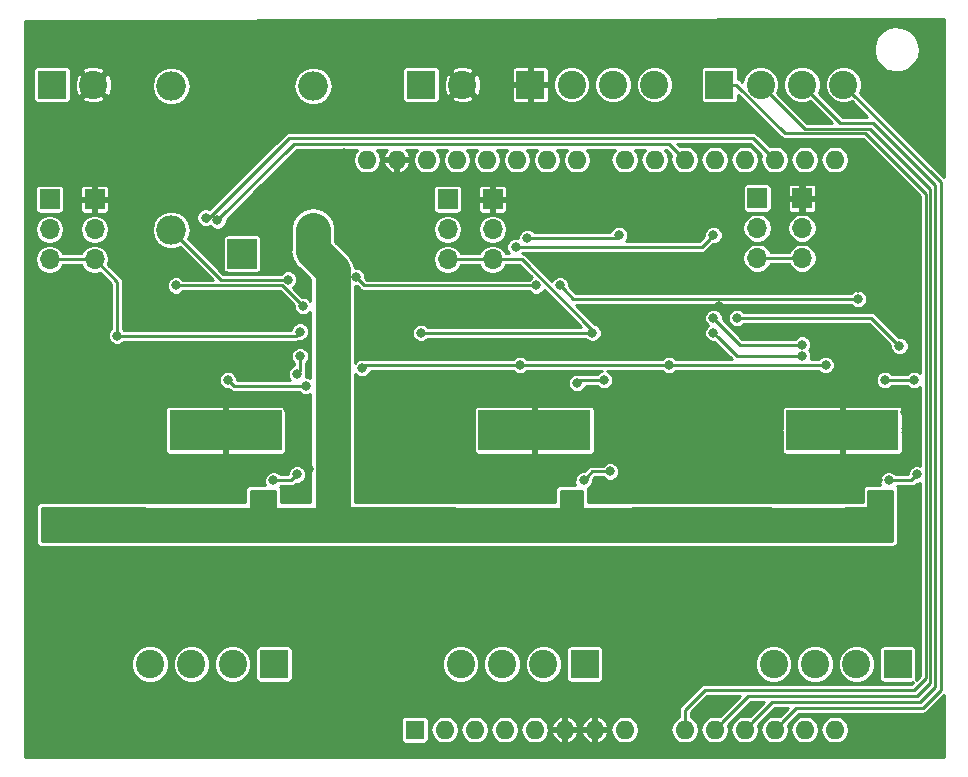
<source format=gbr>
G04 #@! TF.GenerationSoftware,KiCad,Pcbnew,(5.0.0)*
G04 #@! TF.CreationDate,2019-05-18T10:04:22+12:00*
G04 #@! TF.ProjectId,CNC Shield,434E4320536869656C642E6B69636164,rev?*
G04 #@! TF.SameCoordinates,Original*
G04 #@! TF.FileFunction,Copper,L2,Bot,Signal*
G04 #@! TF.FilePolarity,Positive*
%FSLAX46Y46*%
G04 Gerber Fmt 4.6, Leading zero omitted, Abs format (unit mm)*
G04 Created by KiCad (PCBNEW (5.0.0)) date 05/18/19 10:04:22*
%MOMM*%
%LPD*%
G01*
G04 APERTURE LIST*
G04 #@! TA.AperFunction,ComponentPad*
%ADD10O,1.600000X1.600000*%
G04 #@! TD*
G04 #@! TA.AperFunction,ComponentPad*
%ADD11R,1.600000X1.600000*%
G04 #@! TD*
G04 #@! TA.AperFunction,ComponentPad*
%ADD12R,2.400000X2.400000*%
G04 #@! TD*
G04 #@! TA.AperFunction,ComponentPad*
%ADD13C,2.400000*%
G04 #@! TD*
G04 #@! TA.AperFunction,ComponentPad*
%ADD14R,1.700000X1.700000*%
G04 #@! TD*
G04 #@! TA.AperFunction,ComponentPad*
%ADD15O,1.700000X1.700000*%
G04 #@! TD*
G04 #@! TA.AperFunction,ComponentPad*
%ADD16R,2.500000X2.500000*%
G04 #@! TD*
G04 #@! TA.AperFunction,ComponentPad*
%ADD17O,2.500000X2.500000*%
G04 #@! TD*
G04 #@! TA.AperFunction,Conductor*
%ADD18R,9.500000X3.400000*%
G04 #@! TD*
G04 #@! TA.AperFunction,ViaPad*
%ADD19C,0.600000*%
G04 #@! TD*
G04 #@! TA.AperFunction,ViaPad*
%ADD20C,0.800000*%
G04 #@! TD*
G04 #@! TA.AperFunction,Conductor*
%ADD21C,0.250000*%
G04 #@! TD*
G04 #@! TA.AperFunction,Conductor*
%ADD22C,3.000000*%
G04 #@! TD*
G04 #@! TA.AperFunction,Conductor*
%ADD23C,0.500000*%
G04 #@! TD*
G04 APERTURE END LIST*
D10*
G04 #@! TO.P,A1,29*
G04 #@! TO.N,GND*
X124680000Y-61340000D03*
G04 #@! TO.P,A1,30*
G04 #@! TO.N,Net-(A1-Pad30)*
X122140000Y-61340000D03*
D11*
G04 #@! TO.P,A1,1*
G04 #@! TO.N,Net-(A1-Pad1)*
X126200000Y-109600000D03*
D10*
G04 #@! TO.P,A1,17*
G04 #@! TO.N,STEP_X*
X156680000Y-61340000D03*
G04 #@! TO.P,A1,2*
G04 #@! TO.N,Net-(A1-Pad2)*
X128740000Y-109600000D03*
G04 #@! TO.P,A1,18*
G04 #@! TO.N,STEP_Y*
X154140000Y-61340000D03*
G04 #@! TO.P,A1,3*
G04 #@! TO.N,Net-(A1-Pad3)*
X131280000Y-109600000D03*
G04 #@! TO.P,A1,19*
G04 #@! TO.N,STEP_Z*
X151600000Y-61340000D03*
G04 #@! TO.P,A1,4*
G04 #@! TO.N,Net-(A1-Pad4)*
X133820000Y-109600000D03*
G04 #@! TO.P,A1,20*
G04 #@! TO.N,DIR_X*
X149060000Y-61340000D03*
G04 #@! TO.P,A1,5*
G04 #@! TO.N,+5V*
X136360000Y-109600000D03*
G04 #@! TO.P,A1,21*
G04 #@! TO.N,DIR_Y*
X146520000Y-61340000D03*
G04 #@! TO.P,A1,6*
G04 #@! TO.N,GND*
X138900000Y-109600000D03*
G04 #@! TO.P,A1,22*
G04 #@! TO.N,DIR_Z*
X143980000Y-61340000D03*
G04 #@! TO.P,A1,7*
G04 #@! TO.N,GND*
X141440000Y-109600000D03*
G04 #@! TO.P,A1,23*
G04 #@! TO.N,STEPPER_ENABLE*
X139920000Y-61340000D03*
G04 #@! TO.P,A1,8*
G04 #@! TO.N,Net-(A1-Pad8)*
X143980000Y-109600000D03*
G04 #@! TO.P,A1,24*
G04 #@! TO.N,Net-(A1-Pad24)*
X137380000Y-61340000D03*
G04 #@! TO.P,A1,9*
G04 #@! TO.N,Net-(A1-Pad9)*
X149060000Y-109600000D03*
G04 #@! TO.P,A1,25*
G04 #@! TO.N,Net-(A1-Pad25)*
X134840000Y-61340000D03*
G04 #@! TO.P,A1,10*
G04 #@! TO.N,Net-(A1-Pad10)*
X151600000Y-109600000D03*
G04 #@! TO.P,A1,26*
G04 #@! TO.N,Net-(A1-Pad26)*
X132300000Y-61340000D03*
G04 #@! TO.P,A1,11*
G04 #@! TO.N,Net-(A1-Pad11)*
X154140000Y-109600000D03*
G04 #@! TO.P,A1,27*
G04 #@! TO.N,SPINDLE_ENABLE*
X129760000Y-61340000D03*
G04 #@! TO.P,A1,12*
G04 #@! TO.N,Net-(A1-Pad12)*
X156680000Y-109600000D03*
G04 #@! TO.P,A1,28*
G04 #@! TO.N,SPINDLE_DIR*
X127220000Y-61340000D03*
G04 #@! TO.P,A1,13*
G04 #@! TO.N,Net-(A1-Pad13)*
X159220000Y-109600000D03*
G04 #@! TO.P,A1,14*
G04 #@! TO.N,Net-(A1-Pad14)*
X161760000Y-109600000D03*
G04 #@! TO.P,A1,15*
G04 #@! TO.N,Net-(A1-Pad15)*
X161760000Y-61340000D03*
G04 #@! TO.P,A1,16*
G04 #@! TO.N,Net-(A1-Pad16)*
X159220000Y-61340000D03*
G04 #@! TD*
D12*
G04 #@! TO.P,J2,1*
G04 #@! TO.N,Net-(J2-Pad1)*
X114300000Y-104050000D03*
D13*
G04 #@! TO.P,J2,2*
G04 #@! TO.N,Net-(J2-Pad2)*
X110800000Y-104050000D03*
G04 #@! TO.P,J2,3*
G04 #@! TO.N,Net-(J2-Pad3)*
X107300000Y-104050000D03*
G04 #@! TO.P,J2,4*
G04 #@! TO.N,Net-(J2-Pad4)*
X103800000Y-104050000D03*
G04 #@! TD*
D14*
G04 #@! TO.P,eJ7,1*
G04 #@! TO.N,/Z*
X95300000Y-64700000D03*
D15*
G04 #@! TO.P,eJ7,2*
G04 #@! TO.N,Net-(J7-Pad2)*
X95300000Y-67240000D03*
G04 #@! TO.P,eJ7,3*
G04 #@! TO.N,/3P3*
X95300000Y-69780000D03*
G04 #@! TD*
D14*
G04 #@! TO.P,J8,1*
G04 #@! TO.N,GND*
X99100000Y-64700000D03*
D15*
G04 #@! TO.P,J8,2*
G04 #@! TO.N,Net-(J8-Pad2)*
X99100000Y-67240000D03*
G04 #@! TO.P,J8,3*
G04 #@! TO.N,/3P3*
X99100000Y-69780000D03*
G04 #@! TD*
D13*
G04 #@! TO.P,J16,4*
G04 #@! TO.N,Net-(J16-Pad4)*
X156600000Y-104050000D03*
G04 #@! TO.P,J16,3*
G04 #@! TO.N,Net-(J16-Pad3)*
X160100000Y-104050000D03*
G04 #@! TO.P,J16,2*
G04 #@! TO.N,Net-(J16-Pad2)*
X163600000Y-104050000D03*
D12*
G04 #@! TO.P,J16,1*
G04 #@! TO.N,Net-(J16-Pad1)*
X167100000Y-104050000D03*
G04 #@! TD*
D15*
G04 #@! TO.P,J21,3*
G04 #@! TO.N,/Y Axis Driver/3P3*
X155200000Y-69680000D03*
G04 #@! TO.P,J21,2*
G04 #@! TO.N,Net-(J21-Pad2)*
X155200000Y-67140000D03*
D14*
G04 #@! TO.P,J21,1*
G04 #@! TO.N,/Y Axis Driver/Z*
X155200000Y-64600000D03*
G04 #@! TD*
D15*
G04 #@! TO.P,J22,3*
G04 #@! TO.N,/Y Axis Driver/3P3*
X159000000Y-69680000D03*
G04 #@! TO.P,J22,2*
G04 #@! TO.N,Net-(J22-Pad2)*
X159000000Y-67140000D03*
D14*
G04 #@! TO.P,J22,1*
G04 #@! TO.N,GND*
X159000000Y-64600000D03*
G04 #@! TD*
D12*
G04 #@! TO.P,J30,1*
G04 #@! TO.N,Net-(J30-Pad1)*
X140600000Y-104050000D03*
D13*
G04 #@! TO.P,J30,2*
G04 #@! TO.N,Net-(J30-Pad2)*
X137100000Y-104050000D03*
G04 #@! TO.P,J30,3*
G04 #@! TO.N,Net-(J30-Pad3)*
X133600000Y-104050000D03*
G04 #@! TO.P,J30,4*
G04 #@! TO.N,Net-(J30-Pad4)*
X130100000Y-104050000D03*
G04 #@! TD*
D14*
G04 #@! TO.P,J35,1*
G04 #@! TO.N,/Z Axis Driver/Z*
X129000000Y-64700000D03*
D15*
G04 #@! TO.P,J35,2*
G04 #@! TO.N,Net-(J35-Pad2)*
X129000000Y-67240000D03*
G04 #@! TO.P,J35,3*
G04 #@! TO.N,/Z Axis Driver/3P3*
X129000000Y-69780000D03*
G04 #@! TD*
D14*
G04 #@! TO.P,J36,1*
G04 #@! TO.N,GND*
X132800000Y-64700000D03*
D15*
G04 #@! TO.P,J36,2*
G04 #@! TO.N,Net-(J36-Pad2)*
X132800000Y-67240000D03*
G04 #@! TO.P,J36,3*
G04 #@! TO.N,/Z Axis Driver/3P3*
X132800000Y-69780000D03*
G04 #@! TD*
D13*
G04 #@! TO.P,J43,2*
G04 #@! TO.N,GND*
X130250000Y-55000000D03*
D12*
G04 #@! TO.P,J43,1*
G04 #@! TO.N,Net-(D5-Pad1)*
X126750000Y-55000000D03*
G04 #@! TD*
G04 #@! TO.P,J44,1*
G04 #@! TO.N,GND*
X136000000Y-55000000D03*
D13*
G04 #@! TO.P,J44,2*
G04 #@! TO.N,Net-(A1-Pad26)*
X139500000Y-55000000D03*
G04 #@! TO.P,J44,3*
G04 #@! TO.N,Net-(A1-Pad25)*
X143000000Y-55000000D03*
G04 #@! TO.P,J44,4*
G04 #@! TO.N,Net-(A1-Pad24)*
X146500000Y-55000000D03*
G04 #@! TD*
G04 #@! TO.P,J45,4*
G04 #@! TO.N,Net-(A1-Pad12)*
X162500000Y-55000000D03*
G04 #@! TO.P,J45,3*
G04 #@! TO.N,Net-(A1-Pad11)*
X159000000Y-55000000D03*
G04 #@! TO.P,J45,2*
G04 #@! TO.N,Net-(A1-Pad10)*
X155500000Y-55000000D03*
D12*
G04 #@! TO.P,J45,1*
G04 #@! TO.N,Net-(A1-Pad9)*
X152000000Y-55000000D03*
G04 #@! TD*
G04 #@! TO.P,J46,1*
G04 #@! TO.N,+24V*
X95500000Y-55000000D03*
D13*
G04 #@! TO.P,J46,2*
G04 #@! TO.N,GND*
X99000000Y-55000000D03*
G04 #@! TD*
D16*
G04 #@! TO.P,K1,1*
G04 #@! TO.N,+24V*
X111600000Y-69300000D03*
D17*
G04 #@! TO.P,K1,2*
X117600000Y-67300000D03*
G04 #@! TO.P,K1,3*
G04 #@! TO.N,Net-(D5-Pad1)*
X117600000Y-55100000D03*
G04 #@! TO.P,K1,4*
G04 #@! TO.N,Net-(K1-Pad4)*
X105600000Y-55100000D03*
G04 #@! TO.P,K1,5*
G04 #@! TO.N,Net-(D4-Pad2)*
X105600000Y-67300000D03*
G04 #@! TD*
D18*
G04 #@! TO.N,GND*
G04 #@! TO.C,U1*
X110200000Y-84250000D03*
D19*
X114650000Y-85550000D03*
X114650000Y-84250000D03*
X114650000Y-82950000D03*
X112870000Y-85550000D03*
X112870000Y-84250000D03*
X112870000Y-82950000D03*
X111090000Y-85550000D03*
X111090000Y-84250000D03*
X111090000Y-82950000D03*
X109310000Y-85550000D03*
X109310000Y-84250000D03*
X109310000Y-82950000D03*
X107530000Y-85550000D03*
X107530000Y-84250000D03*
X107530000Y-82950000D03*
X105750000Y-82950000D03*
X105750000Y-84250000D03*
X105750000Y-85550000D03*
G04 #@! TD*
G04 #@! TO.N,GND*
G04 #@! TO.C,U2*
X157950000Y-85550000D03*
X157950000Y-84250000D03*
X157950000Y-82950000D03*
X159730000Y-82950000D03*
X159730000Y-84250000D03*
X159730000Y-85550000D03*
X161510000Y-82950000D03*
X161510000Y-84250000D03*
X161510000Y-85550000D03*
X163290000Y-82950000D03*
X163290000Y-84250000D03*
X163290000Y-85550000D03*
X165070000Y-82950000D03*
X165070000Y-84250000D03*
X165070000Y-85550000D03*
X166850000Y-82950000D03*
X166850000Y-84250000D03*
X166850000Y-85550000D03*
D18*
X162400000Y-84250000D03*
G04 #@! TD*
D19*
G04 #@! TO.N,GND*
G04 #@! TO.C,U3*
X131900000Y-85550000D03*
X131900000Y-84250000D03*
X131900000Y-82950000D03*
X133680000Y-82950000D03*
X133680000Y-84250000D03*
X133680000Y-85550000D03*
X135460000Y-82950000D03*
X135460000Y-84250000D03*
X135460000Y-85550000D03*
X137240000Y-82950000D03*
X137240000Y-84250000D03*
X137240000Y-85550000D03*
X139020000Y-82950000D03*
X139020000Y-84250000D03*
X139020000Y-85550000D03*
X140800000Y-82950000D03*
X140800000Y-84250000D03*
X140800000Y-85550000D03*
D18*
X136350000Y-84250000D03*
G04 #@! TD*
D20*
G04 #@! TO.N,GND*
X113225010Y-88500000D03*
X165425010Y-88500000D03*
X168750000Y-71000000D03*
X166250000Y-71000000D03*
X165000000Y-71000000D03*
X163750000Y-71000000D03*
X162500000Y-71000000D03*
X161250000Y-71000000D03*
X160000000Y-71000000D03*
X161250000Y-72250000D03*
X162500000Y-72250000D03*
X163750000Y-72250000D03*
X165000000Y-72250000D03*
X166250000Y-72250000D03*
X168750000Y-72250000D03*
X168750000Y-69750000D03*
X168750000Y-68500000D03*
X168750000Y-67250000D03*
X168750000Y-66000000D03*
X168750000Y-64750000D03*
X167500000Y-64750000D03*
X166250000Y-64750000D03*
X165000000Y-64750000D03*
X163750000Y-64750000D03*
X162500000Y-64750000D03*
X161250000Y-64750000D03*
X167500000Y-66000000D03*
X161250000Y-63500000D03*
X157000000Y-63500000D03*
X162500000Y-63500000D03*
X163750000Y-63500000D03*
X165000000Y-63500000D03*
X166250000Y-63500000D03*
X167500000Y-63500000D03*
X102500000Y-80750000D03*
X110750000Y-74750000D03*
X110750000Y-73500000D03*
X108250000Y-75250000D03*
X108250000Y-74000000D03*
X107000000Y-75250000D03*
X107000000Y-74000000D03*
X128250000Y-80750000D03*
X137250000Y-73000000D03*
X141250000Y-77750000D03*
X144500000Y-80000000D03*
X131000000Y-81500000D03*
X117250000Y-87500000D03*
X115500000Y-82500000D03*
X104250000Y-83000000D03*
X104250000Y-84250000D03*
X104250000Y-85500000D03*
X121500000Y-83500000D03*
X121500000Y-84750000D03*
X121500000Y-86000000D03*
X121500000Y-82250000D03*
X121500000Y-81000000D03*
X121500000Y-87250000D03*
X121500000Y-88500000D03*
X130500000Y-85500000D03*
X130500000Y-84250000D03*
X130500000Y-83000000D03*
X129250000Y-83000000D03*
X129250000Y-84250000D03*
X129250000Y-85500000D03*
X128000000Y-85500000D03*
X128000000Y-84250000D03*
X128000000Y-83000000D03*
X126750000Y-83000000D03*
X126750000Y-84250000D03*
X126750000Y-85500000D03*
X103000000Y-85500000D03*
X103000000Y-84250000D03*
X103000000Y-83000000D03*
X101750000Y-83000000D03*
X101750000Y-84250000D03*
X101750000Y-85500000D03*
X100500000Y-85500000D03*
X100500000Y-84250000D03*
X100500000Y-83000000D03*
X95500000Y-83000000D03*
X95500000Y-84250000D03*
X95500000Y-85500000D03*
X95500000Y-86750000D03*
X94250000Y-86750000D03*
X94250000Y-85500000D03*
X94250000Y-84250000D03*
X94250000Y-83000000D03*
X141750000Y-82500000D03*
X143500000Y-85750000D03*
X143750000Y-87000000D03*
X147500000Y-85500000D03*
X147500000Y-84250000D03*
X147500000Y-83000000D03*
X147500000Y-86750000D03*
X147500000Y-88000000D03*
X156500000Y-85500000D03*
X156500000Y-84250000D03*
X156500000Y-83000000D03*
X155250000Y-83000000D03*
X155250000Y-84250000D03*
X155250000Y-85500000D03*
X154000000Y-85500000D03*
X154000000Y-84250000D03*
X154000000Y-83000000D03*
X167750000Y-82750000D03*
X154250000Y-80750000D03*
X130000000Y-94500000D03*
X130000000Y-95750000D03*
X129000000Y-90000000D03*
X142500000Y-90000000D03*
X142750000Y-94500000D03*
X142750000Y-95750000D03*
X142750000Y-97000000D03*
X142750000Y-98250000D03*
X142750000Y-99500000D03*
X143500000Y-76000000D03*
X146250000Y-76000000D03*
X146250000Y-77250000D03*
X148750000Y-77250000D03*
X148750000Y-76000000D03*
X128750000Y-106500000D03*
X130000000Y-106500000D03*
X131250000Y-106500000D03*
X132500000Y-106500000D03*
X133750000Y-106500000D03*
X135000000Y-106500000D03*
X136250000Y-106500000D03*
X137500000Y-106500000D03*
X138750000Y-106500000D03*
X140000000Y-106500000D03*
X170500000Y-111500000D03*
X169250000Y-111500000D03*
X93750000Y-111500000D03*
X95000000Y-111500000D03*
X95000000Y-110250000D03*
X93750000Y-110250000D03*
X102750000Y-106750000D03*
X104000000Y-106750000D03*
X105250000Y-106750000D03*
X106500000Y-106750000D03*
X107750000Y-106750000D03*
X124000000Y-110250000D03*
X124000000Y-109000000D03*
X145750000Y-109000000D03*
X147000000Y-109000000D03*
X147000000Y-110250000D03*
X145750000Y-110250000D03*
X163500000Y-110250000D03*
X163500000Y-109000000D03*
X170500000Y-110250000D03*
X169250000Y-110250000D03*
X155500000Y-94750000D03*
X155500000Y-96000000D03*
X155500000Y-97250000D03*
X155500000Y-98500000D03*
X168750000Y-98500000D03*
X168750000Y-97250000D03*
X168750000Y-96000000D03*
X168750000Y-94750000D03*
X130000000Y-97000000D03*
X130000000Y-98250000D03*
X116500000Y-98250000D03*
X116500000Y-97000000D03*
X116500000Y-95750000D03*
X116500000Y-94500000D03*
X103750000Y-94500000D03*
X103750000Y-95750000D03*
X103750000Y-97000000D03*
X103750000Y-98250000D03*
X93750000Y-74000000D03*
X95000000Y-74000000D03*
X95000000Y-75250000D03*
X93750000Y-75250000D03*
X101000000Y-69750000D03*
X102250000Y-69750000D03*
X105500000Y-69750000D03*
X106750000Y-69750000D03*
X93750000Y-50250000D03*
X95000000Y-50250000D03*
X95000000Y-51500000D03*
X93750000Y-51500000D03*
X101250000Y-56000000D03*
X101250000Y-54000000D03*
X103000000Y-54000000D03*
X103000000Y-56000000D03*
X120750000Y-56250000D03*
X120750000Y-58250000D03*
X124750000Y-58250000D03*
X124750000Y-56250000D03*
X120250000Y-61750000D03*
X120250000Y-60750000D03*
X101000000Y-64250000D03*
X101000000Y-65500000D03*
X102250000Y-65500000D03*
X102250000Y-64250000D03*
X127250000Y-66000000D03*
X127250000Y-67250000D03*
X126000000Y-67250000D03*
X125250000Y-74750000D03*
X125250000Y-73500000D03*
X126500000Y-73500000D03*
X126500000Y-74750000D03*
X134750000Y-64500000D03*
X136000000Y-64500000D03*
X141250000Y-64500000D03*
X142500000Y-64500000D03*
X145250000Y-64500000D03*
X147750000Y-64500000D03*
X149000000Y-64500000D03*
X150250000Y-64500000D03*
X152000000Y-73750000D03*
X147250000Y-72000000D03*
X143500000Y-71250000D03*
X151500000Y-72000000D03*
X150250000Y-72000000D03*
X155000000Y-74000000D03*
X154500000Y-75750000D03*
X155750000Y-75750000D03*
X160750000Y-75750000D03*
X164500000Y-52000000D03*
X169500000Y-52000000D03*
X167000000Y-54500000D03*
X167000000Y-49750000D03*
X165000000Y-53750000D03*
X168750000Y-53750000D03*
X168750000Y-50250000D03*
X165250000Y-50250000D03*
X163500000Y-62000000D03*
X163500000Y-60750000D03*
X129250000Y-57000000D03*
X131250000Y-57000000D03*
X133750000Y-54000000D03*
X133750000Y-56000000D03*
X133999989Y-90000000D03*
X139500000Y-88500000D03*
G04 #@! TO.N,STEP_X*
X108500000Y-66250000D03*
G04 #@! TO.N,STEP_Y*
X159000000Y-78000000D03*
X151499998Y-76000000D03*
G04 #@! TO.N,STEP_Z*
X134750000Y-68750000D03*
X151500000Y-67750004D03*
G04 #@! TO.N,DIR_X*
X109500000Y-66500000D03*
G04 #@! TO.N,+5V*
X163750000Y-73150003D03*
X121250000Y-71299714D03*
X136500000Y-72000000D03*
X138500000Y-72000000D03*
G04 #@! TO.N,DIR_Y*
X159000000Y-77000000D03*
X151500000Y-74750000D03*
G04 #@! TO.N,DIR_Z*
X135749994Y-68000000D03*
X143500000Y-67750000D03*
G04 #@! TO.N,STEPPER_ENABLE*
X161000000Y-78750000D03*
X135125000Y-78720770D03*
X110375000Y-80000000D03*
X121750000Y-79000000D03*
X117031963Y-80526938D03*
X147750000Y-78750000D03*
G04 #@! TO.N,+24V*
X102750000Y-92250000D03*
X95250000Y-91500000D03*
X95250000Y-93000000D03*
X99000000Y-91500000D03*
X99000000Y-93000000D03*
X100250000Y-93000000D03*
X100250000Y-91500000D03*
X96750000Y-93000000D03*
X97750000Y-93000000D03*
X121250000Y-91500000D03*
X121250000Y-93000000D03*
X122500000Y-93000000D03*
X123750000Y-93000000D03*
X125000000Y-93000000D03*
X125000000Y-91500000D03*
X126000000Y-91500000D03*
X126000000Y-93000000D03*
X146750000Y-91500000D03*
X146750000Y-93000000D03*
X148000000Y-93000000D03*
X149250000Y-93000000D03*
X150500000Y-93000000D03*
X151750000Y-93000000D03*
X153000000Y-93000000D03*
X153000000Y-91500000D03*
X151750000Y-91500000D03*
X150500000Y-91500000D03*
X148000000Y-91500000D03*
X166250000Y-89750000D03*
X112750000Y-90750000D03*
X114000000Y-90750000D03*
X114000000Y-89750000D03*
X112750000Y-89750000D03*
X120000000Y-93000000D03*
X118750000Y-93000000D03*
X118750000Y-91500000D03*
X120000000Y-91500000D03*
X128000000Y-92250000D03*
X127250000Y-93000000D03*
X127250000Y-91500000D03*
X101500000Y-91500000D03*
X101500000Y-93000000D03*
X154250000Y-93000000D03*
X155500000Y-93000000D03*
X155500000Y-91500000D03*
X154250000Y-91500000D03*
X139000000Y-90750000D03*
X139999998Y-90750000D03*
X140000000Y-89750000D03*
X139000000Y-89750000D03*
X165000000Y-89750000D03*
X166250000Y-90750000D03*
X165000000Y-90750000D03*
G04 #@! TO.N,/3P3*
X101000000Y-76250000D03*
X116500000Y-75900000D03*
G04 #@! TO.N,/Y Axis Driver/3P3*
X167250000Y-77130000D03*
X153500000Y-74750008D03*
G04 #@! TO.N,/Z Axis Driver/3P3*
X141250000Y-76000000D03*
X126750000Y-76000000D03*
G04 #@! TO.N,Net-(D4-Pad2)*
X115500000Y-71500000D03*
G04 #@! TO.N,/ATE*
X116250000Y-88000000D03*
X114250000Y-88500000D03*
G04 #@! TO.N,/Z*
X106000000Y-72000000D03*
X116750000Y-73750000D03*
G04 #@! TO.N,/Y Axis Driver/ATE*
X168750000Y-88000000D03*
X166325023Y-88500000D03*
G04 #@! TO.N,/Z Axis Driver/ATE*
X142750000Y-87750000D03*
X140500000Y-88500000D03*
G04 #@! TO.N,/TOFF*
X116500000Y-77999989D03*
X116250000Y-79500000D03*
G04 #@! TO.N,/Y Axis Driver/TOFF*
X168500000Y-80000000D03*
X166000000Y-80000000D03*
G04 #@! TO.N,/Z Axis Driver/TOFF*
X142250000Y-80000000D03*
X139950000Y-80250000D03*
G04 #@! TD*
D21*
G04 #@! TO.N,STEP_X*
X108500000Y-66574998D02*
X115574998Y-59500000D01*
X108500000Y-66250000D02*
X108500000Y-66574998D01*
X154840000Y-59500000D02*
X156680000Y-61340000D01*
X115574998Y-59500000D02*
X154840000Y-59500000D01*
G04 #@! TO.N,STEP_Y*
X153499998Y-78000000D02*
X151899997Y-76399999D01*
X151899997Y-76399999D02*
X151499998Y-76000000D01*
X159000000Y-78000000D02*
X153499998Y-78000000D01*
G04 #@! TO.N,STEP_Z*
X134750000Y-68750000D02*
X150500004Y-68750000D01*
X150500004Y-68750000D02*
X151100001Y-68150003D01*
X151100001Y-68150003D02*
X151500000Y-67750004D01*
G04 #@! TO.N,DIR_X*
X148260001Y-60540001D02*
X149060000Y-61340000D01*
X147720000Y-60000000D02*
X148260001Y-60540001D01*
X109500000Y-66500000D02*
X116000000Y-60000000D01*
X116000000Y-60000000D02*
X147720000Y-60000000D01*
G04 #@! TO.N,+5V*
X121950286Y-72000000D02*
X135934315Y-72000000D01*
X121250000Y-71299714D02*
X121950286Y-72000000D01*
X135934315Y-72000000D02*
X136500000Y-72000000D01*
X163750000Y-73150003D02*
X139650003Y-73150003D01*
X139650003Y-73150003D02*
X138899999Y-72399999D01*
X138899999Y-72399999D02*
X138500000Y-72000000D01*
G04 #@! TO.N,DIR_Y*
X159000000Y-77000000D02*
X153750000Y-77000000D01*
X151899999Y-75149999D02*
X151500000Y-74750000D01*
X153750000Y-77000000D02*
X151899999Y-75149999D01*
G04 #@! TO.N,DIR_Z*
X143250000Y-68000000D02*
X143500000Y-67750000D01*
X135749994Y-68000000D02*
X143250000Y-68000000D01*
G04 #@! TO.N,STEPPER_ENABLE*
X122029230Y-78720770D02*
X121750000Y-79000000D01*
X135125000Y-78720770D02*
X122029230Y-78720770D01*
X110375000Y-80000000D02*
X110901938Y-80526938D01*
X116466278Y-80526938D02*
X117031963Y-80526938D01*
X110901938Y-80526938D02*
X116466278Y-80526938D01*
X135154230Y-78750000D02*
X135125000Y-78720770D01*
X161000000Y-78750000D02*
X147750000Y-78750000D01*
X147750000Y-78750000D02*
X135154230Y-78750000D01*
G04 #@! TO.N,Net-(A1-Pad9)*
X149060000Y-108468630D02*
X149060000Y-109600000D01*
X168499998Y-106250000D02*
X150750000Y-106250000D01*
X152000000Y-55000000D02*
X153450000Y-55000000D01*
X157550011Y-59100011D02*
X164350011Y-59100011D01*
X164350011Y-59100011D02*
X169499999Y-64249999D01*
X149060000Y-107940000D02*
X149060000Y-108468630D01*
X153450000Y-55000000D02*
X157550011Y-59100011D01*
X169499999Y-64249999D02*
X169499999Y-105249999D01*
X150750000Y-106250000D02*
X149060000Y-107940000D01*
X169499999Y-105249999D02*
X168499998Y-106250000D01*
G04 #@! TO.N,Net-(A1-Pad10)*
X154450000Y-106750000D02*
X152399999Y-108800001D01*
X155500000Y-55000000D02*
X159250000Y-58750000D01*
X168750000Y-106750000D02*
X154450000Y-106750000D01*
X152399999Y-108800001D02*
X151600000Y-109600000D01*
X169850010Y-105649990D02*
X168750000Y-106750000D01*
X169850010Y-63850010D02*
X169850010Y-105649990D01*
X164750000Y-58750000D02*
X169850010Y-63850010D01*
X159250000Y-58750000D02*
X164750000Y-58750000D01*
G04 #@! TO.N,Net-(A1-Pad11)*
X154939999Y-108800001D02*
X154140000Y-109600000D01*
X156490000Y-107250000D02*
X154939999Y-108800001D01*
X169000000Y-107250000D02*
X156490000Y-107250000D01*
X170250000Y-63500000D02*
X170250000Y-106000000D01*
X159000000Y-55000000D02*
X162250000Y-58250000D01*
X165000000Y-58250000D02*
X170250000Y-63500000D01*
X170250000Y-106000000D02*
X169000000Y-107250000D01*
X162250000Y-58250000D02*
X165000000Y-58250000D01*
G04 #@! TO.N,Net-(A1-Pad12)*
X157479999Y-108800001D02*
X156680000Y-109600000D01*
X158530000Y-107750000D02*
X157479999Y-108800001D01*
X169250000Y-107750000D02*
X158530000Y-107750000D01*
X170750000Y-106250000D02*
X169250000Y-107750000D01*
X162500000Y-55000000D02*
X170750000Y-63250000D01*
X170750000Y-63250000D02*
X170750000Y-106250000D01*
D22*
G04 #@! TO.N,+24V*
X117600000Y-69067766D02*
X119250000Y-70717766D01*
X117600000Y-67300000D02*
X117600000Y-69067766D01*
X119250000Y-70717766D02*
X119250000Y-92250000D01*
X113000000Y-92250000D02*
X102750000Y-92250000D01*
D23*
X113000000Y-92250000D02*
X112750000Y-92000000D01*
X112750000Y-92000000D02*
X112750000Y-91315685D01*
X112750000Y-91315685D02*
X112750000Y-90750000D01*
D22*
X123250000Y-92250000D02*
X119250000Y-92250000D01*
X140250000Y-92250000D02*
X123250000Y-92250000D01*
X155500000Y-92250000D02*
X163000000Y-92250000D01*
X140250000Y-92250000D02*
X155500000Y-92250000D01*
X163000000Y-92250000D02*
X165250000Y-92250000D01*
X119250000Y-92250000D02*
X113000000Y-92250000D01*
D21*
X139999998Y-91999998D02*
X139999998Y-91315685D01*
X139999998Y-91315685D02*
X139999998Y-90750000D01*
X140250000Y-92250000D02*
X139999998Y-91999998D01*
G04 #@! TO.N,/3P3*
X101000000Y-71680000D02*
X101000000Y-76250000D01*
X99100000Y-69780000D02*
X101000000Y-71680000D01*
X95300000Y-69780000D02*
X99100000Y-69780000D01*
X116150000Y-76250000D02*
X101000000Y-76250000D01*
X116500000Y-75900000D02*
X116150000Y-76250000D01*
G04 #@! TO.N,/Y Axis Driver/3P3*
X156402081Y-69680000D02*
X159000000Y-69680000D01*
X155200000Y-69680000D02*
X156402081Y-69680000D01*
X164870008Y-74750008D02*
X154065685Y-74750008D01*
X154065685Y-74750008D02*
X153500000Y-74750008D01*
X167250000Y-77130000D02*
X164870008Y-74750008D01*
G04 #@! TO.N,/Z Axis Driver/3P3*
X130202081Y-69780000D02*
X132800000Y-69780000D01*
X129000000Y-69780000D02*
X130202081Y-69780000D01*
X141250000Y-75750000D02*
X141250000Y-76000000D01*
X132800000Y-69780000D02*
X135280000Y-69780000D01*
X135280000Y-69780000D02*
X141250000Y-75750000D01*
X141250000Y-76000000D02*
X126750000Y-76000000D01*
G04 #@! TO.N,Net-(D4-Pad2)*
X109800000Y-71500000D02*
X105600000Y-67300000D01*
X115500000Y-71500000D02*
X109800000Y-71500000D01*
G04 #@! TO.N,/ATE*
X114815685Y-88500000D02*
X114250000Y-88500000D01*
X115750000Y-88500000D02*
X114815685Y-88500000D01*
X116250000Y-88000000D02*
X115750000Y-88500000D01*
G04 #@! TO.N,/Z*
X116350001Y-73350001D02*
X116750000Y-73750000D01*
X115000000Y-72000000D02*
X116350001Y-73350001D01*
X106000000Y-72000000D02*
X115000000Y-72000000D01*
G04 #@! TO.N,/Y Axis Driver/ATE*
X168750000Y-88000000D02*
X168250000Y-88500000D01*
X168250000Y-88500000D02*
X166890708Y-88500000D01*
X166890708Y-88500000D02*
X166325023Y-88500000D01*
G04 #@! TO.N,/Z Axis Driver/ATE*
X141250000Y-87750000D02*
X140899999Y-88100001D01*
X142750000Y-87750000D02*
X141250000Y-87750000D01*
X140899999Y-88100001D02*
X140500000Y-88500000D01*
G04 #@! TO.N,/TOFF*
X116500000Y-77999989D02*
X116500000Y-79250000D01*
X116500000Y-79250000D02*
X116250000Y-79500000D01*
G04 #@! TO.N,/Y Axis Driver/TOFF*
X168500000Y-80000000D02*
X166000000Y-80000000D01*
G04 #@! TO.N,/Z Axis Driver/TOFF*
X142250000Y-80000000D02*
X140200000Y-80000000D01*
X140200000Y-80000000D02*
X139950000Y-80250000D01*
G04 #@! TD*
G04 #@! TO.N,+24V*
G36*
X129625000Y-93625000D02*
X117875000Y-93625000D01*
X117875000Y-90875000D01*
X129625000Y-90875000D01*
X129625000Y-93625000D01*
X129625000Y-93625000D01*
G37*
X129625000Y-93625000D02*
X117875000Y-93625000D01*
X117875000Y-90875000D01*
X129625000Y-90875000D01*
X129625000Y-93625000D01*
G36*
X140375000Y-90875000D02*
X138625000Y-90875000D01*
X138625000Y-89375000D01*
X140375000Y-89375000D01*
X140375000Y-90875000D01*
X140375000Y-90875000D01*
G37*
X140375000Y-90875000D02*
X138625000Y-90875000D01*
X138625000Y-89375000D01*
X140375000Y-89375000D01*
X140375000Y-90875000D01*
G36*
X103375000Y-93625000D02*
X94625000Y-93625000D01*
X94625000Y-90875000D01*
X103375000Y-90875000D01*
X103375000Y-93625000D01*
X103375000Y-93625000D01*
G37*
X103375000Y-93625000D02*
X94625000Y-93625000D01*
X94625000Y-90875000D01*
X103375000Y-90875000D01*
X103375000Y-93625000D01*
G36*
X156375000Y-93625000D02*
X144625000Y-93625000D01*
X144625000Y-90875000D01*
X156375000Y-90875000D01*
X156375000Y-93625000D01*
X156375000Y-93625000D01*
G37*
X156375000Y-93625000D02*
X144625000Y-93625000D01*
X144625000Y-90875000D01*
X156375000Y-90875000D01*
X156375000Y-93625000D01*
G36*
X166625000Y-93625000D02*
X162625000Y-93625000D01*
X162625000Y-90875000D01*
X164500000Y-90875000D01*
X164547835Y-90865485D01*
X164588388Y-90838388D01*
X164615485Y-90797835D01*
X164625000Y-90750000D01*
X164625000Y-89375000D01*
X166625000Y-89375000D01*
X166625000Y-93625000D01*
X166625000Y-93625000D01*
G37*
X166625000Y-93625000D02*
X162625000Y-93625000D01*
X162625000Y-90875000D01*
X164500000Y-90875000D01*
X164547835Y-90865485D01*
X164588388Y-90838388D01*
X164615485Y-90797835D01*
X164625000Y-90750000D01*
X164625000Y-89375000D01*
X166625000Y-89375000D01*
X166625000Y-93625000D01*
G36*
X114375000Y-91375000D02*
X112375000Y-91375000D01*
X112375000Y-89375000D01*
X114375000Y-89375000D01*
X114375000Y-91375000D01*
X114375000Y-91375000D01*
G37*
X114375000Y-91375000D02*
X112375000Y-91375000D01*
X112375000Y-89375000D01*
X114375000Y-89375000D01*
X114375000Y-91375000D01*
G04 #@! TO.N,GND*
G36*
X171025001Y-62817894D02*
X163912559Y-55705453D01*
X164075000Y-55313287D01*
X164075000Y-54686713D01*
X163835220Y-54107834D01*
X163392166Y-53664780D01*
X162813287Y-53425000D01*
X162186713Y-53425000D01*
X161607834Y-53664780D01*
X161164780Y-54107834D01*
X160925000Y-54686713D01*
X160925000Y-55313287D01*
X161164780Y-55892166D01*
X161607834Y-56335220D01*
X162186713Y-56575000D01*
X162813287Y-56575000D01*
X163205453Y-56412559D01*
X164542894Y-57750000D01*
X162457107Y-57750000D01*
X160412559Y-55705453D01*
X160575000Y-55313287D01*
X160575000Y-54686713D01*
X160335220Y-54107834D01*
X159892166Y-53664780D01*
X159313287Y-53425000D01*
X158686713Y-53425000D01*
X158107834Y-53664780D01*
X157664780Y-54107834D01*
X157425000Y-54686713D01*
X157425000Y-55313287D01*
X157664780Y-55892166D01*
X158107834Y-56335220D01*
X158686713Y-56575000D01*
X159313287Y-56575000D01*
X159705453Y-56412559D01*
X161542893Y-58250000D01*
X159457107Y-58250000D01*
X156912559Y-55705453D01*
X157075000Y-55313287D01*
X157075000Y-54686713D01*
X156835220Y-54107834D01*
X156392166Y-53664780D01*
X155813287Y-53425000D01*
X155186713Y-53425000D01*
X154607834Y-53664780D01*
X154164780Y-54107834D01*
X153925000Y-54686713D01*
X153925000Y-54767894D01*
X153838377Y-54681271D01*
X153810480Y-54639520D01*
X153645090Y-54529011D01*
X153582346Y-54516530D01*
X153582346Y-53800000D01*
X153553242Y-53653683D01*
X153470359Y-53529641D01*
X153346317Y-53446758D01*
X153200000Y-53417654D01*
X150800000Y-53417654D01*
X150653683Y-53446758D01*
X150529641Y-53529641D01*
X150446758Y-53653683D01*
X150417654Y-53800000D01*
X150417654Y-56200000D01*
X150446758Y-56346317D01*
X150529641Y-56470359D01*
X150653683Y-56553242D01*
X150800000Y-56582346D01*
X153200000Y-56582346D01*
X153346317Y-56553242D01*
X153470359Y-56470359D01*
X153553242Y-56346317D01*
X153582346Y-56200000D01*
X153582346Y-55839452D01*
X157161636Y-59418743D01*
X157189531Y-59460491D01*
X157354921Y-59571000D01*
X157500768Y-59600011D01*
X157500769Y-59600011D01*
X157550010Y-59609806D01*
X157599251Y-59600011D01*
X164142905Y-59600011D01*
X168999999Y-64457106D01*
X168999999Y-79403984D01*
X168939002Y-79342987D01*
X168654157Y-79225000D01*
X168345843Y-79225000D01*
X168060998Y-79342987D01*
X167903985Y-79500000D01*
X166596015Y-79500000D01*
X166439002Y-79342987D01*
X166154157Y-79225000D01*
X165845843Y-79225000D01*
X165560998Y-79342987D01*
X165342987Y-79560998D01*
X165225000Y-79845843D01*
X165225000Y-80154157D01*
X165342987Y-80439002D01*
X165560998Y-80657013D01*
X165845843Y-80775000D01*
X166154157Y-80775000D01*
X166439002Y-80657013D01*
X166596015Y-80500000D01*
X167903985Y-80500000D01*
X168060998Y-80657013D01*
X168345843Y-80775000D01*
X168654157Y-80775000D01*
X168939002Y-80657013D01*
X168999999Y-80596016D01*
X169000000Y-87264699D01*
X168904157Y-87225000D01*
X168595843Y-87225000D01*
X168310998Y-87342987D01*
X168092987Y-87560998D01*
X167975000Y-87845843D01*
X167975000Y-88000000D01*
X166921038Y-88000000D01*
X166764025Y-87842987D01*
X166479180Y-87725000D01*
X166170866Y-87725000D01*
X165886021Y-87842987D01*
X165668010Y-88060998D01*
X165550023Y-88345843D01*
X165550023Y-88654157D01*
X165641499Y-88875000D01*
X164500000Y-88875000D01*
X164356494Y-88903545D01*
X164234835Y-88984835D01*
X164153545Y-89106494D01*
X164125000Y-89250000D01*
X164125000Y-90375000D01*
X140875000Y-90375000D01*
X140875000Y-89250000D01*
X140862784Y-89188584D01*
X140939002Y-89157013D01*
X141157013Y-88939002D01*
X141275000Y-88654157D01*
X141275000Y-88432107D01*
X141288372Y-88418735D01*
X141288374Y-88418732D01*
X141457107Y-88250000D01*
X142153985Y-88250000D01*
X142310998Y-88407013D01*
X142595843Y-88525000D01*
X142904157Y-88525000D01*
X143189002Y-88407013D01*
X143407013Y-88189002D01*
X143525000Y-87904157D01*
X143525000Y-87595843D01*
X143407013Y-87310998D01*
X143189002Y-87092987D01*
X142904157Y-86975000D01*
X142595843Y-86975000D01*
X142310998Y-87092987D01*
X142153985Y-87250000D01*
X141299240Y-87250000D01*
X141249999Y-87240205D01*
X141200758Y-87250000D01*
X141200757Y-87250000D01*
X141054910Y-87279011D01*
X140889520Y-87389520D01*
X140861625Y-87431268D01*
X140581268Y-87711626D01*
X140581265Y-87711628D01*
X140567893Y-87725000D01*
X140345843Y-87725000D01*
X140060998Y-87842987D01*
X139842987Y-88060998D01*
X139725000Y-88345843D01*
X139725000Y-88654157D01*
X139816476Y-88875000D01*
X138500000Y-88875000D01*
X138356494Y-88903545D01*
X138234835Y-88984835D01*
X138153545Y-89106494D01*
X138125000Y-89250000D01*
X138125000Y-90375000D01*
X121125000Y-90375000D01*
X121125000Y-82917622D01*
X131212538Y-82917622D01*
X131225000Y-83000477D01*
X131225000Y-84027250D01*
X131252889Y-84055139D01*
X131236534Y-84120998D01*
X131225000Y-84120998D01*
X131225000Y-84167441D01*
X131212538Y-84217622D01*
X131225000Y-84300475D01*
X131225000Y-84379002D01*
X131236811Y-84379002D01*
X131247524Y-84450226D01*
X131225000Y-84472750D01*
X131225000Y-85467440D01*
X131212538Y-85517622D01*
X131225000Y-85600477D01*
X131225000Y-86024592D01*
X131282090Y-86162420D01*
X131387579Y-86267910D01*
X131525408Y-86325000D01*
X136127250Y-86325000D01*
X136221000Y-86231250D01*
X136221000Y-84379000D01*
X136201000Y-84379000D01*
X136201000Y-84121000D01*
X136221000Y-84121000D01*
X136221000Y-82268750D01*
X136479000Y-82268750D01*
X136479000Y-84121000D01*
X136499000Y-84121000D01*
X136499000Y-84379000D01*
X136479000Y-84379000D01*
X136479000Y-86231250D01*
X136572750Y-86325000D01*
X141174592Y-86325000D01*
X141312421Y-86267910D01*
X141417910Y-86162420D01*
X141475000Y-86024592D01*
X141475000Y-85632560D01*
X141487462Y-85582378D01*
X141475000Y-85499523D01*
X141475000Y-84472750D01*
X141447111Y-84444861D01*
X141463466Y-84379002D01*
X141475000Y-84379002D01*
X141475000Y-84332559D01*
X141487462Y-84282378D01*
X141475000Y-84199525D01*
X141475000Y-84120998D01*
X141463189Y-84120998D01*
X141452476Y-84049774D01*
X141475000Y-84027250D01*
X141475000Y-83032560D01*
X141487462Y-82982378D01*
X141477723Y-82917622D01*
X157262538Y-82917622D01*
X157275000Y-83000477D01*
X157275000Y-84027250D01*
X157302889Y-84055139D01*
X157286534Y-84120998D01*
X157275000Y-84120998D01*
X157275000Y-84167441D01*
X157262538Y-84217622D01*
X157275000Y-84300475D01*
X157275000Y-84379002D01*
X157286811Y-84379002D01*
X157297524Y-84450226D01*
X157275000Y-84472750D01*
X157275000Y-85467440D01*
X157262538Y-85517622D01*
X157275000Y-85600477D01*
X157275000Y-86024592D01*
X157332090Y-86162420D01*
X157437579Y-86267910D01*
X157575408Y-86325000D01*
X162177250Y-86325000D01*
X162271000Y-86231250D01*
X162271000Y-84379000D01*
X162251000Y-84379000D01*
X162251000Y-84121000D01*
X162271000Y-84121000D01*
X162271000Y-82268750D01*
X162529000Y-82268750D01*
X162529000Y-84121000D01*
X162549000Y-84121000D01*
X162549000Y-84379000D01*
X162529000Y-84379000D01*
X162529000Y-86231250D01*
X162622750Y-86325000D01*
X167224592Y-86325000D01*
X167362421Y-86267910D01*
X167467910Y-86162420D01*
X167525000Y-86024592D01*
X167525000Y-85632560D01*
X167537462Y-85582378D01*
X167525000Y-85499523D01*
X167525000Y-84472750D01*
X167497111Y-84444861D01*
X167513466Y-84379002D01*
X167525000Y-84379002D01*
X167525000Y-84332559D01*
X167537462Y-84282378D01*
X167525000Y-84199525D01*
X167525000Y-84120998D01*
X167513189Y-84120998D01*
X167502476Y-84049774D01*
X167525000Y-84027250D01*
X167525000Y-83032560D01*
X167537462Y-82982378D01*
X167525000Y-82899523D01*
X167525000Y-82475408D01*
X167467910Y-82337580D01*
X167362421Y-82232090D01*
X167224592Y-82175000D01*
X162622750Y-82175000D01*
X162529000Y-82268750D01*
X162271000Y-82268750D01*
X162177250Y-82175000D01*
X157575408Y-82175000D01*
X157437579Y-82232090D01*
X157332090Y-82337580D01*
X157275000Y-82475408D01*
X157275000Y-82867440D01*
X157262538Y-82917622D01*
X141477723Y-82917622D01*
X141475000Y-82899523D01*
X141475000Y-82475408D01*
X141417910Y-82337580D01*
X141312421Y-82232090D01*
X141174592Y-82175000D01*
X136572750Y-82175000D01*
X136479000Y-82268750D01*
X136221000Y-82268750D01*
X136127250Y-82175000D01*
X131525408Y-82175000D01*
X131387579Y-82232090D01*
X131282090Y-82337580D01*
X131225000Y-82475408D01*
X131225000Y-82867440D01*
X131212538Y-82917622D01*
X121125000Y-82917622D01*
X121125000Y-79471015D01*
X121310998Y-79657013D01*
X121595843Y-79775000D01*
X121904157Y-79775000D01*
X122189002Y-79657013D01*
X122407013Y-79439002D01*
X122497408Y-79220770D01*
X134528985Y-79220770D01*
X134685998Y-79377783D01*
X134970843Y-79495770D01*
X135279157Y-79495770D01*
X135564002Y-79377783D01*
X135691785Y-79250000D01*
X142035488Y-79250000D01*
X141810998Y-79342987D01*
X141653985Y-79500000D01*
X140249240Y-79500000D01*
X140199999Y-79490205D01*
X140160050Y-79498152D01*
X140104157Y-79475000D01*
X139795843Y-79475000D01*
X139510998Y-79592987D01*
X139292987Y-79810998D01*
X139175000Y-80095843D01*
X139175000Y-80404157D01*
X139292987Y-80689002D01*
X139510998Y-80907013D01*
X139795843Y-81025000D01*
X140104157Y-81025000D01*
X140389002Y-80907013D01*
X140607013Y-80689002D01*
X140685300Y-80500000D01*
X141653985Y-80500000D01*
X141810998Y-80657013D01*
X142095843Y-80775000D01*
X142404157Y-80775000D01*
X142689002Y-80657013D01*
X142907013Y-80439002D01*
X143025000Y-80154157D01*
X143025000Y-79845843D01*
X142907013Y-79560998D01*
X142689002Y-79342987D01*
X142464512Y-79250000D01*
X147153985Y-79250000D01*
X147310998Y-79407013D01*
X147595843Y-79525000D01*
X147904157Y-79525000D01*
X148189002Y-79407013D01*
X148346015Y-79250000D01*
X160403985Y-79250000D01*
X160560998Y-79407013D01*
X160845843Y-79525000D01*
X161154157Y-79525000D01*
X161439002Y-79407013D01*
X161657013Y-79189002D01*
X161775000Y-78904157D01*
X161775000Y-78595843D01*
X161657013Y-78310998D01*
X161439002Y-78092987D01*
X161154157Y-77975000D01*
X160845843Y-77975000D01*
X160560998Y-78092987D01*
X160403985Y-78250000D01*
X159735300Y-78250000D01*
X159775000Y-78154157D01*
X159775000Y-77845843D01*
X159657013Y-77560998D01*
X159596015Y-77500000D01*
X159657013Y-77439002D01*
X159775000Y-77154157D01*
X159775000Y-76845843D01*
X159657013Y-76560998D01*
X159439002Y-76342987D01*
X159154157Y-76225000D01*
X158845843Y-76225000D01*
X158560998Y-76342987D01*
X158403985Y-76500000D01*
X153957106Y-76500000D01*
X152288374Y-74831268D01*
X152288372Y-74831265D01*
X152275000Y-74817893D01*
X152275000Y-74595851D01*
X152725000Y-74595851D01*
X152725000Y-74904165D01*
X152842987Y-75189010D01*
X153060998Y-75407021D01*
X153345843Y-75525008D01*
X153654157Y-75525008D01*
X153939002Y-75407021D01*
X154096015Y-75250008D01*
X164662902Y-75250008D01*
X166475000Y-77062107D01*
X166475000Y-77284157D01*
X166592987Y-77569002D01*
X166810998Y-77787013D01*
X167095843Y-77905000D01*
X167404157Y-77905000D01*
X167689002Y-77787013D01*
X167907013Y-77569002D01*
X168025000Y-77284157D01*
X168025000Y-76975843D01*
X167907013Y-76690998D01*
X167689002Y-76472987D01*
X167404157Y-76355000D01*
X167182107Y-76355000D01*
X165258385Y-74431278D01*
X165230488Y-74389528D01*
X165065098Y-74279019D01*
X164919251Y-74250008D01*
X164919249Y-74250008D01*
X164870008Y-74240213D01*
X164820767Y-74250008D01*
X154096015Y-74250008D01*
X153939002Y-74092995D01*
X153654157Y-73975008D01*
X153345843Y-73975008D01*
X153060998Y-74092995D01*
X152842987Y-74311006D01*
X152725000Y-74595851D01*
X152275000Y-74595851D01*
X152275000Y-74595843D01*
X152157013Y-74310998D01*
X151939002Y-74092987D01*
X151654157Y-73975000D01*
X151345843Y-73975000D01*
X151060998Y-74092987D01*
X150842987Y-74310998D01*
X150725000Y-74595843D01*
X150725000Y-74904157D01*
X150842987Y-75189002D01*
X151028984Y-75374999D01*
X150842985Y-75560998D01*
X150724998Y-75845843D01*
X150724998Y-76154157D01*
X150842985Y-76439002D01*
X151060996Y-76657013D01*
X151345841Y-76775000D01*
X151567891Y-76775000D01*
X151581263Y-76788372D01*
X151581266Y-76788374D01*
X153042891Y-78250000D01*
X148346015Y-78250000D01*
X148189002Y-78092987D01*
X147904157Y-77975000D01*
X147595843Y-77975000D01*
X147310998Y-78092987D01*
X147153985Y-78250000D01*
X135750245Y-78250000D01*
X135564002Y-78063757D01*
X135279157Y-77945770D01*
X134970843Y-77945770D01*
X134685998Y-78063757D01*
X134528985Y-78220770D01*
X122078473Y-78220770D01*
X122029230Y-78210975D01*
X121979987Y-78220770D01*
X121921859Y-78232332D01*
X121904157Y-78225000D01*
X121595843Y-78225000D01*
X121310998Y-78342987D01*
X121125000Y-78528985D01*
X121125000Y-72074714D01*
X121317893Y-72074714D01*
X121561911Y-72318732D01*
X121589806Y-72360480D01*
X121648951Y-72399999D01*
X121755195Y-72470989D01*
X121950286Y-72509795D01*
X121999529Y-72500000D01*
X135903985Y-72500000D01*
X136060998Y-72657013D01*
X136345843Y-72775000D01*
X136654157Y-72775000D01*
X136939002Y-72657013D01*
X137157013Y-72439002D01*
X137178946Y-72386052D01*
X140292893Y-75500000D01*
X127346015Y-75500000D01*
X127189002Y-75342987D01*
X126904157Y-75225000D01*
X126595843Y-75225000D01*
X126310998Y-75342987D01*
X126092987Y-75560998D01*
X125975000Y-75845843D01*
X125975000Y-76154157D01*
X126092987Y-76439002D01*
X126310998Y-76657013D01*
X126595843Y-76775000D01*
X126904157Y-76775000D01*
X127189002Y-76657013D01*
X127346015Y-76500000D01*
X140653985Y-76500000D01*
X140810998Y-76657013D01*
X141095843Y-76775000D01*
X141404157Y-76775000D01*
X141689002Y-76657013D01*
X141907013Y-76439002D01*
X142025000Y-76154157D01*
X142025000Y-75845843D01*
X141907013Y-75560998D01*
X141689002Y-75342987D01*
X141451871Y-75244764D01*
X139857110Y-73650003D01*
X163153985Y-73650003D01*
X163310998Y-73807016D01*
X163595843Y-73925003D01*
X163904157Y-73925003D01*
X164189002Y-73807016D01*
X164407013Y-73589005D01*
X164525000Y-73304160D01*
X164525000Y-72995846D01*
X164407013Y-72711001D01*
X164189002Y-72492990D01*
X163904157Y-72375003D01*
X163595843Y-72375003D01*
X163310998Y-72492990D01*
X163153985Y-72650003D01*
X139857110Y-72650003D01*
X139288374Y-72081268D01*
X139288372Y-72081265D01*
X139275000Y-72067893D01*
X139275000Y-71845843D01*
X139157013Y-71560998D01*
X138939002Y-71342987D01*
X138654157Y-71225000D01*
X138345843Y-71225000D01*
X138060998Y-71342987D01*
X137842987Y-71560998D01*
X137821054Y-71613948D01*
X135887106Y-69680000D01*
X153951001Y-69680000D01*
X154046075Y-70157971D01*
X154316824Y-70563176D01*
X154722029Y-70833925D01*
X155079348Y-70905000D01*
X155320652Y-70905000D01*
X155677971Y-70833925D01*
X156083176Y-70563176D01*
X156339206Y-70180000D01*
X157860794Y-70180000D01*
X158116824Y-70563176D01*
X158522029Y-70833925D01*
X158879348Y-70905000D01*
X159120652Y-70905000D01*
X159477971Y-70833925D01*
X159883176Y-70563176D01*
X160153925Y-70157971D01*
X160248999Y-69680000D01*
X160153925Y-69202029D01*
X159883176Y-68796824D01*
X159477971Y-68526075D01*
X159120652Y-68455000D01*
X158879348Y-68455000D01*
X158522029Y-68526075D01*
X158116824Y-68796824D01*
X157860794Y-69180000D01*
X156339206Y-69180000D01*
X156083176Y-68796824D01*
X155677971Y-68526075D01*
X155320652Y-68455000D01*
X155079348Y-68455000D01*
X154722029Y-68526075D01*
X154316824Y-68796824D01*
X154046075Y-69202029D01*
X153951001Y-69680000D01*
X135887106Y-69680000D01*
X135668377Y-69461271D01*
X135640480Y-69419520D01*
X135475090Y-69309011D01*
X135329243Y-69280000D01*
X135329241Y-69280000D01*
X135318209Y-69277806D01*
X135346015Y-69250000D01*
X150450763Y-69250000D01*
X150500004Y-69259795D01*
X150549245Y-69250000D01*
X150549247Y-69250000D01*
X150695094Y-69220989D01*
X150860484Y-69110480D01*
X150888380Y-69068730D01*
X151432107Y-68525004D01*
X151654157Y-68525004D01*
X151939002Y-68407017D01*
X152157013Y-68189006D01*
X152275000Y-67904161D01*
X152275000Y-67595847D01*
X152157013Y-67311002D01*
X151986011Y-67140000D01*
X153951001Y-67140000D01*
X154046075Y-67617971D01*
X154316824Y-68023176D01*
X154722029Y-68293925D01*
X155079348Y-68365000D01*
X155320652Y-68365000D01*
X155677971Y-68293925D01*
X156083176Y-68023176D01*
X156353925Y-67617971D01*
X156448999Y-67140000D01*
X157751001Y-67140000D01*
X157846075Y-67617971D01*
X158116824Y-68023176D01*
X158522029Y-68293925D01*
X158879348Y-68365000D01*
X159120652Y-68365000D01*
X159477971Y-68293925D01*
X159883176Y-68023176D01*
X160153925Y-67617971D01*
X160248999Y-67140000D01*
X160153925Y-66662029D01*
X159883176Y-66256824D01*
X159477971Y-65986075D01*
X159120652Y-65915000D01*
X158879348Y-65915000D01*
X158522029Y-65986075D01*
X158116824Y-66256824D01*
X157846075Y-66662029D01*
X157751001Y-67140000D01*
X156448999Y-67140000D01*
X156353925Y-66662029D01*
X156083176Y-66256824D01*
X155677971Y-65986075D01*
X155320652Y-65915000D01*
X155079348Y-65915000D01*
X154722029Y-65986075D01*
X154316824Y-66256824D01*
X154046075Y-66662029D01*
X153951001Y-67140000D01*
X151986011Y-67140000D01*
X151939002Y-67092991D01*
X151654157Y-66975004D01*
X151345843Y-66975004D01*
X151060998Y-67092991D01*
X150842987Y-67311002D01*
X150725000Y-67595847D01*
X150725000Y-67817897D01*
X150292898Y-68250000D01*
X144096015Y-68250000D01*
X144157013Y-68189002D01*
X144275000Y-67904157D01*
X144275000Y-67595843D01*
X144157013Y-67310998D01*
X143939002Y-67092987D01*
X143654157Y-66975000D01*
X143345843Y-66975000D01*
X143060998Y-67092987D01*
X142842987Y-67310998D01*
X142764700Y-67500000D01*
X136346009Y-67500000D01*
X136188996Y-67342987D01*
X135904151Y-67225000D01*
X135595837Y-67225000D01*
X135310992Y-67342987D01*
X135092981Y-67560998D01*
X134974994Y-67845843D01*
X134974994Y-68004342D01*
X134904157Y-67975000D01*
X134595843Y-67975000D01*
X134310998Y-68092987D01*
X134092987Y-68310998D01*
X133975000Y-68595843D01*
X133975000Y-68904157D01*
X134092987Y-69189002D01*
X134183985Y-69280000D01*
X133939206Y-69280000D01*
X133683176Y-68896824D01*
X133277971Y-68626075D01*
X132920652Y-68555000D01*
X132679348Y-68555000D01*
X132322029Y-68626075D01*
X131916824Y-68896824D01*
X131660794Y-69280000D01*
X130139206Y-69280000D01*
X129883176Y-68896824D01*
X129477971Y-68626075D01*
X129120652Y-68555000D01*
X128879348Y-68555000D01*
X128522029Y-68626075D01*
X128116824Y-68896824D01*
X127846075Y-69302029D01*
X127751001Y-69780000D01*
X127846075Y-70257971D01*
X128116824Y-70663176D01*
X128522029Y-70933925D01*
X128879348Y-71005000D01*
X129120652Y-71005000D01*
X129477971Y-70933925D01*
X129883176Y-70663176D01*
X130139206Y-70280000D01*
X131660794Y-70280000D01*
X131916824Y-70663176D01*
X132322029Y-70933925D01*
X132679348Y-71005000D01*
X132920652Y-71005000D01*
X133277971Y-70933925D01*
X133683176Y-70663176D01*
X133939206Y-70280000D01*
X135072894Y-70280000D01*
X136113948Y-71321054D01*
X136060998Y-71342987D01*
X135903985Y-71500000D01*
X122157393Y-71500000D01*
X122025000Y-71367607D01*
X122025000Y-71145557D01*
X121907013Y-70860712D01*
X121689002Y-70642701D01*
X121404157Y-70524714D01*
X121123333Y-70524714D01*
X121016211Y-69986177D01*
X120601799Y-69365967D01*
X120445244Y-69261360D01*
X119475000Y-68291117D01*
X119475000Y-67240000D01*
X127751001Y-67240000D01*
X127846075Y-67717971D01*
X128116824Y-68123176D01*
X128522029Y-68393925D01*
X128879348Y-68465000D01*
X129120652Y-68465000D01*
X129477971Y-68393925D01*
X129883176Y-68123176D01*
X130153925Y-67717971D01*
X130248999Y-67240000D01*
X131551001Y-67240000D01*
X131646075Y-67717971D01*
X131916824Y-68123176D01*
X132322029Y-68393925D01*
X132679348Y-68465000D01*
X132920652Y-68465000D01*
X133277971Y-68393925D01*
X133683176Y-68123176D01*
X133953925Y-67717971D01*
X134048999Y-67240000D01*
X133953925Y-66762029D01*
X133683176Y-66356824D01*
X133277971Y-66086075D01*
X132920652Y-66015000D01*
X132679348Y-66015000D01*
X132322029Y-66086075D01*
X131916824Y-66356824D01*
X131646075Y-66762029D01*
X131551001Y-67240000D01*
X130248999Y-67240000D01*
X130153925Y-66762029D01*
X129883176Y-66356824D01*
X129477971Y-66086075D01*
X129120652Y-66015000D01*
X128879348Y-66015000D01*
X128522029Y-66086075D01*
X128116824Y-66356824D01*
X127846075Y-66762029D01*
X127751001Y-67240000D01*
X119475000Y-67240000D01*
X119475000Y-67115331D01*
X119366211Y-66568411D01*
X118951799Y-65948201D01*
X118331588Y-65533789D01*
X117600000Y-65388267D01*
X116868411Y-65533789D01*
X116248201Y-65948201D01*
X115833789Y-66568412D01*
X115725000Y-67115332D01*
X115725001Y-68883096D01*
X115688268Y-69067766D01*
X115833789Y-69799354D01*
X115958621Y-69986177D01*
X116248202Y-70419565D01*
X116404756Y-70524172D01*
X117375000Y-71494416D01*
X117375000Y-73278985D01*
X117189002Y-73092987D01*
X116904157Y-72975000D01*
X116682107Y-72975000D01*
X115886052Y-72178946D01*
X115939002Y-72157013D01*
X116157013Y-71939002D01*
X116275000Y-71654157D01*
X116275000Y-71345843D01*
X116157013Y-71060998D01*
X115939002Y-70842987D01*
X115654157Y-70725000D01*
X115345843Y-70725000D01*
X115060998Y-70842987D01*
X114903985Y-71000000D01*
X110007107Y-71000000D01*
X107057107Y-68050000D01*
X109967654Y-68050000D01*
X109967654Y-70550000D01*
X109996758Y-70696317D01*
X110079641Y-70820359D01*
X110203683Y-70903242D01*
X110350000Y-70932346D01*
X112850000Y-70932346D01*
X112996317Y-70903242D01*
X113120359Y-70820359D01*
X113203242Y-70696317D01*
X113232346Y-70550000D01*
X113232346Y-68050000D01*
X113203242Y-67903683D01*
X113120359Y-67779641D01*
X112996317Y-67696758D01*
X112850000Y-67667654D01*
X110350000Y-67667654D01*
X110203683Y-67696758D01*
X110079641Y-67779641D01*
X109996758Y-67903683D01*
X109967654Y-68050000D01*
X107057107Y-68050000D01*
X107054786Y-68047680D01*
X107130716Y-67934043D01*
X107256835Y-67300000D01*
X107130716Y-66665957D01*
X106771559Y-66128441D01*
X106722773Y-66095843D01*
X107725000Y-66095843D01*
X107725000Y-66404157D01*
X107842987Y-66689002D01*
X108060998Y-66907013D01*
X108155509Y-66946161D01*
X108304911Y-67045987D01*
X108500000Y-67084793D01*
X108695090Y-67045987D01*
X108844493Y-66946160D01*
X108848490Y-66944505D01*
X109060998Y-67157013D01*
X109345843Y-67275000D01*
X109654157Y-67275000D01*
X109939002Y-67157013D01*
X110157013Y-66939002D01*
X110275000Y-66654157D01*
X110275000Y-66432106D01*
X112857106Y-63850000D01*
X127767654Y-63850000D01*
X127767654Y-65550000D01*
X127796758Y-65696317D01*
X127879641Y-65820359D01*
X128003683Y-65903242D01*
X128150000Y-65932346D01*
X129850000Y-65932346D01*
X129996317Y-65903242D01*
X130120359Y-65820359D01*
X130203242Y-65696317D01*
X130232346Y-65550000D01*
X130232346Y-64922750D01*
X131575000Y-64922750D01*
X131575000Y-65624592D01*
X131632090Y-65762421D01*
X131737580Y-65867910D01*
X131875408Y-65925000D01*
X132577250Y-65925000D01*
X132671000Y-65831250D01*
X132671000Y-64829000D01*
X132929000Y-64829000D01*
X132929000Y-65831250D01*
X133022750Y-65925000D01*
X133724592Y-65925000D01*
X133862420Y-65867910D01*
X133967910Y-65762421D01*
X134025000Y-65624592D01*
X134025000Y-64922750D01*
X133931250Y-64829000D01*
X132929000Y-64829000D01*
X132671000Y-64829000D01*
X131668750Y-64829000D01*
X131575000Y-64922750D01*
X130232346Y-64922750D01*
X130232346Y-63850000D01*
X130217509Y-63775408D01*
X131575000Y-63775408D01*
X131575000Y-64477250D01*
X131668750Y-64571000D01*
X132671000Y-64571000D01*
X132671000Y-63568750D01*
X132929000Y-63568750D01*
X132929000Y-64571000D01*
X133931250Y-64571000D01*
X134025000Y-64477250D01*
X134025000Y-63775408D01*
X134014476Y-63750000D01*
X153967654Y-63750000D01*
X153967654Y-65450000D01*
X153996758Y-65596317D01*
X154079641Y-65720359D01*
X154203683Y-65803242D01*
X154350000Y-65832346D01*
X156050000Y-65832346D01*
X156196317Y-65803242D01*
X156320359Y-65720359D01*
X156403242Y-65596317D01*
X156432346Y-65450000D01*
X156432346Y-64822750D01*
X157775000Y-64822750D01*
X157775000Y-65524592D01*
X157832090Y-65662421D01*
X157937580Y-65767910D01*
X158075408Y-65825000D01*
X158777250Y-65825000D01*
X158871000Y-65731250D01*
X158871000Y-64729000D01*
X159129000Y-64729000D01*
X159129000Y-65731250D01*
X159222750Y-65825000D01*
X159924592Y-65825000D01*
X160062420Y-65767910D01*
X160167910Y-65662421D01*
X160225000Y-65524592D01*
X160225000Y-64822750D01*
X160131250Y-64729000D01*
X159129000Y-64729000D01*
X158871000Y-64729000D01*
X157868750Y-64729000D01*
X157775000Y-64822750D01*
X156432346Y-64822750D01*
X156432346Y-63750000D01*
X156417509Y-63675408D01*
X157775000Y-63675408D01*
X157775000Y-64377250D01*
X157868750Y-64471000D01*
X158871000Y-64471000D01*
X158871000Y-63468750D01*
X159129000Y-63468750D01*
X159129000Y-64471000D01*
X160131250Y-64471000D01*
X160225000Y-64377250D01*
X160225000Y-63675408D01*
X160167910Y-63537579D01*
X160062420Y-63432090D01*
X159924592Y-63375000D01*
X159222750Y-63375000D01*
X159129000Y-63468750D01*
X158871000Y-63468750D01*
X158777250Y-63375000D01*
X158075408Y-63375000D01*
X157937580Y-63432090D01*
X157832090Y-63537579D01*
X157775000Y-63675408D01*
X156417509Y-63675408D01*
X156403242Y-63603683D01*
X156320359Y-63479641D01*
X156196317Y-63396758D01*
X156050000Y-63367654D01*
X154350000Y-63367654D01*
X154203683Y-63396758D01*
X154079641Y-63479641D01*
X153996758Y-63603683D01*
X153967654Y-63750000D01*
X134014476Y-63750000D01*
X133967910Y-63637579D01*
X133862420Y-63532090D01*
X133724592Y-63475000D01*
X133022750Y-63475000D01*
X132929000Y-63568750D01*
X132671000Y-63568750D01*
X132577250Y-63475000D01*
X131875408Y-63475000D01*
X131737580Y-63532090D01*
X131632090Y-63637579D01*
X131575000Y-63775408D01*
X130217509Y-63775408D01*
X130203242Y-63703683D01*
X130120359Y-63579641D01*
X129996317Y-63496758D01*
X129850000Y-63467654D01*
X128150000Y-63467654D01*
X128003683Y-63496758D01*
X127879641Y-63579641D01*
X127796758Y-63703683D01*
X127767654Y-63850000D01*
X112857106Y-63850000D01*
X116207107Y-60500000D01*
X121288111Y-60500000D01*
X121033175Y-60881538D01*
X120941981Y-61340000D01*
X121033175Y-61798462D01*
X121292873Y-62187127D01*
X121681538Y-62446825D01*
X122024276Y-62515000D01*
X122255724Y-62515000D01*
X122598462Y-62446825D01*
X122987127Y-62187127D01*
X123246825Y-61798462D01*
X123276333Y-61650113D01*
X123546649Y-61650113D01*
X123751595Y-62060222D01*
X124097883Y-62360684D01*
X124369889Y-62473338D01*
X124551000Y-62413527D01*
X124551000Y-61469000D01*
X124809000Y-61469000D01*
X124809000Y-62413527D01*
X124990111Y-62473338D01*
X125262117Y-62360684D01*
X125608405Y-62060222D01*
X125813351Y-61650113D01*
X125754160Y-61469000D01*
X124809000Y-61469000D01*
X124551000Y-61469000D01*
X123605840Y-61469000D01*
X123546649Y-61650113D01*
X123276333Y-61650113D01*
X123338019Y-61340000D01*
X123246825Y-60881538D01*
X122991889Y-60500000D01*
X123889641Y-60500000D01*
X123751595Y-60619778D01*
X123546649Y-61029887D01*
X123605840Y-61211000D01*
X124551000Y-61211000D01*
X124551000Y-61191000D01*
X124809000Y-61191000D01*
X124809000Y-61211000D01*
X125754160Y-61211000D01*
X125813351Y-61029887D01*
X125608405Y-60619778D01*
X125470359Y-60500000D01*
X126368111Y-60500000D01*
X126113175Y-60881538D01*
X126021981Y-61340000D01*
X126113175Y-61798462D01*
X126372873Y-62187127D01*
X126761538Y-62446825D01*
X127104276Y-62515000D01*
X127335724Y-62515000D01*
X127678462Y-62446825D01*
X128067127Y-62187127D01*
X128326825Y-61798462D01*
X128418019Y-61340000D01*
X128326825Y-60881538D01*
X128071889Y-60500000D01*
X128908111Y-60500000D01*
X128653175Y-60881538D01*
X128561981Y-61340000D01*
X128653175Y-61798462D01*
X128912873Y-62187127D01*
X129301538Y-62446825D01*
X129644276Y-62515000D01*
X129875724Y-62515000D01*
X130218462Y-62446825D01*
X130607127Y-62187127D01*
X130866825Y-61798462D01*
X130958019Y-61340000D01*
X130866825Y-60881538D01*
X130611889Y-60500000D01*
X131448111Y-60500000D01*
X131193175Y-60881538D01*
X131101981Y-61340000D01*
X131193175Y-61798462D01*
X131452873Y-62187127D01*
X131841538Y-62446825D01*
X132184276Y-62515000D01*
X132415724Y-62515000D01*
X132758462Y-62446825D01*
X133147127Y-62187127D01*
X133406825Y-61798462D01*
X133498019Y-61340000D01*
X133406825Y-60881538D01*
X133151889Y-60500000D01*
X133988111Y-60500000D01*
X133733175Y-60881538D01*
X133641981Y-61340000D01*
X133733175Y-61798462D01*
X133992873Y-62187127D01*
X134381538Y-62446825D01*
X134724276Y-62515000D01*
X134955724Y-62515000D01*
X135298462Y-62446825D01*
X135687127Y-62187127D01*
X135946825Y-61798462D01*
X136038019Y-61340000D01*
X135946825Y-60881538D01*
X135691889Y-60500000D01*
X136528111Y-60500000D01*
X136273175Y-60881538D01*
X136181981Y-61340000D01*
X136273175Y-61798462D01*
X136532873Y-62187127D01*
X136921538Y-62446825D01*
X137264276Y-62515000D01*
X137495724Y-62515000D01*
X137838462Y-62446825D01*
X138227127Y-62187127D01*
X138486825Y-61798462D01*
X138578019Y-61340000D01*
X138486825Y-60881538D01*
X138231889Y-60500000D01*
X139068111Y-60500000D01*
X138813175Y-60881538D01*
X138721981Y-61340000D01*
X138813175Y-61798462D01*
X139072873Y-62187127D01*
X139461538Y-62446825D01*
X139804276Y-62515000D01*
X140035724Y-62515000D01*
X140378462Y-62446825D01*
X140767127Y-62187127D01*
X141026825Y-61798462D01*
X141118019Y-61340000D01*
X141026825Y-60881538D01*
X140771889Y-60500000D01*
X143128111Y-60500000D01*
X142873175Y-60881538D01*
X142781981Y-61340000D01*
X142873175Y-61798462D01*
X143132873Y-62187127D01*
X143521538Y-62446825D01*
X143864276Y-62515000D01*
X144095724Y-62515000D01*
X144438462Y-62446825D01*
X144827127Y-62187127D01*
X145086825Y-61798462D01*
X145178019Y-61340000D01*
X145086825Y-60881538D01*
X144831889Y-60500000D01*
X145668111Y-60500000D01*
X145413175Y-60881538D01*
X145321981Y-61340000D01*
X145413175Y-61798462D01*
X145672873Y-62187127D01*
X146061538Y-62446825D01*
X146404276Y-62515000D01*
X146635724Y-62515000D01*
X146978462Y-62446825D01*
X147367127Y-62187127D01*
X147626825Y-61798462D01*
X147718019Y-61340000D01*
X147626825Y-60881538D01*
X147371889Y-60500000D01*
X147512894Y-60500000D01*
X147941267Y-60928374D01*
X147941270Y-60928376D01*
X147943429Y-60930535D01*
X147861981Y-61340000D01*
X147953175Y-61798462D01*
X148212873Y-62187127D01*
X148601538Y-62446825D01*
X148944276Y-62515000D01*
X149175724Y-62515000D01*
X149518462Y-62446825D01*
X149907127Y-62187127D01*
X150166825Y-61798462D01*
X150258019Y-61340000D01*
X150401981Y-61340000D01*
X150493175Y-61798462D01*
X150752873Y-62187127D01*
X151141538Y-62446825D01*
X151484276Y-62515000D01*
X151715724Y-62515000D01*
X152058462Y-62446825D01*
X152447127Y-62187127D01*
X152706825Y-61798462D01*
X152798019Y-61340000D01*
X152941981Y-61340000D01*
X153033175Y-61798462D01*
X153292873Y-62187127D01*
X153681538Y-62446825D01*
X154024276Y-62515000D01*
X154255724Y-62515000D01*
X154598462Y-62446825D01*
X154987127Y-62187127D01*
X155246825Y-61798462D01*
X155338019Y-61340000D01*
X155246825Y-60881538D01*
X154987127Y-60492873D01*
X154598462Y-60233175D01*
X154255724Y-60165000D01*
X154024276Y-60165000D01*
X153681538Y-60233175D01*
X153292873Y-60492873D01*
X153033175Y-60881538D01*
X152941981Y-61340000D01*
X152798019Y-61340000D01*
X152706825Y-60881538D01*
X152447127Y-60492873D01*
X152058462Y-60233175D01*
X151715724Y-60165000D01*
X151484276Y-60165000D01*
X151141538Y-60233175D01*
X150752873Y-60492873D01*
X150493175Y-60881538D01*
X150401981Y-61340000D01*
X150258019Y-61340000D01*
X150166825Y-60881538D01*
X149907127Y-60492873D01*
X149518462Y-60233175D01*
X149175724Y-60165000D01*
X148944276Y-60165000D01*
X148650535Y-60223429D01*
X148648376Y-60221270D01*
X148648374Y-60221267D01*
X148427107Y-60000000D01*
X154632894Y-60000000D01*
X155563429Y-60930535D01*
X155481981Y-61340000D01*
X155573175Y-61798462D01*
X155832873Y-62187127D01*
X156221538Y-62446825D01*
X156564276Y-62515000D01*
X156795724Y-62515000D01*
X157138462Y-62446825D01*
X157527127Y-62187127D01*
X157786825Y-61798462D01*
X157878019Y-61340000D01*
X158021981Y-61340000D01*
X158113175Y-61798462D01*
X158372873Y-62187127D01*
X158761538Y-62446825D01*
X159104276Y-62515000D01*
X159335724Y-62515000D01*
X159678462Y-62446825D01*
X160067127Y-62187127D01*
X160326825Y-61798462D01*
X160418019Y-61340000D01*
X160561981Y-61340000D01*
X160653175Y-61798462D01*
X160912873Y-62187127D01*
X161301538Y-62446825D01*
X161644276Y-62515000D01*
X161875724Y-62515000D01*
X162218462Y-62446825D01*
X162607127Y-62187127D01*
X162866825Y-61798462D01*
X162958019Y-61340000D01*
X162866825Y-60881538D01*
X162607127Y-60492873D01*
X162218462Y-60233175D01*
X161875724Y-60165000D01*
X161644276Y-60165000D01*
X161301538Y-60233175D01*
X160912873Y-60492873D01*
X160653175Y-60881538D01*
X160561981Y-61340000D01*
X160418019Y-61340000D01*
X160326825Y-60881538D01*
X160067127Y-60492873D01*
X159678462Y-60233175D01*
X159335724Y-60165000D01*
X159104276Y-60165000D01*
X158761538Y-60233175D01*
X158372873Y-60492873D01*
X158113175Y-60881538D01*
X158021981Y-61340000D01*
X157878019Y-61340000D01*
X157786825Y-60881538D01*
X157527127Y-60492873D01*
X157138462Y-60233175D01*
X156795724Y-60165000D01*
X156564276Y-60165000D01*
X156270535Y-60223429D01*
X155228376Y-59181270D01*
X155200480Y-59139520D01*
X155035090Y-59029011D01*
X154889243Y-59000000D01*
X154889241Y-59000000D01*
X154840000Y-58990205D01*
X154790759Y-59000000D01*
X115624238Y-59000000D01*
X115574997Y-58990205D01*
X115525756Y-59000000D01*
X115525755Y-59000000D01*
X115379908Y-59029011D01*
X115214518Y-59139520D01*
X115186623Y-59181268D01*
X108822968Y-65544924D01*
X108654157Y-65475000D01*
X108345843Y-65475000D01*
X108060998Y-65592987D01*
X107842987Y-65810998D01*
X107725000Y-66095843D01*
X106722773Y-66095843D01*
X106234043Y-65769284D01*
X105760045Y-65675000D01*
X105439955Y-65675000D01*
X104965957Y-65769284D01*
X104428441Y-66128441D01*
X104069284Y-66665957D01*
X103943165Y-67300000D01*
X104069284Y-67934043D01*
X104428441Y-68471559D01*
X104965957Y-68830716D01*
X105439955Y-68925000D01*
X105760045Y-68925000D01*
X106234043Y-68830716D01*
X106347680Y-68754786D01*
X109092893Y-71500000D01*
X106596015Y-71500000D01*
X106439002Y-71342987D01*
X106154157Y-71225000D01*
X105845843Y-71225000D01*
X105560998Y-71342987D01*
X105342987Y-71560998D01*
X105225000Y-71845843D01*
X105225000Y-72154157D01*
X105342987Y-72439002D01*
X105560998Y-72657013D01*
X105845843Y-72775000D01*
X106154157Y-72775000D01*
X106439002Y-72657013D01*
X106596015Y-72500000D01*
X114792894Y-72500000D01*
X115975000Y-73682107D01*
X115975000Y-73904157D01*
X116092987Y-74189002D01*
X116310998Y-74407013D01*
X116595843Y-74525000D01*
X116904157Y-74525000D01*
X117189002Y-74407013D01*
X117375000Y-74221015D01*
X117375000Y-79830175D01*
X117186120Y-79751938D01*
X116984498Y-79751938D01*
X117025000Y-79654157D01*
X117025000Y-79345843D01*
X117001848Y-79289950D01*
X117009795Y-79250001D01*
X117000000Y-79200760D01*
X117000000Y-78596004D01*
X117157013Y-78438991D01*
X117275000Y-78154146D01*
X117275000Y-77845832D01*
X117157013Y-77560987D01*
X116939002Y-77342976D01*
X116654157Y-77224989D01*
X116345843Y-77224989D01*
X116060998Y-77342976D01*
X115842987Y-77560987D01*
X115725000Y-77845832D01*
X115725000Y-78154146D01*
X115842987Y-78438991D01*
X116000000Y-78596004D01*
X116000001Y-78764699D01*
X115810998Y-78842987D01*
X115592987Y-79060998D01*
X115475000Y-79345843D01*
X115475000Y-79654157D01*
X115592987Y-79939002D01*
X115680923Y-80026938D01*
X111150000Y-80026938D01*
X111150000Y-79845843D01*
X111032013Y-79560998D01*
X110814002Y-79342987D01*
X110529157Y-79225000D01*
X110220843Y-79225000D01*
X109935998Y-79342987D01*
X109717987Y-79560998D01*
X109600000Y-79845843D01*
X109600000Y-80154157D01*
X109717987Y-80439002D01*
X109935998Y-80657013D01*
X110220843Y-80775000D01*
X110442893Y-80775000D01*
X110513563Y-80845670D01*
X110541458Y-80887418D01*
X110706848Y-80997927D01*
X110842953Y-81025000D01*
X110901938Y-81036733D01*
X110951181Y-81026938D01*
X116435948Y-81026938D01*
X116592961Y-81183951D01*
X116877806Y-81301938D01*
X117186120Y-81301938D01*
X117375000Y-81223701D01*
X117375001Y-90375000D01*
X114875000Y-90375000D01*
X114875000Y-89250000D01*
X114846455Y-89106494D01*
X114803623Y-89042392D01*
X114846015Y-89000000D01*
X115700759Y-89000000D01*
X115750000Y-89009795D01*
X115799241Y-89000000D01*
X115799243Y-89000000D01*
X115945090Y-88970989D01*
X116110480Y-88860480D01*
X116138376Y-88818730D01*
X116182106Y-88775000D01*
X116404157Y-88775000D01*
X116689002Y-88657013D01*
X116907013Y-88439002D01*
X117025000Y-88154157D01*
X117025000Y-87845843D01*
X116907013Y-87560998D01*
X116689002Y-87342987D01*
X116404157Y-87225000D01*
X116095843Y-87225000D01*
X115810998Y-87342987D01*
X115592987Y-87560998D01*
X115475000Y-87845843D01*
X115475000Y-88000000D01*
X114846015Y-88000000D01*
X114689002Y-87842987D01*
X114404157Y-87725000D01*
X114095843Y-87725000D01*
X113810998Y-87842987D01*
X113592987Y-88060998D01*
X113475000Y-88345843D01*
X113475000Y-88654157D01*
X113566476Y-88875000D01*
X112250000Y-88875000D01*
X112106494Y-88903545D01*
X111984835Y-88984835D01*
X111903545Y-89106494D01*
X111875000Y-89250000D01*
X111875000Y-90375000D01*
X94500000Y-90375000D01*
X94356494Y-90403545D01*
X94234835Y-90484835D01*
X94153545Y-90606494D01*
X94125000Y-90750000D01*
X94125000Y-93750000D01*
X94153545Y-93893506D01*
X94234835Y-94015165D01*
X94356494Y-94096455D01*
X94500000Y-94125000D01*
X119065331Y-94125000D01*
X119250000Y-94161733D01*
X119434669Y-94125000D01*
X166750000Y-94125000D01*
X166893506Y-94096455D01*
X167015165Y-94015165D01*
X167096455Y-93893506D01*
X167125000Y-93750000D01*
X167125000Y-92434669D01*
X167161733Y-92250000D01*
X167125000Y-92065331D01*
X167125000Y-89250000D01*
X167096455Y-89106494D01*
X167025298Y-89000000D01*
X168200759Y-89000000D01*
X168250000Y-89009795D01*
X168299241Y-89000000D01*
X168299243Y-89000000D01*
X168445090Y-88970989D01*
X168610480Y-88860480D01*
X168638376Y-88818730D01*
X168682106Y-88775000D01*
X168904157Y-88775000D01*
X169000000Y-88735301D01*
X169000000Y-105042891D01*
X168654898Y-105387994D01*
X168682346Y-105250000D01*
X168682346Y-102850000D01*
X168653242Y-102703683D01*
X168570359Y-102579641D01*
X168446317Y-102496758D01*
X168300000Y-102467654D01*
X165900000Y-102467654D01*
X165753683Y-102496758D01*
X165629641Y-102579641D01*
X165546758Y-102703683D01*
X165517654Y-102850000D01*
X165517654Y-105250000D01*
X165546758Y-105396317D01*
X165629641Y-105520359D01*
X165753683Y-105603242D01*
X165900000Y-105632346D01*
X168300000Y-105632346D01*
X168437994Y-105604897D01*
X168292892Y-105750000D01*
X150799243Y-105750000D01*
X150750000Y-105740205D01*
X150700757Y-105750000D01*
X150554910Y-105779011D01*
X150389520Y-105889520D01*
X150361626Y-105931267D01*
X148741270Y-107551624D01*
X148699520Y-107579520D01*
X148589011Y-107744911D01*
X148560000Y-107890757D01*
X148550205Y-107940000D01*
X148560000Y-107989242D01*
X148560001Y-108419384D01*
X148560000Y-108419388D01*
X148560000Y-108520930D01*
X148212873Y-108752873D01*
X147953175Y-109141538D01*
X147861981Y-109600000D01*
X147953175Y-110058462D01*
X148212873Y-110447127D01*
X148601538Y-110706825D01*
X148944276Y-110775000D01*
X149175724Y-110775000D01*
X149518462Y-110706825D01*
X149907127Y-110447127D01*
X150166825Y-110058462D01*
X150258019Y-109600000D01*
X150166825Y-109141538D01*
X149907127Y-108752873D01*
X149560000Y-108520930D01*
X149560000Y-108147106D01*
X150957107Y-106750000D01*
X153742893Y-106750000D01*
X152081268Y-108411626D01*
X152081265Y-108411628D01*
X152009464Y-108483429D01*
X151715724Y-108425000D01*
X151484276Y-108425000D01*
X151141538Y-108493175D01*
X150752873Y-108752873D01*
X150493175Y-109141538D01*
X150401981Y-109600000D01*
X150493175Y-110058462D01*
X150752873Y-110447127D01*
X151141538Y-110706825D01*
X151484276Y-110775000D01*
X151715724Y-110775000D01*
X152058462Y-110706825D01*
X152447127Y-110447127D01*
X152706825Y-110058462D01*
X152798019Y-109600000D01*
X152716571Y-109190536D01*
X152788372Y-109118735D01*
X152788374Y-109118732D01*
X154657107Y-107250000D01*
X155782893Y-107250000D01*
X154621268Y-108411626D01*
X154621265Y-108411628D01*
X154549464Y-108483429D01*
X154255724Y-108425000D01*
X154024276Y-108425000D01*
X153681538Y-108493175D01*
X153292873Y-108752873D01*
X153033175Y-109141538D01*
X152941981Y-109600000D01*
X153033175Y-110058462D01*
X153292873Y-110447127D01*
X153681538Y-110706825D01*
X154024276Y-110775000D01*
X154255724Y-110775000D01*
X154598462Y-110706825D01*
X154987127Y-110447127D01*
X155246825Y-110058462D01*
X155338019Y-109600000D01*
X155256571Y-109190536D01*
X155328372Y-109118735D01*
X155328374Y-109118732D01*
X156697107Y-107750000D01*
X157822893Y-107750000D01*
X157161268Y-108411626D01*
X157161265Y-108411628D01*
X157089464Y-108483429D01*
X156795724Y-108425000D01*
X156564276Y-108425000D01*
X156221538Y-108493175D01*
X155832873Y-108752873D01*
X155573175Y-109141538D01*
X155481981Y-109600000D01*
X155573175Y-110058462D01*
X155832873Y-110447127D01*
X156221538Y-110706825D01*
X156564276Y-110775000D01*
X156795724Y-110775000D01*
X157138462Y-110706825D01*
X157527127Y-110447127D01*
X157786825Y-110058462D01*
X157878019Y-109600000D01*
X158021981Y-109600000D01*
X158113175Y-110058462D01*
X158372873Y-110447127D01*
X158761538Y-110706825D01*
X159104276Y-110775000D01*
X159335724Y-110775000D01*
X159678462Y-110706825D01*
X160067127Y-110447127D01*
X160326825Y-110058462D01*
X160418019Y-109600000D01*
X160561981Y-109600000D01*
X160653175Y-110058462D01*
X160912873Y-110447127D01*
X161301538Y-110706825D01*
X161644276Y-110775000D01*
X161875724Y-110775000D01*
X162218462Y-110706825D01*
X162607127Y-110447127D01*
X162866825Y-110058462D01*
X162958019Y-109600000D01*
X162866825Y-109141538D01*
X162607127Y-108752873D01*
X162218462Y-108493175D01*
X161875724Y-108425000D01*
X161644276Y-108425000D01*
X161301538Y-108493175D01*
X160912873Y-108752873D01*
X160653175Y-109141538D01*
X160561981Y-109600000D01*
X160418019Y-109600000D01*
X160326825Y-109141538D01*
X160067127Y-108752873D01*
X159678462Y-108493175D01*
X159335724Y-108425000D01*
X159104276Y-108425000D01*
X158761538Y-108493175D01*
X158372873Y-108752873D01*
X158113175Y-109141538D01*
X158021981Y-109600000D01*
X157878019Y-109600000D01*
X157796571Y-109190536D01*
X157868372Y-109118735D01*
X157868374Y-109118732D01*
X158737107Y-108250000D01*
X169200759Y-108250000D01*
X169250000Y-108259795D01*
X169299241Y-108250000D01*
X169299243Y-108250000D01*
X169445090Y-108220989D01*
X169610480Y-108110480D01*
X169638376Y-108068730D01*
X171025000Y-106682107D01*
X171025000Y-111925000D01*
X93175000Y-111925000D01*
X93175000Y-108800000D01*
X125017654Y-108800000D01*
X125017654Y-110400000D01*
X125046758Y-110546317D01*
X125129641Y-110670359D01*
X125253683Y-110753242D01*
X125400000Y-110782346D01*
X127000000Y-110782346D01*
X127146317Y-110753242D01*
X127270359Y-110670359D01*
X127353242Y-110546317D01*
X127382346Y-110400000D01*
X127382346Y-109600000D01*
X127541981Y-109600000D01*
X127633175Y-110058462D01*
X127892873Y-110447127D01*
X128281538Y-110706825D01*
X128624276Y-110775000D01*
X128855724Y-110775000D01*
X129198462Y-110706825D01*
X129587127Y-110447127D01*
X129846825Y-110058462D01*
X129938019Y-109600000D01*
X130081981Y-109600000D01*
X130173175Y-110058462D01*
X130432873Y-110447127D01*
X130821538Y-110706825D01*
X131164276Y-110775000D01*
X131395724Y-110775000D01*
X131738462Y-110706825D01*
X132127127Y-110447127D01*
X132386825Y-110058462D01*
X132478019Y-109600000D01*
X132621981Y-109600000D01*
X132713175Y-110058462D01*
X132972873Y-110447127D01*
X133361538Y-110706825D01*
X133704276Y-110775000D01*
X133935724Y-110775000D01*
X134278462Y-110706825D01*
X134667127Y-110447127D01*
X134926825Y-110058462D01*
X135018019Y-109600000D01*
X135161981Y-109600000D01*
X135253175Y-110058462D01*
X135512873Y-110447127D01*
X135901538Y-110706825D01*
X136244276Y-110775000D01*
X136475724Y-110775000D01*
X136818462Y-110706825D01*
X137207127Y-110447127D01*
X137466825Y-110058462D01*
X137496333Y-109910113D01*
X137766649Y-109910113D01*
X137971595Y-110320222D01*
X138317883Y-110620684D01*
X138589889Y-110733338D01*
X138771000Y-110673527D01*
X138771000Y-109729000D01*
X139029000Y-109729000D01*
X139029000Y-110673527D01*
X139210111Y-110733338D01*
X139482117Y-110620684D01*
X139828405Y-110320222D01*
X140033351Y-109910113D01*
X140306649Y-109910113D01*
X140511595Y-110320222D01*
X140857883Y-110620684D01*
X141129889Y-110733338D01*
X141311000Y-110673527D01*
X141311000Y-109729000D01*
X141569000Y-109729000D01*
X141569000Y-110673527D01*
X141750111Y-110733338D01*
X142022117Y-110620684D01*
X142368405Y-110320222D01*
X142573351Y-109910113D01*
X142514160Y-109729000D01*
X141569000Y-109729000D01*
X141311000Y-109729000D01*
X140365840Y-109729000D01*
X140306649Y-109910113D01*
X140033351Y-109910113D01*
X139974160Y-109729000D01*
X139029000Y-109729000D01*
X138771000Y-109729000D01*
X137825840Y-109729000D01*
X137766649Y-109910113D01*
X137496333Y-109910113D01*
X137558019Y-109600000D01*
X142781981Y-109600000D01*
X142873175Y-110058462D01*
X143132873Y-110447127D01*
X143521538Y-110706825D01*
X143864276Y-110775000D01*
X144095724Y-110775000D01*
X144438462Y-110706825D01*
X144827127Y-110447127D01*
X145086825Y-110058462D01*
X145178019Y-109600000D01*
X145086825Y-109141538D01*
X144827127Y-108752873D01*
X144438462Y-108493175D01*
X144095724Y-108425000D01*
X143864276Y-108425000D01*
X143521538Y-108493175D01*
X143132873Y-108752873D01*
X142873175Y-109141538D01*
X142781981Y-109600000D01*
X137558019Y-109600000D01*
X137496334Y-109289887D01*
X137766649Y-109289887D01*
X137825840Y-109471000D01*
X138771000Y-109471000D01*
X138771000Y-108526473D01*
X139029000Y-108526473D01*
X139029000Y-109471000D01*
X139974160Y-109471000D01*
X140033351Y-109289887D01*
X140306649Y-109289887D01*
X140365840Y-109471000D01*
X141311000Y-109471000D01*
X141311000Y-108526473D01*
X141569000Y-108526473D01*
X141569000Y-109471000D01*
X142514160Y-109471000D01*
X142573351Y-109289887D01*
X142368405Y-108879778D01*
X142022117Y-108579316D01*
X141750111Y-108466662D01*
X141569000Y-108526473D01*
X141311000Y-108526473D01*
X141129889Y-108466662D01*
X140857883Y-108579316D01*
X140511595Y-108879778D01*
X140306649Y-109289887D01*
X140033351Y-109289887D01*
X139828405Y-108879778D01*
X139482117Y-108579316D01*
X139210111Y-108466662D01*
X139029000Y-108526473D01*
X138771000Y-108526473D01*
X138589889Y-108466662D01*
X138317883Y-108579316D01*
X137971595Y-108879778D01*
X137766649Y-109289887D01*
X137496334Y-109289887D01*
X137466825Y-109141538D01*
X137207127Y-108752873D01*
X136818462Y-108493175D01*
X136475724Y-108425000D01*
X136244276Y-108425000D01*
X135901538Y-108493175D01*
X135512873Y-108752873D01*
X135253175Y-109141538D01*
X135161981Y-109600000D01*
X135018019Y-109600000D01*
X134926825Y-109141538D01*
X134667127Y-108752873D01*
X134278462Y-108493175D01*
X133935724Y-108425000D01*
X133704276Y-108425000D01*
X133361538Y-108493175D01*
X132972873Y-108752873D01*
X132713175Y-109141538D01*
X132621981Y-109600000D01*
X132478019Y-109600000D01*
X132386825Y-109141538D01*
X132127127Y-108752873D01*
X131738462Y-108493175D01*
X131395724Y-108425000D01*
X131164276Y-108425000D01*
X130821538Y-108493175D01*
X130432873Y-108752873D01*
X130173175Y-109141538D01*
X130081981Y-109600000D01*
X129938019Y-109600000D01*
X129846825Y-109141538D01*
X129587127Y-108752873D01*
X129198462Y-108493175D01*
X128855724Y-108425000D01*
X128624276Y-108425000D01*
X128281538Y-108493175D01*
X127892873Y-108752873D01*
X127633175Y-109141538D01*
X127541981Y-109600000D01*
X127382346Y-109600000D01*
X127382346Y-108800000D01*
X127353242Y-108653683D01*
X127270359Y-108529641D01*
X127146317Y-108446758D01*
X127000000Y-108417654D01*
X125400000Y-108417654D01*
X125253683Y-108446758D01*
X125129641Y-108529641D01*
X125046758Y-108653683D01*
X125017654Y-108800000D01*
X93175000Y-108800000D01*
X93175000Y-103736713D01*
X102225000Y-103736713D01*
X102225000Y-104363287D01*
X102464780Y-104942166D01*
X102907834Y-105385220D01*
X103486713Y-105625000D01*
X104113287Y-105625000D01*
X104692166Y-105385220D01*
X105135220Y-104942166D01*
X105375000Y-104363287D01*
X105375000Y-103736713D01*
X105725000Y-103736713D01*
X105725000Y-104363287D01*
X105964780Y-104942166D01*
X106407834Y-105385220D01*
X106986713Y-105625000D01*
X107613287Y-105625000D01*
X108192166Y-105385220D01*
X108635220Y-104942166D01*
X108875000Y-104363287D01*
X108875000Y-103736713D01*
X109225000Y-103736713D01*
X109225000Y-104363287D01*
X109464780Y-104942166D01*
X109907834Y-105385220D01*
X110486713Y-105625000D01*
X111113287Y-105625000D01*
X111692166Y-105385220D01*
X112135220Y-104942166D01*
X112375000Y-104363287D01*
X112375000Y-103736713D01*
X112135220Y-103157834D01*
X111827386Y-102850000D01*
X112717654Y-102850000D01*
X112717654Y-105250000D01*
X112746758Y-105396317D01*
X112829641Y-105520359D01*
X112953683Y-105603242D01*
X113100000Y-105632346D01*
X115500000Y-105632346D01*
X115646317Y-105603242D01*
X115770359Y-105520359D01*
X115853242Y-105396317D01*
X115882346Y-105250000D01*
X115882346Y-103736713D01*
X128525000Y-103736713D01*
X128525000Y-104363287D01*
X128764780Y-104942166D01*
X129207834Y-105385220D01*
X129786713Y-105625000D01*
X130413287Y-105625000D01*
X130992166Y-105385220D01*
X131435220Y-104942166D01*
X131675000Y-104363287D01*
X131675000Y-103736713D01*
X132025000Y-103736713D01*
X132025000Y-104363287D01*
X132264780Y-104942166D01*
X132707834Y-105385220D01*
X133286713Y-105625000D01*
X133913287Y-105625000D01*
X134492166Y-105385220D01*
X134935220Y-104942166D01*
X135175000Y-104363287D01*
X135175000Y-103736713D01*
X135525000Y-103736713D01*
X135525000Y-104363287D01*
X135764780Y-104942166D01*
X136207834Y-105385220D01*
X136786713Y-105625000D01*
X137413287Y-105625000D01*
X137992166Y-105385220D01*
X138435220Y-104942166D01*
X138675000Y-104363287D01*
X138675000Y-103736713D01*
X138435220Y-103157834D01*
X138127386Y-102850000D01*
X139017654Y-102850000D01*
X139017654Y-105250000D01*
X139046758Y-105396317D01*
X139129641Y-105520359D01*
X139253683Y-105603242D01*
X139400000Y-105632346D01*
X141800000Y-105632346D01*
X141946317Y-105603242D01*
X142070359Y-105520359D01*
X142153242Y-105396317D01*
X142182346Y-105250000D01*
X142182346Y-103736713D01*
X155025000Y-103736713D01*
X155025000Y-104363287D01*
X155264780Y-104942166D01*
X155707834Y-105385220D01*
X156286713Y-105625000D01*
X156913287Y-105625000D01*
X157492166Y-105385220D01*
X157935220Y-104942166D01*
X158175000Y-104363287D01*
X158175000Y-103736713D01*
X158525000Y-103736713D01*
X158525000Y-104363287D01*
X158764780Y-104942166D01*
X159207834Y-105385220D01*
X159786713Y-105625000D01*
X160413287Y-105625000D01*
X160992166Y-105385220D01*
X161435220Y-104942166D01*
X161675000Y-104363287D01*
X161675000Y-103736713D01*
X162025000Y-103736713D01*
X162025000Y-104363287D01*
X162264780Y-104942166D01*
X162707834Y-105385220D01*
X163286713Y-105625000D01*
X163913287Y-105625000D01*
X164492166Y-105385220D01*
X164935220Y-104942166D01*
X165175000Y-104363287D01*
X165175000Y-103736713D01*
X164935220Y-103157834D01*
X164492166Y-102714780D01*
X163913287Y-102475000D01*
X163286713Y-102475000D01*
X162707834Y-102714780D01*
X162264780Y-103157834D01*
X162025000Y-103736713D01*
X161675000Y-103736713D01*
X161435220Y-103157834D01*
X160992166Y-102714780D01*
X160413287Y-102475000D01*
X159786713Y-102475000D01*
X159207834Y-102714780D01*
X158764780Y-103157834D01*
X158525000Y-103736713D01*
X158175000Y-103736713D01*
X157935220Y-103157834D01*
X157492166Y-102714780D01*
X156913287Y-102475000D01*
X156286713Y-102475000D01*
X155707834Y-102714780D01*
X155264780Y-103157834D01*
X155025000Y-103736713D01*
X142182346Y-103736713D01*
X142182346Y-102850000D01*
X142153242Y-102703683D01*
X142070359Y-102579641D01*
X141946317Y-102496758D01*
X141800000Y-102467654D01*
X139400000Y-102467654D01*
X139253683Y-102496758D01*
X139129641Y-102579641D01*
X139046758Y-102703683D01*
X139017654Y-102850000D01*
X138127386Y-102850000D01*
X137992166Y-102714780D01*
X137413287Y-102475000D01*
X136786713Y-102475000D01*
X136207834Y-102714780D01*
X135764780Y-103157834D01*
X135525000Y-103736713D01*
X135175000Y-103736713D01*
X134935220Y-103157834D01*
X134492166Y-102714780D01*
X133913287Y-102475000D01*
X133286713Y-102475000D01*
X132707834Y-102714780D01*
X132264780Y-103157834D01*
X132025000Y-103736713D01*
X131675000Y-103736713D01*
X131435220Y-103157834D01*
X130992166Y-102714780D01*
X130413287Y-102475000D01*
X129786713Y-102475000D01*
X129207834Y-102714780D01*
X128764780Y-103157834D01*
X128525000Y-103736713D01*
X115882346Y-103736713D01*
X115882346Y-102850000D01*
X115853242Y-102703683D01*
X115770359Y-102579641D01*
X115646317Y-102496758D01*
X115500000Y-102467654D01*
X113100000Y-102467654D01*
X112953683Y-102496758D01*
X112829641Y-102579641D01*
X112746758Y-102703683D01*
X112717654Y-102850000D01*
X111827386Y-102850000D01*
X111692166Y-102714780D01*
X111113287Y-102475000D01*
X110486713Y-102475000D01*
X109907834Y-102714780D01*
X109464780Y-103157834D01*
X109225000Y-103736713D01*
X108875000Y-103736713D01*
X108635220Y-103157834D01*
X108192166Y-102714780D01*
X107613287Y-102475000D01*
X106986713Y-102475000D01*
X106407834Y-102714780D01*
X105964780Y-103157834D01*
X105725000Y-103736713D01*
X105375000Y-103736713D01*
X105135220Y-103157834D01*
X104692166Y-102714780D01*
X104113287Y-102475000D01*
X103486713Y-102475000D01*
X102907834Y-102714780D01*
X102464780Y-103157834D01*
X102225000Y-103736713D01*
X93175000Y-103736713D01*
X93175000Y-82917622D01*
X105062538Y-82917622D01*
X105075000Y-83000477D01*
X105075000Y-84027250D01*
X105102889Y-84055139D01*
X105086534Y-84120998D01*
X105075000Y-84120998D01*
X105075000Y-84167441D01*
X105062538Y-84217622D01*
X105075000Y-84300475D01*
X105075000Y-84379002D01*
X105086811Y-84379002D01*
X105097524Y-84450226D01*
X105075000Y-84472750D01*
X105075000Y-85467440D01*
X105062538Y-85517622D01*
X105075000Y-85600477D01*
X105075000Y-86024592D01*
X105132090Y-86162420D01*
X105237579Y-86267910D01*
X105375408Y-86325000D01*
X109977250Y-86325000D01*
X110071000Y-86231250D01*
X110071000Y-84379000D01*
X110051000Y-84379000D01*
X110051000Y-84121000D01*
X110071000Y-84121000D01*
X110071000Y-82268750D01*
X110329000Y-82268750D01*
X110329000Y-84121000D01*
X110349000Y-84121000D01*
X110349000Y-84379000D01*
X110329000Y-84379000D01*
X110329000Y-86231250D01*
X110422750Y-86325000D01*
X115024592Y-86325000D01*
X115162421Y-86267910D01*
X115267910Y-86162420D01*
X115325000Y-86024592D01*
X115325000Y-85632560D01*
X115337462Y-85582378D01*
X115325000Y-85499523D01*
X115325000Y-84472750D01*
X115297111Y-84444861D01*
X115313466Y-84379002D01*
X115325000Y-84379002D01*
X115325000Y-84332559D01*
X115337462Y-84282378D01*
X115325000Y-84199525D01*
X115325000Y-84120998D01*
X115313189Y-84120998D01*
X115302476Y-84049774D01*
X115325000Y-84027250D01*
X115325000Y-83032560D01*
X115337462Y-82982378D01*
X115325000Y-82899523D01*
X115325000Y-82475408D01*
X115267910Y-82337580D01*
X115162421Y-82232090D01*
X115024592Y-82175000D01*
X110422750Y-82175000D01*
X110329000Y-82268750D01*
X110071000Y-82268750D01*
X109977250Y-82175000D01*
X105375408Y-82175000D01*
X105237579Y-82232090D01*
X105132090Y-82337580D01*
X105075000Y-82475408D01*
X105075000Y-82867440D01*
X105062538Y-82917622D01*
X93175000Y-82917622D01*
X93175000Y-69780000D01*
X94051001Y-69780000D01*
X94146075Y-70257971D01*
X94416824Y-70663176D01*
X94822029Y-70933925D01*
X95179348Y-71005000D01*
X95420652Y-71005000D01*
X95777971Y-70933925D01*
X96183176Y-70663176D01*
X96439206Y-70280000D01*
X97960794Y-70280000D01*
X98216824Y-70663176D01*
X98622029Y-70933925D01*
X98979348Y-71005000D01*
X99220652Y-71005000D01*
X99551987Y-70939094D01*
X100500000Y-71887107D01*
X100500001Y-75653984D01*
X100342987Y-75810998D01*
X100225000Y-76095843D01*
X100225000Y-76404157D01*
X100342987Y-76689002D01*
X100560998Y-76907013D01*
X100845843Y-77025000D01*
X101154157Y-77025000D01*
X101439002Y-76907013D01*
X101596015Y-76750000D01*
X116100759Y-76750000D01*
X116150000Y-76759795D01*
X116199241Y-76750000D01*
X116199243Y-76750000D01*
X116345090Y-76720989D01*
X116413918Y-76675000D01*
X116654157Y-76675000D01*
X116939002Y-76557013D01*
X117157013Y-76339002D01*
X117275000Y-76054157D01*
X117275000Y-75745843D01*
X117157013Y-75460998D01*
X116939002Y-75242987D01*
X116654157Y-75125000D01*
X116345843Y-75125000D01*
X116060998Y-75242987D01*
X115842987Y-75460998D01*
X115725000Y-75745843D01*
X115725000Y-75750000D01*
X101596015Y-75750000D01*
X101500000Y-75653985D01*
X101500000Y-71729243D01*
X101509795Y-71680000D01*
X101479762Y-71529012D01*
X101470989Y-71484910D01*
X101360480Y-71319520D01*
X101318733Y-71291626D01*
X100259094Y-70231987D01*
X100348999Y-69780000D01*
X100253925Y-69302029D01*
X99983176Y-68896824D01*
X99577971Y-68626075D01*
X99220652Y-68555000D01*
X98979348Y-68555000D01*
X98622029Y-68626075D01*
X98216824Y-68896824D01*
X97960794Y-69280000D01*
X96439206Y-69280000D01*
X96183176Y-68896824D01*
X95777971Y-68626075D01*
X95420652Y-68555000D01*
X95179348Y-68555000D01*
X94822029Y-68626075D01*
X94416824Y-68896824D01*
X94146075Y-69302029D01*
X94051001Y-69780000D01*
X93175000Y-69780000D01*
X93175000Y-67240000D01*
X94051001Y-67240000D01*
X94146075Y-67717971D01*
X94416824Y-68123176D01*
X94822029Y-68393925D01*
X95179348Y-68465000D01*
X95420652Y-68465000D01*
X95777971Y-68393925D01*
X96183176Y-68123176D01*
X96453925Y-67717971D01*
X96548999Y-67240000D01*
X97851001Y-67240000D01*
X97946075Y-67717971D01*
X98216824Y-68123176D01*
X98622029Y-68393925D01*
X98979348Y-68465000D01*
X99220652Y-68465000D01*
X99577971Y-68393925D01*
X99983176Y-68123176D01*
X100253925Y-67717971D01*
X100348999Y-67240000D01*
X100253925Y-66762029D01*
X99983176Y-66356824D01*
X99577971Y-66086075D01*
X99220652Y-66015000D01*
X98979348Y-66015000D01*
X98622029Y-66086075D01*
X98216824Y-66356824D01*
X97946075Y-66762029D01*
X97851001Y-67240000D01*
X96548999Y-67240000D01*
X96453925Y-66762029D01*
X96183176Y-66356824D01*
X95777971Y-66086075D01*
X95420652Y-66015000D01*
X95179348Y-66015000D01*
X94822029Y-66086075D01*
X94416824Y-66356824D01*
X94146075Y-66762029D01*
X94051001Y-67240000D01*
X93175000Y-67240000D01*
X93175000Y-63850000D01*
X94067654Y-63850000D01*
X94067654Y-65550000D01*
X94096758Y-65696317D01*
X94179641Y-65820359D01*
X94303683Y-65903242D01*
X94450000Y-65932346D01*
X96150000Y-65932346D01*
X96296317Y-65903242D01*
X96420359Y-65820359D01*
X96503242Y-65696317D01*
X96532346Y-65550000D01*
X96532346Y-64922750D01*
X97875000Y-64922750D01*
X97875000Y-65624592D01*
X97932090Y-65762421D01*
X98037580Y-65867910D01*
X98175408Y-65925000D01*
X98877250Y-65925000D01*
X98971000Y-65831250D01*
X98971000Y-64829000D01*
X99229000Y-64829000D01*
X99229000Y-65831250D01*
X99322750Y-65925000D01*
X100024592Y-65925000D01*
X100162420Y-65867910D01*
X100267910Y-65762421D01*
X100325000Y-65624592D01*
X100325000Y-64922750D01*
X100231250Y-64829000D01*
X99229000Y-64829000D01*
X98971000Y-64829000D01*
X97968750Y-64829000D01*
X97875000Y-64922750D01*
X96532346Y-64922750D01*
X96532346Y-63850000D01*
X96517509Y-63775408D01*
X97875000Y-63775408D01*
X97875000Y-64477250D01*
X97968750Y-64571000D01*
X98971000Y-64571000D01*
X98971000Y-63568750D01*
X99229000Y-63568750D01*
X99229000Y-64571000D01*
X100231250Y-64571000D01*
X100325000Y-64477250D01*
X100325000Y-63775408D01*
X100267910Y-63637579D01*
X100162420Y-63532090D01*
X100024592Y-63475000D01*
X99322750Y-63475000D01*
X99229000Y-63568750D01*
X98971000Y-63568750D01*
X98877250Y-63475000D01*
X98175408Y-63475000D01*
X98037580Y-63532090D01*
X97932090Y-63637579D01*
X97875000Y-63775408D01*
X96517509Y-63775408D01*
X96503242Y-63703683D01*
X96420359Y-63579641D01*
X96296317Y-63496758D01*
X96150000Y-63467654D01*
X94450000Y-63467654D01*
X94303683Y-63496758D01*
X94179641Y-63579641D01*
X94096758Y-63703683D01*
X94067654Y-63850000D01*
X93175000Y-63850000D01*
X93175000Y-53800000D01*
X93917654Y-53800000D01*
X93917654Y-56200000D01*
X93946758Y-56346317D01*
X94029641Y-56470359D01*
X94153683Y-56553242D01*
X94300000Y-56582346D01*
X96700000Y-56582346D01*
X96846317Y-56553242D01*
X96970359Y-56470359D01*
X97053242Y-56346317D01*
X97082346Y-56200000D01*
X97082346Y-56156539D01*
X98025895Y-56156539D01*
X98163515Y-56370790D01*
X98751767Y-56586554D01*
X99377811Y-56560779D01*
X99836485Y-56370790D01*
X99974105Y-56156539D01*
X99000000Y-55182434D01*
X98025895Y-56156539D01*
X97082346Y-56156539D01*
X97082346Y-54751767D01*
X97413446Y-54751767D01*
X97439221Y-55377811D01*
X97629210Y-55836485D01*
X97843461Y-55974105D01*
X98817566Y-55000000D01*
X99182434Y-55000000D01*
X100156539Y-55974105D01*
X100370790Y-55836485D01*
X100586554Y-55248233D01*
X100580452Y-55100000D01*
X103943165Y-55100000D01*
X104069284Y-55734043D01*
X104428441Y-56271559D01*
X104965957Y-56630716D01*
X105439955Y-56725000D01*
X105760045Y-56725000D01*
X106234043Y-56630716D01*
X106771559Y-56271559D01*
X107130716Y-55734043D01*
X107256835Y-55100000D01*
X115943165Y-55100000D01*
X116069284Y-55734043D01*
X116428441Y-56271559D01*
X116965957Y-56630716D01*
X117439955Y-56725000D01*
X117760045Y-56725000D01*
X118234043Y-56630716D01*
X118771559Y-56271559D01*
X119130716Y-55734043D01*
X119256835Y-55100000D01*
X119130716Y-54465957D01*
X118771559Y-53928441D01*
X118579334Y-53800000D01*
X125167654Y-53800000D01*
X125167654Y-56200000D01*
X125196758Y-56346317D01*
X125279641Y-56470359D01*
X125403683Y-56553242D01*
X125550000Y-56582346D01*
X127950000Y-56582346D01*
X128096317Y-56553242D01*
X128220359Y-56470359D01*
X128303242Y-56346317D01*
X128332346Y-56200000D01*
X128332346Y-56156539D01*
X129275895Y-56156539D01*
X129413515Y-56370790D01*
X130001767Y-56586554D01*
X130627811Y-56560779D01*
X131086485Y-56370790D01*
X131224105Y-56156539D01*
X130250000Y-55182434D01*
X129275895Y-56156539D01*
X128332346Y-56156539D01*
X128332346Y-54751767D01*
X128663446Y-54751767D01*
X128689221Y-55377811D01*
X128879210Y-55836485D01*
X129093461Y-55974105D01*
X130067566Y-55000000D01*
X130432434Y-55000000D01*
X131406539Y-55974105D01*
X131620790Y-55836485D01*
X131836554Y-55248233D01*
X131835505Y-55222750D01*
X134425000Y-55222750D01*
X134425000Y-56274592D01*
X134482090Y-56412421D01*
X134587580Y-56517910D01*
X134725408Y-56575000D01*
X135777250Y-56575000D01*
X135871000Y-56481250D01*
X135871000Y-55129000D01*
X136129000Y-55129000D01*
X136129000Y-56481250D01*
X136222750Y-56575000D01*
X137274592Y-56575000D01*
X137412420Y-56517910D01*
X137517910Y-56412421D01*
X137575000Y-56274592D01*
X137575000Y-55222750D01*
X137481250Y-55129000D01*
X136129000Y-55129000D01*
X135871000Y-55129000D01*
X134518750Y-55129000D01*
X134425000Y-55222750D01*
X131835505Y-55222750D01*
X131810779Y-54622189D01*
X131620790Y-54163515D01*
X131406539Y-54025895D01*
X130432434Y-55000000D01*
X130067566Y-55000000D01*
X129093461Y-54025895D01*
X128879210Y-54163515D01*
X128663446Y-54751767D01*
X128332346Y-54751767D01*
X128332346Y-53843461D01*
X129275895Y-53843461D01*
X130250000Y-54817566D01*
X131224105Y-53843461D01*
X131148276Y-53725408D01*
X134425000Y-53725408D01*
X134425000Y-54777250D01*
X134518750Y-54871000D01*
X135871000Y-54871000D01*
X135871000Y-53518750D01*
X136129000Y-53518750D01*
X136129000Y-54871000D01*
X137481250Y-54871000D01*
X137575000Y-54777250D01*
X137575000Y-54686713D01*
X137925000Y-54686713D01*
X137925000Y-55313287D01*
X138164780Y-55892166D01*
X138607834Y-56335220D01*
X139186713Y-56575000D01*
X139813287Y-56575000D01*
X140392166Y-56335220D01*
X140835220Y-55892166D01*
X141075000Y-55313287D01*
X141075000Y-54686713D01*
X141425000Y-54686713D01*
X141425000Y-55313287D01*
X141664780Y-55892166D01*
X142107834Y-56335220D01*
X142686713Y-56575000D01*
X143313287Y-56575000D01*
X143892166Y-56335220D01*
X144335220Y-55892166D01*
X144575000Y-55313287D01*
X144575000Y-54686713D01*
X144925000Y-54686713D01*
X144925000Y-55313287D01*
X145164780Y-55892166D01*
X145607834Y-56335220D01*
X146186713Y-56575000D01*
X146813287Y-56575000D01*
X147392166Y-56335220D01*
X147835220Y-55892166D01*
X148075000Y-55313287D01*
X148075000Y-54686713D01*
X147835220Y-54107834D01*
X147392166Y-53664780D01*
X146813287Y-53425000D01*
X146186713Y-53425000D01*
X145607834Y-53664780D01*
X145164780Y-54107834D01*
X144925000Y-54686713D01*
X144575000Y-54686713D01*
X144335220Y-54107834D01*
X143892166Y-53664780D01*
X143313287Y-53425000D01*
X142686713Y-53425000D01*
X142107834Y-53664780D01*
X141664780Y-54107834D01*
X141425000Y-54686713D01*
X141075000Y-54686713D01*
X140835220Y-54107834D01*
X140392166Y-53664780D01*
X139813287Y-53425000D01*
X139186713Y-53425000D01*
X138607834Y-53664780D01*
X138164780Y-54107834D01*
X137925000Y-54686713D01*
X137575000Y-54686713D01*
X137575000Y-53725408D01*
X137517910Y-53587579D01*
X137412420Y-53482090D01*
X137274592Y-53425000D01*
X136222750Y-53425000D01*
X136129000Y-53518750D01*
X135871000Y-53518750D01*
X135777250Y-53425000D01*
X134725408Y-53425000D01*
X134587580Y-53482090D01*
X134482090Y-53587579D01*
X134425000Y-53725408D01*
X131148276Y-53725408D01*
X131086485Y-53629210D01*
X130498233Y-53413446D01*
X129872189Y-53439221D01*
X129413515Y-53629210D01*
X129275895Y-53843461D01*
X128332346Y-53843461D01*
X128332346Y-53800000D01*
X128303242Y-53653683D01*
X128220359Y-53529641D01*
X128096317Y-53446758D01*
X127950000Y-53417654D01*
X125550000Y-53417654D01*
X125403683Y-53446758D01*
X125279641Y-53529641D01*
X125196758Y-53653683D01*
X125167654Y-53800000D01*
X118579334Y-53800000D01*
X118234043Y-53569284D01*
X117760045Y-53475000D01*
X117439955Y-53475000D01*
X116965957Y-53569284D01*
X116428441Y-53928441D01*
X116069284Y-54465957D01*
X115943165Y-55100000D01*
X107256835Y-55100000D01*
X107130716Y-54465957D01*
X106771559Y-53928441D01*
X106234043Y-53569284D01*
X105760045Y-53475000D01*
X105439955Y-53475000D01*
X104965957Y-53569284D01*
X104428441Y-53928441D01*
X104069284Y-54465957D01*
X103943165Y-55100000D01*
X100580452Y-55100000D01*
X100560779Y-54622189D01*
X100370790Y-54163515D01*
X100156539Y-54025895D01*
X99182434Y-55000000D01*
X98817566Y-55000000D01*
X97843461Y-54025895D01*
X97629210Y-54163515D01*
X97413446Y-54751767D01*
X97082346Y-54751767D01*
X97082346Y-53843461D01*
X98025895Y-53843461D01*
X99000000Y-54817566D01*
X99974105Y-53843461D01*
X99836485Y-53629210D01*
X99248233Y-53413446D01*
X98622189Y-53439221D01*
X98163515Y-53629210D01*
X98025895Y-53843461D01*
X97082346Y-53843461D01*
X97082346Y-53800000D01*
X97053242Y-53653683D01*
X96970359Y-53529641D01*
X96846317Y-53446758D01*
X96700000Y-53417654D01*
X94300000Y-53417654D01*
X94153683Y-53446758D01*
X94029641Y-53529641D01*
X93946758Y-53653683D01*
X93917654Y-53800000D01*
X93175000Y-53800000D01*
X93175000Y-51691824D01*
X165054254Y-51691824D01*
X165059335Y-52338700D01*
X165273676Y-52949055D01*
X165674165Y-53457073D01*
X166217619Y-53807977D01*
X166845436Y-53963927D01*
X167489919Y-53908109D01*
X168081575Y-53646541D01*
X168556605Y-53207427D01*
X168863788Y-52638117D01*
X168970000Y-52000000D01*
X168969757Y-51969057D01*
X168853535Y-51332686D01*
X168537448Y-50768272D01*
X168055579Y-50336674D01*
X167459887Y-50084431D01*
X166814607Y-50038743D01*
X166189317Y-50204536D01*
X165651442Y-50563932D01*
X165258982Y-51078178D01*
X165054254Y-51691824D01*
X93175000Y-51691824D01*
X93175000Y-49574397D01*
X171025001Y-49475603D01*
X171025001Y-62817894D01*
X171025001Y-62817894D01*
G37*
X171025001Y-62817894D02*
X163912559Y-55705453D01*
X164075000Y-55313287D01*
X164075000Y-54686713D01*
X163835220Y-54107834D01*
X163392166Y-53664780D01*
X162813287Y-53425000D01*
X162186713Y-53425000D01*
X161607834Y-53664780D01*
X161164780Y-54107834D01*
X160925000Y-54686713D01*
X160925000Y-55313287D01*
X161164780Y-55892166D01*
X161607834Y-56335220D01*
X162186713Y-56575000D01*
X162813287Y-56575000D01*
X163205453Y-56412559D01*
X164542894Y-57750000D01*
X162457107Y-57750000D01*
X160412559Y-55705453D01*
X160575000Y-55313287D01*
X160575000Y-54686713D01*
X160335220Y-54107834D01*
X159892166Y-53664780D01*
X159313287Y-53425000D01*
X158686713Y-53425000D01*
X158107834Y-53664780D01*
X157664780Y-54107834D01*
X157425000Y-54686713D01*
X157425000Y-55313287D01*
X157664780Y-55892166D01*
X158107834Y-56335220D01*
X158686713Y-56575000D01*
X159313287Y-56575000D01*
X159705453Y-56412559D01*
X161542893Y-58250000D01*
X159457107Y-58250000D01*
X156912559Y-55705453D01*
X157075000Y-55313287D01*
X157075000Y-54686713D01*
X156835220Y-54107834D01*
X156392166Y-53664780D01*
X155813287Y-53425000D01*
X155186713Y-53425000D01*
X154607834Y-53664780D01*
X154164780Y-54107834D01*
X153925000Y-54686713D01*
X153925000Y-54767894D01*
X153838377Y-54681271D01*
X153810480Y-54639520D01*
X153645090Y-54529011D01*
X153582346Y-54516530D01*
X153582346Y-53800000D01*
X153553242Y-53653683D01*
X153470359Y-53529641D01*
X153346317Y-53446758D01*
X153200000Y-53417654D01*
X150800000Y-53417654D01*
X150653683Y-53446758D01*
X150529641Y-53529641D01*
X150446758Y-53653683D01*
X150417654Y-53800000D01*
X150417654Y-56200000D01*
X150446758Y-56346317D01*
X150529641Y-56470359D01*
X150653683Y-56553242D01*
X150800000Y-56582346D01*
X153200000Y-56582346D01*
X153346317Y-56553242D01*
X153470359Y-56470359D01*
X153553242Y-56346317D01*
X153582346Y-56200000D01*
X153582346Y-55839452D01*
X157161636Y-59418743D01*
X157189531Y-59460491D01*
X157354921Y-59571000D01*
X157500768Y-59600011D01*
X157500769Y-59600011D01*
X157550010Y-59609806D01*
X157599251Y-59600011D01*
X164142905Y-59600011D01*
X168999999Y-64457106D01*
X168999999Y-79403984D01*
X168939002Y-79342987D01*
X168654157Y-79225000D01*
X168345843Y-79225000D01*
X168060998Y-79342987D01*
X167903985Y-79500000D01*
X166596015Y-79500000D01*
X166439002Y-79342987D01*
X166154157Y-79225000D01*
X165845843Y-79225000D01*
X165560998Y-79342987D01*
X165342987Y-79560998D01*
X165225000Y-79845843D01*
X165225000Y-80154157D01*
X165342987Y-80439002D01*
X165560998Y-80657013D01*
X165845843Y-80775000D01*
X166154157Y-80775000D01*
X166439002Y-80657013D01*
X166596015Y-80500000D01*
X167903985Y-80500000D01*
X168060998Y-80657013D01*
X168345843Y-80775000D01*
X168654157Y-80775000D01*
X168939002Y-80657013D01*
X168999999Y-80596016D01*
X169000000Y-87264699D01*
X168904157Y-87225000D01*
X168595843Y-87225000D01*
X168310998Y-87342987D01*
X168092987Y-87560998D01*
X167975000Y-87845843D01*
X167975000Y-88000000D01*
X166921038Y-88000000D01*
X166764025Y-87842987D01*
X166479180Y-87725000D01*
X166170866Y-87725000D01*
X165886021Y-87842987D01*
X165668010Y-88060998D01*
X165550023Y-88345843D01*
X165550023Y-88654157D01*
X165641499Y-88875000D01*
X164500000Y-88875000D01*
X164356494Y-88903545D01*
X164234835Y-88984835D01*
X164153545Y-89106494D01*
X164125000Y-89250000D01*
X164125000Y-90375000D01*
X140875000Y-90375000D01*
X140875000Y-89250000D01*
X140862784Y-89188584D01*
X140939002Y-89157013D01*
X141157013Y-88939002D01*
X141275000Y-88654157D01*
X141275000Y-88432107D01*
X141288372Y-88418735D01*
X141288374Y-88418732D01*
X141457107Y-88250000D01*
X142153985Y-88250000D01*
X142310998Y-88407013D01*
X142595843Y-88525000D01*
X142904157Y-88525000D01*
X143189002Y-88407013D01*
X143407013Y-88189002D01*
X143525000Y-87904157D01*
X143525000Y-87595843D01*
X143407013Y-87310998D01*
X143189002Y-87092987D01*
X142904157Y-86975000D01*
X142595843Y-86975000D01*
X142310998Y-87092987D01*
X142153985Y-87250000D01*
X141299240Y-87250000D01*
X141249999Y-87240205D01*
X141200758Y-87250000D01*
X141200757Y-87250000D01*
X141054910Y-87279011D01*
X140889520Y-87389520D01*
X140861625Y-87431268D01*
X140581268Y-87711626D01*
X140581265Y-87711628D01*
X140567893Y-87725000D01*
X140345843Y-87725000D01*
X140060998Y-87842987D01*
X139842987Y-88060998D01*
X139725000Y-88345843D01*
X139725000Y-88654157D01*
X139816476Y-88875000D01*
X138500000Y-88875000D01*
X138356494Y-88903545D01*
X138234835Y-88984835D01*
X138153545Y-89106494D01*
X138125000Y-89250000D01*
X138125000Y-90375000D01*
X121125000Y-90375000D01*
X121125000Y-82917622D01*
X131212538Y-82917622D01*
X131225000Y-83000477D01*
X131225000Y-84027250D01*
X131252889Y-84055139D01*
X131236534Y-84120998D01*
X131225000Y-84120998D01*
X131225000Y-84167441D01*
X131212538Y-84217622D01*
X131225000Y-84300475D01*
X131225000Y-84379002D01*
X131236811Y-84379002D01*
X131247524Y-84450226D01*
X131225000Y-84472750D01*
X131225000Y-85467440D01*
X131212538Y-85517622D01*
X131225000Y-85600477D01*
X131225000Y-86024592D01*
X131282090Y-86162420D01*
X131387579Y-86267910D01*
X131525408Y-86325000D01*
X136127250Y-86325000D01*
X136221000Y-86231250D01*
X136221000Y-84379000D01*
X136201000Y-84379000D01*
X136201000Y-84121000D01*
X136221000Y-84121000D01*
X136221000Y-82268750D01*
X136479000Y-82268750D01*
X136479000Y-84121000D01*
X136499000Y-84121000D01*
X136499000Y-84379000D01*
X136479000Y-84379000D01*
X136479000Y-86231250D01*
X136572750Y-86325000D01*
X141174592Y-86325000D01*
X141312421Y-86267910D01*
X141417910Y-86162420D01*
X141475000Y-86024592D01*
X141475000Y-85632560D01*
X141487462Y-85582378D01*
X141475000Y-85499523D01*
X141475000Y-84472750D01*
X141447111Y-84444861D01*
X141463466Y-84379002D01*
X141475000Y-84379002D01*
X141475000Y-84332559D01*
X141487462Y-84282378D01*
X141475000Y-84199525D01*
X141475000Y-84120998D01*
X141463189Y-84120998D01*
X141452476Y-84049774D01*
X141475000Y-84027250D01*
X141475000Y-83032560D01*
X141487462Y-82982378D01*
X141477723Y-82917622D01*
X157262538Y-82917622D01*
X157275000Y-83000477D01*
X157275000Y-84027250D01*
X157302889Y-84055139D01*
X157286534Y-84120998D01*
X157275000Y-84120998D01*
X157275000Y-84167441D01*
X157262538Y-84217622D01*
X157275000Y-84300475D01*
X157275000Y-84379002D01*
X157286811Y-84379002D01*
X157297524Y-84450226D01*
X157275000Y-84472750D01*
X157275000Y-85467440D01*
X157262538Y-85517622D01*
X157275000Y-85600477D01*
X157275000Y-86024592D01*
X157332090Y-86162420D01*
X157437579Y-86267910D01*
X157575408Y-86325000D01*
X162177250Y-86325000D01*
X162271000Y-86231250D01*
X162271000Y-84379000D01*
X162251000Y-84379000D01*
X162251000Y-84121000D01*
X162271000Y-84121000D01*
X162271000Y-82268750D01*
X162529000Y-82268750D01*
X162529000Y-84121000D01*
X162549000Y-84121000D01*
X162549000Y-84379000D01*
X162529000Y-84379000D01*
X162529000Y-86231250D01*
X162622750Y-86325000D01*
X167224592Y-86325000D01*
X167362421Y-86267910D01*
X167467910Y-86162420D01*
X167525000Y-86024592D01*
X167525000Y-85632560D01*
X167537462Y-85582378D01*
X167525000Y-85499523D01*
X167525000Y-84472750D01*
X167497111Y-84444861D01*
X167513466Y-84379002D01*
X167525000Y-84379002D01*
X167525000Y-84332559D01*
X167537462Y-84282378D01*
X167525000Y-84199525D01*
X167525000Y-84120998D01*
X167513189Y-84120998D01*
X167502476Y-84049774D01*
X167525000Y-84027250D01*
X167525000Y-83032560D01*
X167537462Y-82982378D01*
X167525000Y-82899523D01*
X167525000Y-82475408D01*
X167467910Y-82337580D01*
X167362421Y-82232090D01*
X167224592Y-82175000D01*
X162622750Y-82175000D01*
X162529000Y-82268750D01*
X162271000Y-82268750D01*
X162177250Y-82175000D01*
X157575408Y-82175000D01*
X157437579Y-82232090D01*
X157332090Y-82337580D01*
X157275000Y-82475408D01*
X157275000Y-82867440D01*
X157262538Y-82917622D01*
X141477723Y-82917622D01*
X141475000Y-82899523D01*
X141475000Y-82475408D01*
X141417910Y-82337580D01*
X141312421Y-82232090D01*
X141174592Y-82175000D01*
X136572750Y-82175000D01*
X136479000Y-82268750D01*
X136221000Y-82268750D01*
X136127250Y-82175000D01*
X131525408Y-82175000D01*
X131387579Y-82232090D01*
X131282090Y-82337580D01*
X131225000Y-82475408D01*
X131225000Y-82867440D01*
X131212538Y-82917622D01*
X121125000Y-82917622D01*
X121125000Y-79471015D01*
X121310998Y-79657013D01*
X121595843Y-79775000D01*
X121904157Y-79775000D01*
X122189002Y-79657013D01*
X122407013Y-79439002D01*
X122497408Y-79220770D01*
X134528985Y-79220770D01*
X134685998Y-79377783D01*
X134970843Y-79495770D01*
X135279157Y-79495770D01*
X135564002Y-79377783D01*
X135691785Y-79250000D01*
X142035488Y-79250000D01*
X141810998Y-79342987D01*
X141653985Y-79500000D01*
X140249240Y-79500000D01*
X140199999Y-79490205D01*
X140160050Y-79498152D01*
X140104157Y-79475000D01*
X139795843Y-79475000D01*
X139510998Y-79592987D01*
X139292987Y-79810998D01*
X139175000Y-80095843D01*
X139175000Y-80404157D01*
X139292987Y-80689002D01*
X139510998Y-80907013D01*
X139795843Y-81025000D01*
X140104157Y-81025000D01*
X140389002Y-80907013D01*
X140607013Y-80689002D01*
X140685300Y-80500000D01*
X141653985Y-80500000D01*
X141810998Y-80657013D01*
X142095843Y-80775000D01*
X142404157Y-80775000D01*
X142689002Y-80657013D01*
X142907013Y-80439002D01*
X143025000Y-80154157D01*
X143025000Y-79845843D01*
X142907013Y-79560998D01*
X142689002Y-79342987D01*
X142464512Y-79250000D01*
X147153985Y-79250000D01*
X147310998Y-79407013D01*
X147595843Y-79525000D01*
X147904157Y-79525000D01*
X148189002Y-79407013D01*
X148346015Y-79250000D01*
X160403985Y-79250000D01*
X160560998Y-79407013D01*
X160845843Y-79525000D01*
X161154157Y-79525000D01*
X161439002Y-79407013D01*
X161657013Y-79189002D01*
X161775000Y-78904157D01*
X161775000Y-78595843D01*
X161657013Y-78310998D01*
X161439002Y-78092987D01*
X161154157Y-77975000D01*
X160845843Y-77975000D01*
X160560998Y-78092987D01*
X160403985Y-78250000D01*
X159735300Y-78250000D01*
X159775000Y-78154157D01*
X159775000Y-77845843D01*
X159657013Y-77560998D01*
X159596015Y-77500000D01*
X159657013Y-77439002D01*
X159775000Y-77154157D01*
X159775000Y-76845843D01*
X159657013Y-76560998D01*
X159439002Y-76342987D01*
X159154157Y-76225000D01*
X158845843Y-76225000D01*
X158560998Y-76342987D01*
X158403985Y-76500000D01*
X153957106Y-76500000D01*
X152288374Y-74831268D01*
X152288372Y-74831265D01*
X152275000Y-74817893D01*
X152275000Y-74595851D01*
X152725000Y-74595851D01*
X152725000Y-74904165D01*
X152842987Y-75189010D01*
X153060998Y-75407021D01*
X153345843Y-75525008D01*
X153654157Y-75525008D01*
X153939002Y-75407021D01*
X154096015Y-75250008D01*
X164662902Y-75250008D01*
X166475000Y-77062107D01*
X166475000Y-77284157D01*
X166592987Y-77569002D01*
X166810998Y-77787013D01*
X167095843Y-77905000D01*
X167404157Y-77905000D01*
X167689002Y-77787013D01*
X167907013Y-77569002D01*
X168025000Y-77284157D01*
X168025000Y-76975843D01*
X167907013Y-76690998D01*
X167689002Y-76472987D01*
X167404157Y-76355000D01*
X167182107Y-76355000D01*
X165258385Y-74431278D01*
X165230488Y-74389528D01*
X165065098Y-74279019D01*
X164919251Y-74250008D01*
X164919249Y-74250008D01*
X164870008Y-74240213D01*
X164820767Y-74250008D01*
X154096015Y-74250008D01*
X153939002Y-74092995D01*
X153654157Y-73975008D01*
X153345843Y-73975008D01*
X153060998Y-74092995D01*
X152842987Y-74311006D01*
X152725000Y-74595851D01*
X152275000Y-74595851D01*
X152275000Y-74595843D01*
X152157013Y-74310998D01*
X151939002Y-74092987D01*
X151654157Y-73975000D01*
X151345843Y-73975000D01*
X151060998Y-74092987D01*
X150842987Y-74310998D01*
X150725000Y-74595843D01*
X150725000Y-74904157D01*
X150842987Y-75189002D01*
X151028984Y-75374999D01*
X150842985Y-75560998D01*
X150724998Y-75845843D01*
X150724998Y-76154157D01*
X150842985Y-76439002D01*
X151060996Y-76657013D01*
X151345841Y-76775000D01*
X151567891Y-76775000D01*
X151581263Y-76788372D01*
X151581266Y-76788374D01*
X153042891Y-78250000D01*
X148346015Y-78250000D01*
X148189002Y-78092987D01*
X147904157Y-77975000D01*
X147595843Y-77975000D01*
X147310998Y-78092987D01*
X147153985Y-78250000D01*
X135750245Y-78250000D01*
X135564002Y-78063757D01*
X135279157Y-77945770D01*
X134970843Y-77945770D01*
X134685998Y-78063757D01*
X134528985Y-78220770D01*
X122078473Y-78220770D01*
X122029230Y-78210975D01*
X121979987Y-78220770D01*
X121921859Y-78232332D01*
X121904157Y-78225000D01*
X121595843Y-78225000D01*
X121310998Y-78342987D01*
X121125000Y-78528985D01*
X121125000Y-72074714D01*
X121317893Y-72074714D01*
X121561911Y-72318732D01*
X121589806Y-72360480D01*
X121648951Y-72399999D01*
X121755195Y-72470989D01*
X121950286Y-72509795D01*
X121999529Y-72500000D01*
X135903985Y-72500000D01*
X136060998Y-72657013D01*
X136345843Y-72775000D01*
X136654157Y-72775000D01*
X136939002Y-72657013D01*
X137157013Y-72439002D01*
X137178946Y-72386052D01*
X140292893Y-75500000D01*
X127346015Y-75500000D01*
X127189002Y-75342987D01*
X126904157Y-75225000D01*
X126595843Y-75225000D01*
X126310998Y-75342987D01*
X126092987Y-75560998D01*
X125975000Y-75845843D01*
X125975000Y-76154157D01*
X126092987Y-76439002D01*
X126310998Y-76657013D01*
X126595843Y-76775000D01*
X126904157Y-76775000D01*
X127189002Y-76657013D01*
X127346015Y-76500000D01*
X140653985Y-76500000D01*
X140810998Y-76657013D01*
X141095843Y-76775000D01*
X141404157Y-76775000D01*
X141689002Y-76657013D01*
X141907013Y-76439002D01*
X142025000Y-76154157D01*
X142025000Y-75845843D01*
X141907013Y-75560998D01*
X141689002Y-75342987D01*
X141451871Y-75244764D01*
X139857110Y-73650003D01*
X163153985Y-73650003D01*
X163310998Y-73807016D01*
X163595843Y-73925003D01*
X163904157Y-73925003D01*
X164189002Y-73807016D01*
X164407013Y-73589005D01*
X164525000Y-73304160D01*
X164525000Y-72995846D01*
X164407013Y-72711001D01*
X164189002Y-72492990D01*
X163904157Y-72375003D01*
X163595843Y-72375003D01*
X163310998Y-72492990D01*
X163153985Y-72650003D01*
X139857110Y-72650003D01*
X139288374Y-72081268D01*
X139288372Y-72081265D01*
X139275000Y-72067893D01*
X139275000Y-71845843D01*
X139157013Y-71560998D01*
X138939002Y-71342987D01*
X138654157Y-71225000D01*
X138345843Y-71225000D01*
X138060998Y-71342987D01*
X137842987Y-71560998D01*
X137821054Y-71613948D01*
X135887106Y-69680000D01*
X153951001Y-69680000D01*
X154046075Y-70157971D01*
X154316824Y-70563176D01*
X154722029Y-70833925D01*
X155079348Y-70905000D01*
X155320652Y-70905000D01*
X155677971Y-70833925D01*
X156083176Y-70563176D01*
X156339206Y-70180000D01*
X157860794Y-70180000D01*
X158116824Y-70563176D01*
X158522029Y-70833925D01*
X158879348Y-70905000D01*
X159120652Y-70905000D01*
X159477971Y-70833925D01*
X159883176Y-70563176D01*
X160153925Y-70157971D01*
X160248999Y-69680000D01*
X160153925Y-69202029D01*
X159883176Y-68796824D01*
X159477971Y-68526075D01*
X159120652Y-68455000D01*
X158879348Y-68455000D01*
X158522029Y-68526075D01*
X158116824Y-68796824D01*
X157860794Y-69180000D01*
X156339206Y-69180000D01*
X156083176Y-68796824D01*
X155677971Y-68526075D01*
X155320652Y-68455000D01*
X155079348Y-68455000D01*
X154722029Y-68526075D01*
X154316824Y-68796824D01*
X154046075Y-69202029D01*
X153951001Y-69680000D01*
X135887106Y-69680000D01*
X135668377Y-69461271D01*
X135640480Y-69419520D01*
X135475090Y-69309011D01*
X135329243Y-69280000D01*
X135329241Y-69280000D01*
X135318209Y-69277806D01*
X135346015Y-69250000D01*
X150450763Y-69250000D01*
X150500004Y-69259795D01*
X150549245Y-69250000D01*
X150549247Y-69250000D01*
X150695094Y-69220989D01*
X150860484Y-69110480D01*
X150888380Y-69068730D01*
X151432107Y-68525004D01*
X151654157Y-68525004D01*
X151939002Y-68407017D01*
X152157013Y-68189006D01*
X152275000Y-67904161D01*
X152275000Y-67595847D01*
X152157013Y-67311002D01*
X151986011Y-67140000D01*
X153951001Y-67140000D01*
X154046075Y-67617971D01*
X154316824Y-68023176D01*
X154722029Y-68293925D01*
X155079348Y-68365000D01*
X155320652Y-68365000D01*
X155677971Y-68293925D01*
X156083176Y-68023176D01*
X156353925Y-67617971D01*
X156448999Y-67140000D01*
X157751001Y-67140000D01*
X157846075Y-67617971D01*
X158116824Y-68023176D01*
X158522029Y-68293925D01*
X158879348Y-68365000D01*
X159120652Y-68365000D01*
X159477971Y-68293925D01*
X159883176Y-68023176D01*
X160153925Y-67617971D01*
X160248999Y-67140000D01*
X160153925Y-66662029D01*
X159883176Y-66256824D01*
X159477971Y-65986075D01*
X159120652Y-65915000D01*
X158879348Y-65915000D01*
X158522029Y-65986075D01*
X158116824Y-66256824D01*
X157846075Y-66662029D01*
X157751001Y-67140000D01*
X156448999Y-67140000D01*
X156353925Y-66662029D01*
X156083176Y-66256824D01*
X155677971Y-65986075D01*
X155320652Y-65915000D01*
X155079348Y-65915000D01*
X154722029Y-65986075D01*
X154316824Y-66256824D01*
X154046075Y-66662029D01*
X153951001Y-67140000D01*
X151986011Y-67140000D01*
X151939002Y-67092991D01*
X151654157Y-66975004D01*
X151345843Y-66975004D01*
X151060998Y-67092991D01*
X150842987Y-67311002D01*
X150725000Y-67595847D01*
X150725000Y-67817897D01*
X150292898Y-68250000D01*
X144096015Y-68250000D01*
X144157013Y-68189002D01*
X144275000Y-67904157D01*
X144275000Y-67595843D01*
X144157013Y-67310998D01*
X143939002Y-67092987D01*
X143654157Y-66975000D01*
X143345843Y-66975000D01*
X143060998Y-67092987D01*
X142842987Y-67310998D01*
X142764700Y-67500000D01*
X136346009Y-67500000D01*
X136188996Y-67342987D01*
X135904151Y-67225000D01*
X135595837Y-67225000D01*
X135310992Y-67342987D01*
X135092981Y-67560998D01*
X134974994Y-67845843D01*
X134974994Y-68004342D01*
X134904157Y-67975000D01*
X134595843Y-67975000D01*
X134310998Y-68092987D01*
X134092987Y-68310998D01*
X133975000Y-68595843D01*
X133975000Y-68904157D01*
X134092987Y-69189002D01*
X134183985Y-69280000D01*
X133939206Y-69280000D01*
X133683176Y-68896824D01*
X133277971Y-68626075D01*
X132920652Y-68555000D01*
X132679348Y-68555000D01*
X132322029Y-68626075D01*
X131916824Y-68896824D01*
X131660794Y-69280000D01*
X130139206Y-69280000D01*
X129883176Y-68896824D01*
X129477971Y-68626075D01*
X129120652Y-68555000D01*
X128879348Y-68555000D01*
X128522029Y-68626075D01*
X128116824Y-68896824D01*
X127846075Y-69302029D01*
X127751001Y-69780000D01*
X127846075Y-70257971D01*
X128116824Y-70663176D01*
X128522029Y-70933925D01*
X128879348Y-71005000D01*
X129120652Y-71005000D01*
X129477971Y-70933925D01*
X129883176Y-70663176D01*
X130139206Y-70280000D01*
X131660794Y-70280000D01*
X131916824Y-70663176D01*
X132322029Y-70933925D01*
X132679348Y-71005000D01*
X132920652Y-71005000D01*
X133277971Y-70933925D01*
X133683176Y-70663176D01*
X133939206Y-70280000D01*
X135072894Y-70280000D01*
X136113948Y-71321054D01*
X136060998Y-71342987D01*
X135903985Y-71500000D01*
X122157393Y-71500000D01*
X122025000Y-71367607D01*
X122025000Y-71145557D01*
X121907013Y-70860712D01*
X121689002Y-70642701D01*
X121404157Y-70524714D01*
X121123333Y-70524714D01*
X121016211Y-69986177D01*
X120601799Y-69365967D01*
X120445244Y-69261360D01*
X119475000Y-68291117D01*
X119475000Y-67240000D01*
X127751001Y-67240000D01*
X127846075Y-67717971D01*
X128116824Y-68123176D01*
X128522029Y-68393925D01*
X128879348Y-68465000D01*
X129120652Y-68465000D01*
X129477971Y-68393925D01*
X129883176Y-68123176D01*
X130153925Y-67717971D01*
X130248999Y-67240000D01*
X131551001Y-67240000D01*
X131646075Y-67717971D01*
X131916824Y-68123176D01*
X132322029Y-68393925D01*
X132679348Y-68465000D01*
X132920652Y-68465000D01*
X133277971Y-68393925D01*
X133683176Y-68123176D01*
X133953925Y-67717971D01*
X134048999Y-67240000D01*
X133953925Y-66762029D01*
X133683176Y-66356824D01*
X133277971Y-66086075D01*
X132920652Y-66015000D01*
X132679348Y-66015000D01*
X132322029Y-66086075D01*
X131916824Y-66356824D01*
X131646075Y-66762029D01*
X131551001Y-67240000D01*
X130248999Y-67240000D01*
X130153925Y-66762029D01*
X129883176Y-66356824D01*
X129477971Y-66086075D01*
X129120652Y-66015000D01*
X128879348Y-66015000D01*
X128522029Y-66086075D01*
X128116824Y-66356824D01*
X127846075Y-66762029D01*
X127751001Y-67240000D01*
X119475000Y-67240000D01*
X119475000Y-67115331D01*
X119366211Y-66568411D01*
X118951799Y-65948201D01*
X118331588Y-65533789D01*
X117600000Y-65388267D01*
X116868411Y-65533789D01*
X116248201Y-65948201D01*
X115833789Y-66568412D01*
X115725000Y-67115332D01*
X115725001Y-68883096D01*
X115688268Y-69067766D01*
X115833789Y-69799354D01*
X115958621Y-69986177D01*
X116248202Y-70419565D01*
X116404756Y-70524172D01*
X117375000Y-71494416D01*
X117375000Y-73278985D01*
X117189002Y-73092987D01*
X116904157Y-72975000D01*
X116682107Y-72975000D01*
X115886052Y-72178946D01*
X115939002Y-72157013D01*
X116157013Y-71939002D01*
X116275000Y-71654157D01*
X116275000Y-71345843D01*
X116157013Y-71060998D01*
X115939002Y-70842987D01*
X115654157Y-70725000D01*
X115345843Y-70725000D01*
X115060998Y-70842987D01*
X114903985Y-71000000D01*
X110007107Y-71000000D01*
X107057107Y-68050000D01*
X109967654Y-68050000D01*
X109967654Y-70550000D01*
X109996758Y-70696317D01*
X110079641Y-70820359D01*
X110203683Y-70903242D01*
X110350000Y-70932346D01*
X112850000Y-70932346D01*
X112996317Y-70903242D01*
X113120359Y-70820359D01*
X113203242Y-70696317D01*
X113232346Y-70550000D01*
X113232346Y-68050000D01*
X113203242Y-67903683D01*
X113120359Y-67779641D01*
X112996317Y-67696758D01*
X112850000Y-67667654D01*
X110350000Y-67667654D01*
X110203683Y-67696758D01*
X110079641Y-67779641D01*
X109996758Y-67903683D01*
X109967654Y-68050000D01*
X107057107Y-68050000D01*
X107054786Y-68047680D01*
X107130716Y-67934043D01*
X107256835Y-67300000D01*
X107130716Y-66665957D01*
X106771559Y-66128441D01*
X106722773Y-66095843D01*
X107725000Y-66095843D01*
X107725000Y-66404157D01*
X107842987Y-66689002D01*
X108060998Y-66907013D01*
X108155509Y-66946161D01*
X108304911Y-67045987D01*
X108500000Y-67084793D01*
X108695090Y-67045987D01*
X108844493Y-66946160D01*
X108848490Y-66944505D01*
X109060998Y-67157013D01*
X109345843Y-67275000D01*
X109654157Y-67275000D01*
X109939002Y-67157013D01*
X110157013Y-66939002D01*
X110275000Y-66654157D01*
X110275000Y-66432106D01*
X112857106Y-63850000D01*
X127767654Y-63850000D01*
X127767654Y-65550000D01*
X127796758Y-65696317D01*
X127879641Y-65820359D01*
X128003683Y-65903242D01*
X128150000Y-65932346D01*
X129850000Y-65932346D01*
X129996317Y-65903242D01*
X130120359Y-65820359D01*
X130203242Y-65696317D01*
X130232346Y-65550000D01*
X130232346Y-64922750D01*
X131575000Y-64922750D01*
X131575000Y-65624592D01*
X131632090Y-65762421D01*
X131737580Y-65867910D01*
X131875408Y-65925000D01*
X132577250Y-65925000D01*
X132671000Y-65831250D01*
X132671000Y-64829000D01*
X132929000Y-64829000D01*
X132929000Y-65831250D01*
X133022750Y-65925000D01*
X133724592Y-65925000D01*
X133862420Y-65867910D01*
X133967910Y-65762421D01*
X134025000Y-65624592D01*
X134025000Y-64922750D01*
X133931250Y-64829000D01*
X132929000Y-64829000D01*
X132671000Y-64829000D01*
X131668750Y-64829000D01*
X131575000Y-64922750D01*
X130232346Y-64922750D01*
X130232346Y-63850000D01*
X130217509Y-63775408D01*
X131575000Y-63775408D01*
X131575000Y-64477250D01*
X131668750Y-64571000D01*
X132671000Y-64571000D01*
X132671000Y-63568750D01*
X132929000Y-63568750D01*
X132929000Y-64571000D01*
X133931250Y-64571000D01*
X134025000Y-64477250D01*
X134025000Y-63775408D01*
X134014476Y-63750000D01*
X153967654Y-63750000D01*
X153967654Y-65450000D01*
X153996758Y-65596317D01*
X154079641Y-65720359D01*
X154203683Y-65803242D01*
X154350000Y-65832346D01*
X156050000Y-65832346D01*
X156196317Y-65803242D01*
X156320359Y-65720359D01*
X156403242Y-65596317D01*
X156432346Y-65450000D01*
X156432346Y-64822750D01*
X157775000Y-64822750D01*
X157775000Y-65524592D01*
X157832090Y-65662421D01*
X157937580Y-65767910D01*
X158075408Y-65825000D01*
X158777250Y-65825000D01*
X158871000Y-65731250D01*
X158871000Y-64729000D01*
X159129000Y-64729000D01*
X159129000Y-65731250D01*
X159222750Y-65825000D01*
X159924592Y-65825000D01*
X160062420Y-65767910D01*
X160167910Y-65662421D01*
X160225000Y-65524592D01*
X160225000Y-64822750D01*
X160131250Y-64729000D01*
X159129000Y-64729000D01*
X158871000Y-64729000D01*
X157868750Y-64729000D01*
X157775000Y-64822750D01*
X156432346Y-64822750D01*
X156432346Y-63750000D01*
X156417509Y-63675408D01*
X157775000Y-63675408D01*
X157775000Y-64377250D01*
X157868750Y-64471000D01*
X158871000Y-64471000D01*
X158871000Y-63468750D01*
X159129000Y-63468750D01*
X159129000Y-64471000D01*
X160131250Y-64471000D01*
X160225000Y-64377250D01*
X160225000Y-63675408D01*
X160167910Y-63537579D01*
X160062420Y-63432090D01*
X159924592Y-63375000D01*
X159222750Y-63375000D01*
X159129000Y-63468750D01*
X158871000Y-63468750D01*
X158777250Y-63375000D01*
X158075408Y-63375000D01*
X157937580Y-63432090D01*
X157832090Y-63537579D01*
X157775000Y-63675408D01*
X156417509Y-63675408D01*
X156403242Y-63603683D01*
X156320359Y-63479641D01*
X156196317Y-63396758D01*
X156050000Y-63367654D01*
X154350000Y-63367654D01*
X154203683Y-63396758D01*
X154079641Y-63479641D01*
X153996758Y-63603683D01*
X153967654Y-63750000D01*
X134014476Y-63750000D01*
X133967910Y-63637579D01*
X133862420Y-63532090D01*
X133724592Y-63475000D01*
X133022750Y-63475000D01*
X132929000Y-63568750D01*
X132671000Y-63568750D01*
X132577250Y-63475000D01*
X131875408Y-63475000D01*
X131737580Y-63532090D01*
X131632090Y-63637579D01*
X131575000Y-63775408D01*
X130217509Y-63775408D01*
X130203242Y-63703683D01*
X130120359Y-63579641D01*
X129996317Y-63496758D01*
X129850000Y-63467654D01*
X128150000Y-63467654D01*
X128003683Y-63496758D01*
X127879641Y-63579641D01*
X127796758Y-63703683D01*
X127767654Y-63850000D01*
X112857106Y-63850000D01*
X116207107Y-60500000D01*
X121288111Y-60500000D01*
X121033175Y-60881538D01*
X120941981Y-61340000D01*
X121033175Y-61798462D01*
X121292873Y-62187127D01*
X121681538Y-62446825D01*
X122024276Y-62515000D01*
X122255724Y-62515000D01*
X122598462Y-62446825D01*
X122987127Y-62187127D01*
X123246825Y-61798462D01*
X123276333Y-61650113D01*
X123546649Y-61650113D01*
X123751595Y-62060222D01*
X124097883Y-62360684D01*
X124369889Y-62473338D01*
X124551000Y-62413527D01*
X124551000Y-61469000D01*
X124809000Y-61469000D01*
X124809000Y-62413527D01*
X124990111Y-62473338D01*
X125262117Y-62360684D01*
X125608405Y-62060222D01*
X125813351Y-61650113D01*
X125754160Y-61469000D01*
X124809000Y-61469000D01*
X124551000Y-61469000D01*
X123605840Y-61469000D01*
X123546649Y-61650113D01*
X123276333Y-61650113D01*
X123338019Y-61340000D01*
X123246825Y-60881538D01*
X122991889Y-60500000D01*
X123889641Y-60500000D01*
X123751595Y-60619778D01*
X123546649Y-61029887D01*
X123605840Y-61211000D01*
X124551000Y-61211000D01*
X124551000Y-61191000D01*
X124809000Y-61191000D01*
X124809000Y-61211000D01*
X125754160Y-61211000D01*
X125813351Y-61029887D01*
X125608405Y-60619778D01*
X125470359Y-60500000D01*
X126368111Y-60500000D01*
X126113175Y-60881538D01*
X126021981Y-61340000D01*
X126113175Y-61798462D01*
X126372873Y-62187127D01*
X126761538Y-62446825D01*
X127104276Y-62515000D01*
X127335724Y-62515000D01*
X127678462Y-62446825D01*
X128067127Y-62187127D01*
X128326825Y-61798462D01*
X128418019Y-61340000D01*
X128326825Y-60881538D01*
X128071889Y-60500000D01*
X128908111Y-60500000D01*
X128653175Y-60881538D01*
X128561981Y-61340000D01*
X128653175Y-61798462D01*
X128912873Y-62187127D01*
X129301538Y-62446825D01*
X129644276Y-62515000D01*
X129875724Y-62515000D01*
X130218462Y-62446825D01*
X130607127Y-62187127D01*
X130866825Y-61798462D01*
X130958019Y-61340000D01*
X130866825Y-60881538D01*
X130611889Y-60500000D01*
X131448111Y-60500000D01*
X131193175Y-60881538D01*
X131101981Y-61340000D01*
X131193175Y-61798462D01*
X131452873Y-62187127D01*
X131841538Y-62446825D01*
X132184276Y-62515000D01*
X132415724Y-62515000D01*
X132758462Y-62446825D01*
X133147127Y-62187127D01*
X133406825Y-61798462D01*
X133498019Y-61340000D01*
X133406825Y-60881538D01*
X133151889Y-60500000D01*
X133988111Y-60500000D01*
X133733175Y-60881538D01*
X133641981Y-61340000D01*
X133733175Y-61798462D01*
X133992873Y-62187127D01*
X134381538Y-62446825D01*
X134724276Y-62515000D01*
X134955724Y-62515000D01*
X135298462Y-62446825D01*
X135687127Y-62187127D01*
X135946825Y-61798462D01*
X136038019Y-61340000D01*
X135946825Y-60881538D01*
X135691889Y-60500000D01*
X136528111Y-60500000D01*
X136273175Y-60881538D01*
X136181981Y-61340000D01*
X136273175Y-61798462D01*
X136532873Y-62187127D01*
X136921538Y-62446825D01*
X137264276Y-62515000D01*
X137495724Y-62515000D01*
X137838462Y-62446825D01*
X138227127Y-62187127D01*
X138486825Y-61798462D01*
X138578019Y-61340000D01*
X138486825Y-60881538D01*
X138231889Y-60500000D01*
X139068111Y-60500000D01*
X138813175Y-60881538D01*
X138721981Y-61340000D01*
X138813175Y-61798462D01*
X139072873Y-62187127D01*
X139461538Y-62446825D01*
X139804276Y-62515000D01*
X140035724Y-62515000D01*
X140378462Y-62446825D01*
X140767127Y-62187127D01*
X141026825Y-61798462D01*
X141118019Y-61340000D01*
X141026825Y-60881538D01*
X140771889Y-60500000D01*
X143128111Y-60500000D01*
X142873175Y-60881538D01*
X142781981Y-61340000D01*
X142873175Y-61798462D01*
X143132873Y-62187127D01*
X143521538Y-62446825D01*
X143864276Y-62515000D01*
X144095724Y-62515000D01*
X144438462Y-62446825D01*
X144827127Y-62187127D01*
X145086825Y-61798462D01*
X145178019Y-61340000D01*
X145086825Y-60881538D01*
X144831889Y-60500000D01*
X145668111Y-60500000D01*
X145413175Y-60881538D01*
X145321981Y-61340000D01*
X145413175Y-61798462D01*
X145672873Y-62187127D01*
X146061538Y-62446825D01*
X146404276Y-62515000D01*
X146635724Y-62515000D01*
X146978462Y-62446825D01*
X147367127Y-62187127D01*
X147626825Y-61798462D01*
X147718019Y-61340000D01*
X147626825Y-60881538D01*
X147371889Y-60500000D01*
X147512894Y-60500000D01*
X147941267Y-60928374D01*
X147941270Y-60928376D01*
X147943429Y-60930535D01*
X147861981Y-61340000D01*
X147953175Y-61798462D01*
X148212873Y-62187127D01*
X148601538Y-62446825D01*
X148944276Y-62515000D01*
X149175724Y-62515000D01*
X149518462Y-62446825D01*
X149907127Y-62187127D01*
X150166825Y-61798462D01*
X150258019Y-61340000D01*
X150401981Y-61340000D01*
X150493175Y-61798462D01*
X150752873Y-62187127D01*
X151141538Y-62446825D01*
X151484276Y-62515000D01*
X151715724Y-62515000D01*
X152058462Y-62446825D01*
X152447127Y-62187127D01*
X152706825Y-61798462D01*
X152798019Y-61340000D01*
X152941981Y-61340000D01*
X153033175Y-61798462D01*
X153292873Y-62187127D01*
X153681538Y-62446825D01*
X154024276Y-62515000D01*
X154255724Y-62515000D01*
X154598462Y-62446825D01*
X154987127Y-62187127D01*
X155246825Y-61798462D01*
X155338019Y-61340000D01*
X155246825Y-60881538D01*
X154987127Y-60492873D01*
X154598462Y-60233175D01*
X154255724Y-60165000D01*
X154024276Y-60165000D01*
X153681538Y-60233175D01*
X153292873Y-60492873D01*
X153033175Y-60881538D01*
X152941981Y-61340000D01*
X152798019Y-61340000D01*
X152706825Y-60881538D01*
X152447127Y-60492873D01*
X152058462Y-60233175D01*
X151715724Y-60165000D01*
X151484276Y-60165000D01*
X151141538Y-60233175D01*
X150752873Y-60492873D01*
X150493175Y-60881538D01*
X150401981Y-61340000D01*
X150258019Y-61340000D01*
X150166825Y-60881538D01*
X149907127Y-60492873D01*
X149518462Y-60233175D01*
X149175724Y-60165000D01*
X148944276Y-60165000D01*
X148650535Y-60223429D01*
X148648376Y-60221270D01*
X148648374Y-60221267D01*
X148427107Y-60000000D01*
X154632894Y-60000000D01*
X155563429Y-60930535D01*
X155481981Y-61340000D01*
X155573175Y-61798462D01*
X155832873Y-62187127D01*
X156221538Y-62446825D01*
X156564276Y-62515000D01*
X156795724Y-62515000D01*
X157138462Y-62446825D01*
X157527127Y-62187127D01*
X157786825Y-61798462D01*
X157878019Y-61340000D01*
X158021981Y-61340000D01*
X158113175Y-61798462D01*
X158372873Y-62187127D01*
X158761538Y-62446825D01*
X159104276Y-62515000D01*
X159335724Y-62515000D01*
X159678462Y-62446825D01*
X160067127Y-62187127D01*
X160326825Y-61798462D01*
X160418019Y-61340000D01*
X160561981Y-61340000D01*
X160653175Y-61798462D01*
X160912873Y-62187127D01*
X161301538Y-62446825D01*
X161644276Y-62515000D01*
X161875724Y-62515000D01*
X162218462Y-62446825D01*
X162607127Y-62187127D01*
X162866825Y-61798462D01*
X162958019Y-61340000D01*
X162866825Y-60881538D01*
X162607127Y-60492873D01*
X162218462Y-60233175D01*
X161875724Y-60165000D01*
X161644276Y-60165000D01*
X161301538Y-60233175D01*
X160912873Y-60492873D01*
X160653175Y-60881538D01*
X160561981Y-61340000D01*
X160418019Y-61340000D01*
X160326825Y-60881538D01*
X160067127Y-60492873D01*
X159678462Y-60233175D01*
X159335724Y-60165000D01*
X159104276Y-60165000D01*
X158761538Y-60233175D01*
X158372873Y-60492873D01*
X158113175Y-60881538D01*
X158021981Y-61340000D01*
X157878019Y-61340000D01*
X157786825Y-60881538D01*
X157527127Y-60492873D01*
X157138462Y-60233175D01*
X156795724Y-60165000D01*
X156564276Y-60165000D01*
X156270535Y-60223429D01*
X155228376Y-59181270D01*
X155200480Y-59139520D01*
X155035090Y-59029011D01*
X154889243Y-59000000D01*
X154889241Y-59000000D01*
X154840000Y-58990205D01*
X154790759Y-59000000D01*
X115624238Y-59000000D01*
X115574997Y-58990205D01*
X115525756Y-59000000D01*
X115525755Y-59000000D01*
X115379908Y-59029011D01*
X115214518Y-59139520D01*
X115186623Y-59181268D01*
X108822968Y-65544924D01*
X108654157Y-65475000D01*
X108345843Y-65475000D01*
X108060998Y-65592987D01*
X107842987Y-65810998D01*
X107725000Y-66095843D01*
X106722773Y-66095843D01*
X106234043Y-65769284D01*
X105760045Y-65675000D01*
X105439955Y-65675000D01*
X104965957Y-65769284D01*
X104428441Y-66128441D01*
X104069284Y-66665957D01*
X103943165Y-67300000D01*
X104069284Y-67934043D01*
X104428441Y-68471559D01*
X104965957Y-68830716D01*
X105439955Y-68925000D01*
X105760045Y-68925000D01*
X106234043Y-68830716D01*
X106347680Y-68754786D01*
X109092893Y-71500000D01*
X106596015Y-71500000D01*
X106439002Y-71342987D01*
X106154157Y-71225000D01*
X105845843Y-71225000D01*
X105560998Y-71342987D01*
X105342987Y-71560998D01*
X105225000Y-71845843D01*
X105225000Y-72154157D01*
X105342987Y-72439002D01*
X105560998Y-72657013D01*
X105845843Y-72775000D01*
X106154157Y-72775000D01*
X106439002Y-72657013D01*
X106596015Y-72500000D01*
X114792894Y-72500000D01*
X115975000Y-73682107D01*
X115975000Y-73904157D01*
X116092987Y-74189002D01*
X116310998Y-74407013D01*
X116595843Y-74525000D01*
X116904157Y-74525000D01*
X117189002Y-74407013D01*
X117375000Y-74221015D01*
X117375000Y-79830175D01*
X117186120Y-79751938D01*
X116984498Y-79751938D01*
X117025000Y-79654157D01*
X117025000Y-79345843D01*
X117001848Y-79289950D01*
X117009795Y-79250001D01*
X117000000Y-79200760D01*
X117000000Y-78596004D01*
X117157013Y-78438991D01*
X117275000Y-78154146D01*
X117275000Y-77845832D01*
X117157013Y-77560987D01*
X116939002Y-77342976D01*
X116654157Y-77224989D01*
X116345843Y-77224989D01*
X116060998Y-77342976D01*
X115842987Y-77560987D01*
X115725000Y-77845832D01*
X115725000Y-78154146D01*
X115842987Y-78438991D01*
X116000000Y-78596004D01*
X116000001Y-78764699D01*
X115810998Y-78842987D01*
X115592987Y-79060998D01*
X115475000Y-79345843D01*
X115475000Y-79654157D01*
X115592987Y-79939002D01*
X115680923Y-80026938D01*
X111150000Y-80026938D01*
X111150000Y-79845843D01*
X111032013Y-79560998D01*
X110814002Y-79342987D01*
X110529157Y-79225000D01*
X110220843Y-79225000D01*
X109935998Y-79342987D01*
X109717987Y-79560998D01*
X109600000Y-79845843D01*
X109600000Y-80154157D01*
X109717987Y-80439002D01*
X109935998Y-80657013D01*
X110220843Y-80775000D01*
X110442893Y-80775000D01*
X110513563Y-80845670D01*
X110541458Y-80887418D01*
X110706848Y-80997927D01*
X110842953Y-81025000D01*
X110901938Y-81036733D01*
X110951181Y-81026938D01*
X116435948Y-81026938D01*
X116592961Y-81183951D01*
X116877806Y-81301938D01*
X117186120Y-81301938D01*
X117375000Y-81223701D01*
X117375001Y-90375000D01*
X114875000Y-90375000D01*
X114875000Y-89250000D01*
X114846455Y-89106494D01*
X114803623Y-89042392D01*
X114846015Y-89000000D01*
X115700759Y-89000000D01*
X115750000Y-89009795D01*
X115799241Y-89000000D01*
X115799243Y-89000000D01*
X115945090Y-88970989D01*
X116110480Y-88860480D01*
X116138376Y-88818730D01*
X116182106Y-88775000D01*
X116404157Y-88775000D01*
X116689002Y-88657013D01*
X116907013Y-88439002D01*
X117025000Y-88154157D01*
X117025000Y-87845843D01*
X116907013Y-87560998D01*
X116689002Y-87342987D01*
X116404157Y-87225000D01*
X116095843Y-87225000D01*
X115810998Y-87342987D01*
X115592987Y-87560998D01*
X115475000Y-87845843D01*
X115475000Y-88000000D01*
X114846015Y-88000000D01*
X114689002Y-87842987D01*
X114404157Y-87725000D01*
X114095843Y-87725000D01*
X113810998Y-87842987D01*
X113592987Y-88060998D01*
X113475000Y-88345843D01*
X113475000Y-88654157D01*
X113566476Y-88875000D01*
X112250000Y-88875000D01*
X112106494Y-88903545D01*
X111984835Y-88984835D01*
X111903545Y-89106494D01*
X111875000Y-89250000D01*
X111875000Y-90375000D01*
X94500000Y-90375000D01*
X94356494Y-90403545D01*
X94234835Y-90484835D01*
X94153545Y-90606494D01*
X94125000Y-90750000D01*
X94125000Y-93750000D01*
X94153545Y-93893506D01*
X94234835Y-94015165D01*
X94356494Y-94096455D01*
X94500000Y-94125000D01*
X119065331Y-94125000D01*
X119250000Y-94161733D01*
X119434669Y-94125000D01*
X166750000Y-94125000D01*
X166893506Y-94096455D01*
X167015165Y-94015165D01*
X167096455Y-93893506D01*
X167125000Y-93750000D01*
X167125000Y-92434669D01*
X167161733Y-92250000D01*
X167125000Y-92065331D01*
X167125000Y-89250000D01*
X167096455Y-89106494D01*
X167025298Y-89000000D01*
X168200759Y-89000000D01*
X168250000Y-89009795D01*
X168299241Y-89000000D01*
X168299243Y-89000000D01*
X168445090Y-88970989D01*
X168610480Y-88860480D01*
X168638376Y-88818730D01*
X168682106Y-88775000D01*
X168904157Y-88775000D01*
X169000000Y-88735301D01*
X169000000Y-105042891D01*
X168654898Y-105387994D01*
X168682346Y-105250000D01*
X168682346Y-102850000D01*
X168653242Y-102703683D01*
X168570359Y-102579641D01*
X168446317Y-102496758D01*
X168300000Y-102467654D01*
X165900000Y-102467654D01*
X165753683Y-102496758D01*
X165629641Y-102579641D01*
X165546758Y-102703683D01*
X165517654Y-102850000D01*
X165517654Y-105250000D01*
X165546758Y-105396317D01*
X165629641Y-105520359D01*
X165753683Y-105603242D01*
X165900000Y-105632346D01*
X168300000Y-105632346D01*
X168437994Y-105604897D01*
X168292892Y-105750000D01*
X150799243Y-105750000D01*
X150750000Y-105740205D01*
X150700757Y-105750000D01*
X150554910Y-105779011D01*
X150389520Y-105889520D01*
X150361626Y-105931267D01*
X148741270Y-107551624D01*
X148699520Y-107579520D01*
X148589011Y-107744911D01*
X148560000Y-107890757D01*
X148550205Y-107940000D01*
X148560000Y-107989242D01*
X148560001Y-108419384D01*
X148560000Y-108419388D01*
X148560000Y-108520930D01*
X148212873Y-108752873D01*
X147953175Y-109141538D01*
X147861981Y-109600000D01*
X147953175Y-110058462D01*
X148212873Y-110447127D01*
X148601538Y-110706825D01*
X148944276Y-110775000D01*
X149175724Y-110775000D01*
X149518462Y-110706825D01*
X149907127Y-110447127D01*
X150166825Y-110058462D01*
X150258019Y-109600000D01*
X150166825Y-109141538D01*
X149907127Y-108752873D01*
X149560000Y-108520930D01*
X149560000Y-108147106D01*
X150957107Y-106750000D01*
X153742893Y-106750000D01*
X152081268Y-108411626D01*
X152081265Y-108411628D01*
X152009464Y-108483429D01*
X151715724Y-108425000D01*
X151484276Y-108425000D01*
X151141538Y-108493175D01*
X150752873Y-108752873D01*
X150493175Y-109141538D01*
X150401981Y-109600000D01*
X150493175Y-110058462D01*
X150752873Y-110447127D01*
X151141538Y-110706825D01*
X151484276Y-110775000D01*
X151715724Y-110775000D01*
X152058462Y-110706825D01*
X152447127Y-110447127D01*
X152706825Y-110058462D01*
X152798019Y-109600000D01*
X152716571Y-109190536D01*
X152788372Y-109118735D01*
X152788374Y-109118732D01*
X154657107Y-107250000D01*
X155782893Y-107250000D01*
X154621268Y-108411626D01*
X154621265Y-108411628D01*
X154549464Y-108483429D01*
X154255724Y-108425000D01*
X154024276Y-108425000D01*
X153681538Y-108493175D01*
X153292873Y-108752873D01*
X153033175Y-109141538D01*
X152941981Y-109600000D01*
X153033175Y-110058462D01*
X153292873Y-110447127D01*
X153681538Y-110706825D01*
X154024276Y-110775000D01*
X154255724Y-110775000D01*
X154598462Y-110706825D01*
X154987127Y-110447127D01*
X155246825Y-110058462D01*
X155338019Y-109600000D01*
X155256571Y-109190536D01*
X155328372Y-109118735D01*
X155328374Y-109118732D01*
X156697107Y-107750000D01*
X157822893Y-107750000D01*
X157161268Y-108411626D01*
X157161265Y-108411628D01*
X157089464Y-108483429D01*
X156795724Y-108425000D01*
X156564276Y-108425000D01*
X156221538Y-108493175D01*
X155832873Y-108752873D01*
X155573175Y-109141538D01*
X155481981Y-109600000D01*
X155573175Y-110058462D01*
X155832873Y-110447127D01*
X156221538Y-110706825D01*
X156564276Y-110775000D01*
X156795724Y-110775000D01*
X157138462Y-110706825D01*
X157527127Y-110447127D01*
X157786825Y-110058462D01*
X157878019Y-109600000D01*
X158021981Y-109600000D01*
X158113175Y-110058462D01*
X158372873Y-110447127D01*
X158761538Y-110706825D01*
X159104276Y-110775000D01*
X159335724Y-110775000D01*
X159678462Y-110706825D01*
X160067127Y-110447127D01*
X160326825Y-110058462D01*
X160418019Y-109600000D01*
X160561981Y-109600000D01*
X160653175Y-110058462D01*
X160912873Y-110447127D01*
X161301538Y-110706825D01*
X161644276Y-110775000D01*
X161875724Y-110775000D01*
X162218462Y-110706825D01*
X162607127Y-110447127D01*
X162866825Y-110058462D01*
X162958019Y-109600000D01*
X162866825Y-109141538D01*
X162607127Y-108752873D01*
X162218462Y-108493175D01*
X161875724Y-108425000D01*
X161644276Y-108425000D01*
X161301538Y-108493175D01*
X160912873Y-108752873D01*
X160653175Y-109141538D01*
X160561981Y-109600000D01*
X160418019Y-109600000D01*
X160326825Y-109141538D01*
X160067127Y-108752873D01*
X159678462Y-108493175D01*
X159335724Y-108425000D01*
X159104276Y-108425000D01*
X158761538Y-108493175D01*
X158372873Y-108752873D01*
X158113175Y-109141538D01*
X158021981Y-109600000D01*
X157878019Y-109600000D01*
X157796571Y-109190536D01*
X157868372Y-109118735D01*
X157868374Y-109118732D01*
X158737107Y-108250000D01*
X169200759Y-108250000D01*
X169250000Y-108259795D01*
X169299241Y-108250000D01*
X169299243Y-108250000D01*
X169445090Y-108220989D01*
X169610480Y-108110480D01*
X169638376Y-108068730D01*
X171025000Y-106682107D01*
X171025000Y-111925000D01*
X93175000Y-111925000D01*
X93175000Y-108800000D01*
X125017654Y-108800000D01*
X125017654Y-110400000D01*
X125046758Y-110546317D01*
X125129641Y-110670359D01*
X125253683Y-110753242D01*
X125400000Y-110782346D01*
X127000000Y-110782346D01*
X127146317Y-110753242D01*
X127270359Y-110670359D01*
X127353242Y-110546317D01*
X127382346Y-110400000D01*
X127382346Y-109600000D01*
X127541981Y-109600000D01*
X127633175Y-110058462D01*
X127892873Y-110447127D01*
X128281538Y-110706825D01*
X128624276Y-110775000D01*
X128855724Y-110775000D01*
X129198462Y-110706825D01*
X129587127Y-110447127D01*
X129846825Y-110058462D01*
X129938019Y-109600000D01*
X130081981Y-109600000D01*
X130173175Y-110058462D01*
X130432873Y-110447127D01*
X130821538Y-110706825D01*
X131164276Y-110775000D01*
X131395724Y-110775000D01*
X131738462Y-110706825D01*
X132127127Y-110447127D01*
X132386825Y-110058462D01*
X132478019Y-109600000D01*
X132621981Y-109600000D01*
X132713175Y-110058462D01*
X132972873Y-110447127D01*
X133361538Y-110706825D01*
X133704276Y-110775000D01*
X133935724Y-110775000D01*
X134278462Y-110706825D01*
X134667127Y-110447127D01*
X134926825Y-110058462D01*
X135018019Y-109600000D01*
X135161981Y-109600000D01*
X135253175Y-110058462D01*
X135512873Y-110447127D01*
X135901538Y-110706825D01*
X136244276Y-110775000D01*
X136475724Y-110775000D01*
X136818462Y-110706825D01*
X137207127Y-110447127D01*
X137466825Y-110058462D01*
X137496333Y-109910113D01*
X137766649Y-109910113D01*
X137971595Y-110320222D01*
X138317883Y-110620684D01*
X138589889Y-110733338D01*
X138771000Y-110673527D01*
X138771000Y-109729000D01*
X139029000Y-109729000D01*
X139029000Y-110673527D01*
X139210111Y-110733338D01*
X139482117Y-110620684D01*
X139828405Y-110320222D01*
X140033351Y-109910113D01*
X140306649Y-109910113D01*
X140511595Y-110320222D01*
X140857883Y-110620684D01*
X141129889Y-110733338D01*
X141311000Y-110673527D01*
X141311000Y-109729000D01*
X141569000Y-109729000D01*
X141569000Y-110673527D01*
X141750111Y-110733338D01*
X142022117Y-110620684D01*
X142368405Y-110320222D01*
X142573351Y-109910113D01*
X142514160Y-109729000D01*
X141569000Y-109729000D01*
X141311000Y-109729000D01*
X140365840Y-109729000D01*
X140306649Y-109910113D01*
X140033351Y-109910113D01*
X139974160Y-109729000D01*
X139029000Y-109729000D01*
X138771000Y-109729000D01*
X137825840Y-109729000D01*
X137766649Y-109910113D01*
X137496333Y-109910113D01*
X137558019Y-109600000D01*
X142781981Y-109600000D01*
X142873175Y-110058462D01*
X143132873Y-110447127D01*
X143521538Y-110706825D01*
X143864276Y-110775000D01*
X144095724Y-110775000D01*
X144438462Y-110706825D01*
X144827127Y-110447127D01*
X145086825Y-110058462D01*
X145178019Y-109600000D01*
X145086825Y-109141538D01*
X144827127Y-108752873D01*
X144438462Y-108493175D01*
X144095724Y-108425000D01*
X143864276Y-108425000D01*
X143521538Y-108493175D01*
X143132873Y-108752873D01*
X142873175Y-109141538D01*
X142781981Y-109600000D01*
X137558019Y-109600000D01*
X137496334Y-109289887D01*
X137766649Y-109289887D01*
X137825840Y-109471000D01*
X138771000Y-109471000D01*
X138771000Y-108526473D01*
X139029000Y-108526473D01*
X139029000Y-109471000D01*
X139974160Y-109471000D01*
X140033351Y-109289887D01*
X140306649Y-109289887D01*
X140365840Y-109471000D01*
X141311000Y-109471000D01*
X141311000Y-108526473D01*
X141569000Y-108526473D01*
X141569000Y-109471000D01*
X142514160Y-109471000D01*
X142573351Y-109289887D01*
X142368405Y-108879778D01*
X142022117Y-108579316D01*
X141750111Y-108466662D01*
X141569000Y-108526473D01*
X141311000Y-108526473D01*
X141129889Y-108466662D01*
X140857883Y-108579316D01*
X140511595Y-108879778D01*
X140306649Y-109289887D01*
X140033351Y-109289887D01*
X139828405Y-108879778D01*
X139482117Y-108579316D01*
X139210111Y-108466662D01*
X139029000Y-108526473D01*
X138771000Y-108526473D01*
X138589889Y-108466662D01*
X138317883Y-108579316D01*
X137971595Y-108879778D01*
X137766649Y-109289887D01*
X137496334Y-109289887D01*
X137466825Y-109141538D01*
X137207127Y-108752873D01*
X136818462Y-108493175D01*
X136475724Y-108425000D01*
X136244276Y-108425000D01*
X135901538Y-108493175D01*
X135512873Y-108752873D01*
X135253175Y-109141538D01*
X135161981Y-109600000D01*
X135018019Y-109600000D01*
X134926825Y-109141538D01*
X134667127Y-108752873D01*
X134278462Y-108493175D01*
X133935724Y-108425000D01*
X133704276Y-108425000D01*
X133361538Y-108493175D01*
X132972873Y-108752873D01*
X132713175Y-109141538D01*
X132621981Y-109600000D01*
X132478019Y-109600000D01*
X132386825Y-109141538D01*
X132127127Y-108752873D01*
X131738462Y-108493175D01*
X131395724Y-108425000D01*
X131164276Y-108425000D01*
X130821538Y-108493175D01*
X130432873Y-108752873D01*
X130173175Y-109141538D01*
X130081981Y-109600000D01*
X129938019Y-109600000D01*
X129846825Y-109141538D01*
X129587127Y-108752873D01*
X129198462Y-108493175D01*
X128855724Y-108425000D01*
X128624276Y-108425000D01*
X128281538Y-108493175D01*
X127892873Y-108752873D01*
X127633175Y-109141538D01*
X127541981Y-109600000D01*
X127382346Y-109600000D01*
X127382346Y-108800000D01*
X127353242Y-108653683D01*
X127270359Y-108529641D01*
X127146317Y-108446758D01*
X127000000Y-108417654D01*
X125400000Y-108417654D01*
X125253683Y-108446758D01*
X125129641Y-108529641D01*
X125046758Y-108653683D01*
X125017654Y-108800000D01*
X93175000Y-108800000D01*
X93175000Y-103736713D01*
X102225000Y-103736713D01*
X102225000Y-104363287D01*
X102464780Y-104942166D01*
X102907834Y-105385220D01*
X103486713Y-105625000D01*
X104113287Y-105625000D01*
X104692166Y-105385220D01*
X105135220Y-104942166D01*
X105375000Y-104363287D01*
X105375000Y-103736713D01*
X105725000Y-103736713D01*
X105725000Y-104363287D01*
X105964780Y-104942166D01*
X106407834Y-105385220D01*
X106986713Y-105625000D01*
X107613287Y-105625000D01*
X108192166Y-105385220D01*
X108635220Y-104942166D01*
X108875000Y-104363287D01*
X108875000Y-103736713D01*
X109225000Y-103736713D01*
X109225000Y-104363287D01*
X109464780Y-104942166D01*
X109907834Y-105385220D01*
X110486713Y-105625000D01*
X111113287Y-105625000D01*
X111692166Y-105385220D01*
X112135220Y-104942166D01*
X112375000Y-104363287D01*
X112375000Y-103736713D01*
X112135220Y-103157834D01*
X111827386Y-102850000D01*
X112717654Y-102850000D01*
X112717654Y-105250000D01*
X112746758Y-105396317D01*
X112829641Y-105520359D01*
X112953683Y-105603242D01*
X113100000Y-105632346D01*
X115500000Y-105632346D01*
X115646317Y-105603242D01*
X115770359Y-105520359D01*
X115853242Y-105396317D01*
X115882346Y-105250000D01*
X115882346Y-103736713D01*
X128525000Y-103736713D01*
X128525000Y-104363287D01*
X128764780Y-104942166D01*
X129207834Y-105385220D01*
X129786713Y-105625000D01*
X130413287Y-105625000D01*
X130992166Y-105385220D01*
X131435220Y-104942166D01*
X131675000Y-104363287D01*
X131675000Y-103736713D01*
X132025000Y-103736713D01*
X132025000Y-104363287D01*
X132264780Y-104942166D01*
X132707834Y-105385220D01*
X133286713Y-105625000D01*
X133913287Y-105625000D01*
X134492166Y-105385220D01*
X134935220Y-104942166D01*
X135175000Y-104363287D01*
X135175000Y-103736713D01*
X135525000Y-103736713D01*
X135525000Y-104363287D01*
X135764780Y-104942166D01*
X136207834Y-105385220D01*
X136786713Y-105625000D01*
X137413287Y-105625000D01*
X137992166Y-105385220D01*
X138435220Y-104942166D01*
X138675000Y-104363287D01*
X138675000Y-103736713D01*
X138435220Y-103157834D01*
X138127386Y-102850000D01*
X139017654Y-102850000D01*
X139017654Y-105250000D01*
X139046758Y-105396317D01*
X139129641Y-105520359D01*
X139253683Y-105603242D01*
X139400000Y-105632346D01*
X141800000Y-105632346D01*
X141946317Y-105603242D01*
X142070359Y-105520359D01*
X142153242Y-105396317D01*
X142182346Y-105250000D01*
X142182346Y-103736713D01*
X155025000Y-103736713D01*
X155025000Y-104363287D01*
X155264780Y-104942166D01*
X155707834Y-105385220D01*
X156286713Y-105625000D01*
X156913287Y-105625000D01*
X157492166Y-105385220D01*
X157935220Y-104942166D01*
X158175000Y-104363287D01*
X158175000Y-103736713D01*
X158525000Y-103736713D01*
X158525000Y-104363287D01*
X158764780Y-104942166D01*
X159207834Y-105385220D01*
X159786713Y-105625000D01*
X160413287Y-105625000D01*
X160992166Y-105385220D01*
X161435220Y-104942166D01*
X161675000Y-104363287D01*
X161675000Y-103736713D01*
X162025000Y-103736713D01*
X162025000Y-104363287D01*
X162264780Y-104942166D01*
X162707834Y-105385220D01*
X163286713Y-105625000D01*
X163913287Y-105625000D01*
X164492166Y-105385220D01*
X164935220Y-104942166D01*
X165175000Y-104363287D01*
X165175000Y-103736713D01*
X164935220Y-103157834D01*
X164492166Y-102714780D01*
X163913287Y-102475000D01*
X163286713Y-102475000D01*
X162707834Y-102714780D01*
X162264780Y-103157834D01*
X162025000Y-103736713D01*
X161675000Y-103736713D01*
X161435220Y-103157834D01*
X160992166Y-102714780D01*
X160413287Y-102475000D01*
X159786713Y-102475000D01*
X159207834Y-102714780D01*
X158764780Y-103157834D01*
X158525000Y-103736713D01*
X158175000Y-103736713D01*
X157935220Y-103157834D01*
X157492166Y-102714780D01*
X156913287Y-102475000D01*
X156286713Y-102475000D01*
X155707834Y-102714780D01*
X155264780Y-103157834D01*
X155025000Y-103736713D01*
X142182346Y-103736713D01*
X142182346Y-102850000D01*
X142153242Y-102703683D01*
X142070359Y-102579641D01*
X141946317Y-102496758D01*
X141800000Y-102467654D01*
X139400000Y-102467654D01*
X139253683Y-102496758D01*
X139129641Y-102579641D01*
X139046758Y-102703683D01*
X139017654Y-102850000D01*
X138127386Y-102850000D01*
X137992166Y-102714780D01*
X137413287Y-102475000D01*
X136786713Y-102475000D01*
X136207834Y-102714780D01*
X135764780Y-103157834D01*
X135525000Y-103736713D01*
X135175000Y-103736713D01*
X134935220Y-103157834D01*
X134492166Y-102714780D01*
X133913287Y-102475000D01*
X133286713Y-102475000D01*
X132707834Y-102714780D01*
X132264780Y-103157834D01*
X132025000Y-103736713D01*
X131675000Y-103736713D01*
X131435220Y-103157834D01*
X130992166Y-102714780D01*
X130413287Y-102475000D01*
X129786713Y-102475000D01*
X129207834Y-102714780D01*
X128764780Y-103157834D01*
X128525000Y-103736713D01*
X115882346Y-103736713D01*
X115882346Y-102850000D01*
X115853242Y-102703683D01*
X115770359Y-102579641D01*
X115646317Y-102496758D01*
X115500000Y-102467654D01*
X113100000Y-102467654D01*
X112953683Y-102496758D01*
X112829641Y-102579641D01*
X112746758Y-102703683D01*
X112717654Y-102850000D01*
X111827386Y-102850000D01*
X111692166Y-102714780D01*
X111113287Y-102475000D01*
X110486713Y-102475000D01*
X109907834Y-102714780D01*
X109464780Y-103157834D01*
X109225000Y-103736713D01*
X108875000Y-103736713D01*
X108635220Y-103157834D01*
X108192166Y-102714780D01*
X107613287Y-102475000D01*
X106986713Y-102475000D01*
X106407834Y-102714780D01*
X105964780Y-103157834D01*
X105725000Y-103736713D01*
X105375000Y-103736713D01*
X105135220Y-103157834D01*
X104692166Y-102714780D01*
X104113287Y-102475000D01*
X103486713Y-102475000D01*
X102907834Y-102714780D01*
X102464780Y-103157834D01*
X102225000Y-103736713D01*
X93175000Y-103736713D01*
X93175000Y-82917622D01*
X105062538Y-82917622D01*
X105075000Y-83000477D01*
X105075000Y-84027250D01*
X105102889Y-84055139D01*
X105086534Y-84120998D01*
X105075000Y-84120998D01*
X105075000Y-84167441D01*
X105062538Y-84217622D01*
X105075000Y-84300475D01*
X105075000Y-84379002D01*
X105086811Y-84379002D01*
X105097524Y-84450226D01*
X105075000Y-84472750D01*
X105075000Y-85467440D01*
X105062538Y-85517622D01*
X105075000Y-85600477D01*
X105075000Y-86024592D01*
X105132090Y-86162420D01*
X105237579Y-86267910D01*
X105375408Y-86325000D01*
X109977250Y-86325000D01*
X110071000Y-86231250D01*
X110071000Y-84379000D01*
X110051000Y-84379000D01*
X110051000Y-84121000D01*
X110071000Y-84121000D01*
X110071000Y-82268750D01*
X110329000Y-82268750D01*
X110329000Y-84121000D01*
X110349000Y-84121000D01*
X110349000Y-84379000D01*
X110329000Y-84379000D01*
X110329000Y-86231250D01*
X110422750Y-86325000D01*
X115024592Y-86325000D01*
X115162421Y-86267910D01*
X115267910Y-86162420D01*
X115325000Y-86024592D01*
X115325000Y-85632560D01*
X115337462Y-85582378D01*
X115325000Y-85499523D01*
X115325000Y-84472750D01*
X115297111Y-84444861D01*
X115313466Y-84379002D01*
X115325000Y-84379002D01*
X115325000Y-84332559D01*
X115337462Y-84282378D01*
X115325000Y-84199525D01*
X115325000Y-84120998D01*
X115313189Y-84120998D01*
X115302476Y-84049774D01*
X115325000Y-84027250D01*
X115325000Y-83032560D01*
X115337462Y-82982378D01*
X115325000Y-82899523D01*
X115325000Y-82475408D01*
X115267910Y-82337580D01*
X115162421Y-82232090D01*
X115024592Y-82175000D01*
X110422750Y-82175000D01*
X110329000Y-82268750D01*
X110071000Y-82268750D01*
X109977250Y-82175000D01*
X105375408Y-82175000D01*
X105237579Y-82232090D01*
X105132090Y-82337580D01*
X105075000Y-82475408D01*
X105075000Y-82867440D01*
X105062538Y-82917622D01*
X93175000Y-82917622D01*
X93175000Y-69780000D01*
X94051001Y-69780000D01*
X94146075Y-70257971D01*
X94416824Y-70663176D01*
X94822029Y-70933925D01*
X95179348Y-71005000D01*
X95420652Y-71005000D01*
X95777971Y-70933925D01*
X96183176Y-70663176D01*
X96439206Y-70280000D01*
X97960794Y-70280000D01*
X98216824Y-70663176D01*
X98622029Y-70933925D01*
X98979348Y-71005000D01*
X99220652Y-71005000D01*
X99551987Y-70939094D01*
X100500000Y-71887107D01*
X100500001Y-75653984D01*
X100342987Y-75810998D01*
X100225000Y-76095843D01*
X100225000Y-76404157D01*
X100342987Y-76689002D01*
X100560998Y-76907013D01*
X100845843Y-77025000D01*
X101154157Y-77025000D01*
X101439002Y-76907013D01*
X101596015Y-76750000D01*
X116100759Y-76750000D01*
X116150000Y-76759795D01*
X116199241Y-76750000D01*
X116199243Y-76750000D01*
X116345090Y-76720989D01*
X116413918Y-76675000D01*
X116654157Y-76675000D01*
X116939002Y-76557013D01*
X117157013Y-76339002D01*
X117275000Y-76054157D01*
X117275000Y-75745843D01*
X117157013Y-75460998D01*
X116939002Y-75242987D01*
X116654157Y-75125000D01*
X116345843Y-75125000D01*
X116060998Y-75242987D01*
X115842987Y-75460998D01*
X115725000Y-75745843D01*
X115725000Y-75750000D01*
X101596015Y-75750000D01*
X101500000Y-75653985D01*
X101500000Y-71729243D01*
X101509795Y-71680000D01*
X101479762Y-71529012D01*
X101470989Y-71484910D01*
X101360480Y-71319520D01*
X101318733Y-71291626D01*
X100259094Y-70231987D01*
X100348999Y-69780000D01*
X100253925Y-69302029D01*
X99983176Y-68896824D01*
X99577971Y-68626075D01*
X99220652Y-68555000D01*
X98979348Y-68555000D01*
X98622029Y-68626075D01*
X98216824Y-68896824D01*
X97960794Y-69280000D01*
X96439206Y-69280000D01*
X96183176Y-68896824D01*
X95777971Y-68626075D01*
X95420652Y-68555000D01*
X95179348Y-68555000D01*
X94822029Y-68626075D01*
X94416824Y-68896824D01*
X94146075Y-69302029D01*
X94051001Y-69780000D01*
X93175000Y-69780000D01*
X93175000Y-67240000D01*
X94051001Y-67240000D01*
X94146075Y-67717971D01*
X94416824Y-68123176D01*
X94822029Y-68393925D01*
X95179348Y-68465000D01*
X95420652Y-68465000D01*
X95777971Y-68393925D01*
X96183176Y-68123176D01*
X96453925Y-67717971D01*
X96548999Y-67240000D01*
X97851001Y-67240000D01*
X97946075Y-67717971D01*
X98216824Y-68123176D01*
X98622029Y-68393925D01*
X98979348Y-68465000D01*
X99220652Y-68465000D01*
X99577971Y-68393925D01*
X99983176Y-68123176D01*
X100253925Y-67717971D01*
X100348999Y-67240000D01*
X100253925Y-66762029D01*
X99983176Y-66356824D01*
X99577971Y-66086075D01*
X99220652Y-66015000D01*
X98979348Y-66015000D01*
X98622029Y-66086075D01*
X98216824Y-66356824D01*
X97946075Y-66762029D01*
X97851001Y-67240000D01*
X96548999Y-67240000D01*
X96453925Y-66762029D01*
X96183176Y-66356824D01*
X95777971Y-66086075D01*
X95420652Y-66015000D01*
X95179348Y-66015000D01*
X94822029Y-66086075D01*
X94416824Y-66356824D01*
X94146075Y-66762029D01*
X94051001Y-67240000D01*
X93175000Y-67240000D01*
X93175000Y-63850000D01*
X94067654Y-63850000D01*
X94067654Y-65550000D01*
X94096758Y-65696317D01*
X94179641Y-65820359D01*
X94303683Y-65903242D01*
X94450000Y-65932346D01*
X96150000Y-65932346D01*
X96296317Y-65903242D01*
X96420359Y-65820359D01*
X96503242Y-65696317D01*
X96532346Y-65550000D01*
X96532346Y-64922750D01*
X97875000Y-64922750D01*
X97875000Y-65624592D01*
X97932090Y-65762421D01*
X98037580Y-65867910D01*
X98175408Y-65925000D01*
X98877250Y-65925000D01*
X98971000Y-65831250D01*
X98971000Y-64829000D01*
X99229000Y-64829000D01*
X99229000Y-65831250D01*
X99322750Y-65925000D01*
X100024592Y-65925000D01*
X100162420Y-65867910D01*
X100267910Y-65762421D01*
X100325000Y-65624592D01*
X100325000Y-64922750D01*
X100231250Y-64829000D01*
X99229000Y-64829000D01*
X98971000Y-64829000D01*
X97968750Y-64829000D01*
X97875000Y-64922750D01*
X96532346Y-64922750D01*
X96532346Y-63850000D01*
X96517509Y-63775408D01*
X97875000Y-63775408D01*
X97875000Y-64477250D01*
X97968750Y-64571000D01*
X98971000Y-64571000D01*
X98971000Y-63568750D01*
X99229000Y-63568750D01*
X99229000Y-64571000D01*
X100231250Y-64571000D01*
X100325000Y-64477250D01*
X100325000Y-63775408D01*
X100267910Y-63637579D01*
X100162420Y-63532090D01*
X100024592Y-63475000D01*
X99322750Y-63475000D01*
X99229000Y-63568750D01*
X98971000Y-63568750D01*
X98877250Y-63475000D01*
X98175408Y-63475000D01*
X98037580Y-63532090D01*
X97932090Y-63637579D01*
X97875000Y-63775408D01*
X96517509Y-63775408D01*
X96503242Y-63703683D01*
X96420359Y-63579641D01*
X96296317Y-63496758D01*
X96150000Y-63467654D01*
X94450000Y-63467654D01*
X94303683Y-63496758D01*
X94179641Y-63579641D01*
X94096758Y-63703683D01*
X94067654Y-63850000D01*
X93175000Y-63850000D01*
X93175000Y-53800000D01*
X93917654Y-53800000D01*
X93917654Y-56200000D01*
X93946758Y-56346317D01*
X94029641Y-56470359D01*
X94153683Y-56553242D01*
X94300000Y-56582346D01*
X96700000Y-56582346D01*
X96846317Y-56553242D01*
X96970359Y-56470359D01*
X97053242Y-56346317D01*
X97082346Y-56200000D01*
X97082346Y-56156539D01*
X98025895Y-56156539D01*
X98163515Y-56370790D01*
X98751767Y-56586554D01*
X99377811Y-56560779D01*
X99836485Y-56370790D01*
X99974105Y-56156539D01*
X99000000Y-55182434D01*
X98025895Y-56156539D01*
X97082346Y-56156539D01*
X97082346Y-54751767D01*
X97413446Y-54751767D01*
X97439221Y-55377811D01*
X97629210Y-55836485D01*
X97843461Y-55974105D01*
X98817566Y-55000000D01*
X99182434Y-55000000D01*
X100156539Y-55974105D01*
X100370790Y-55836485D01*
X100586554Y-55248233D01*
X100580452Y-55100000D01*
X103943165Y-55100000D01*
X104069284Y-55734043D01*
X104428441Y-56271559D01*
X104965957Y-56630716D01*
X105439955Y-56725000D01*
X105760045Y-56725000D01*
X106234043Y-56630716D01*
X106771559Y-56271559D01*
X107130716Y-55734043D01*
X107256835Y-55100000D01*
X115943165Y-55100000D01*
X116069284Y-55734043D01*
X116428441Y-56271559D01*
X116965957Y-56630716D01*
X117439955Y-56725000D01*
X117760045Y-56725000D01*
X118234043Y-56630716D01*
X118771559Y-56271559D01*
X119130716Y-55734043D01*
X119256835Y-55100000D01*
X119130716Y-54465957D01*
X118771559Y-53928441D01*
X118579334Y-53800000D01*
X125167654Y-53800000D01*
X125167654Y-56200000D01*
X125196758Y-56346317D01*
X125279641Y-56470359D01*
X125403683Y-56553242D01*
X125550000Y-56582346D01*
X127950000Y-56582346D01*
X128096317Y-56553242D01*
X128220359Y-56470359D01*
X128303242Y-56346317D01*
X128332346Y-56200000D01*
X128332346Y-56156539D01*
X129275895Y-56156539D01*
X129413515Y-56370790D01*
X130001767Y-56586554D01*
X130627811Y-56560779D01*
X131086485Y-56370790D01*
X131224105Y-56156539D01*
X130250000Y-55182434D01*
X129275895Y-56156539D01*
X128332346Y-56156539D01*
X128332346Y-54751767D01*
X128663446Y-54751767D01*
X128689221Y-55377811D01*
X128879210Y-55836485D01*
X129093461Y-55974105D01*
X130067566Y-55000000D01*
X130432434Y-55000000D01*
X131406539Y-55974105D01*
X131620790Y-55836485D01*
X131836554Y-55248233D01*
X131835505Y-55222750D01*
X134425000Y-55222750D01*
X134425000Y-56274592D01*
X134482090Y-56412421D01*
X134587580Y-56517910D01*
X134725408Y-56575000D01*
X135777250Y-56575000D01*
X135871000Y-56481250D01*
X135871000Y-55129000D01*
X136129000Y-55129000D01*
X136129000Y-56481250D01*
X136222750Y-56575000D01*
X137274592Y-56575000D01*
X137412420Y-56517910D01*
X137517910Y-56412421D01*
X137575000Y-56274592D01*
X137575000Y-55222750D01*
X137481250Y-55129000D01*
X136129000Y-55129000D01*
X135871000Y-55129000D01*
X134518750Y-55129000D01*
X134425000Y-55222750D01*
X131835505Y-55222750D01*
X131810779Y-54622189D01*
X131620790Y-54163515D01*
X131406539Y-54025895D01*
X130432434Y-55000000D01*
X130067566Y-55000000D01*
X129093461Y-54025895D01*
X128879210Y-54163515D01*
X128663446Y-54751767D01*
X128332346Y-54751767D01*
X128332346Y-53843461D01*
X129275895Y-53843461D01*
X130250000Y-54817566D01*
X131224105Y-53843461D01*
X131148276Y-53725408D01*
X134425000Y-53725408D01*
X134425000Y-54777250D01*
X134518750Y-54871000D01*
X135871000Y-54871000D01*
X135871000Y-53518750D01*
X136129000Y-53518750D01*
X136129000Y-54871000D01*
X137481250Y-54871000D01*
X137575000Y-54777250D01*
X137575000Y-54686713D01*
X137925000Y-54686713D01*
X137925000Y-55313287D01*
X138164780Y-55892166D01*
X138607834Y-56335220D01*
X139186713Y-56575000D01*
X139813287Y-56575000D01*
X140392166Y-56335220D01*
X140835220Y-55892166D01*
X141075000Y-55313287D01*
X141075000Y-54686713D01*
X141425000Y-54686713D01*
X141425000Y-55313287D01*
X141664780Y-55892166D01*
X142107834Y-56335220D01*
X142686713Y-56575000D01*
X143313287Y-56575000D01*
X143892166Y-56335220D01*
X144335220Y-55892166D01*
X144575000Y-55313287D01*
X144575000Y-54686713D01*
X144925000Y-54686713D01*
X144925000Y-55313287D01*
X145164780Y-55892166D01*
X145607834Y-56335220D01*
X146186713Y-56575000D01*
X146813287Y-56575000D01*
X147392166Y-56335220D01*
X147835220Y-55892166D01*
X148075000Y-55313287D01*
X148075000Y-54686713D01*
X147835220Y-54107834D01*
X147392166Y-53664780D01*
X146813287Y-53425000D01*
X146186713Y-53425000D01*
X145607834Y-53664780D01*
X145164780Y-54107834D01*
X144925000Y-54686713D01*
X144575000Y-54686713D01*
X144335220Y-54107834D01*
X143892166Y-53664780D01*
X143313287Y-53425000D01*
X142686713Y-53425000D01*
X142107834Y-53664780D01*
X141664780Y-54107834D01*
X141425000Y-54686713D01*
X141075000Y-54686713D01*
X140835220Y-54107834D01*
X140392166Y-53664780D01*
X139813287Y-53425000D01*
X139186713Y-53425000D01*
X138607834Y-53664780D01*
X138164780Y-54107834D01*
X137925000Y-54686713D01*
X137575000Y-54686713D01*
X137575000Y-53725408D01*
X137517910Y-53587579D01*
X137412420Y-53482090D01*
X137274592Y-53425000D01*
X136222750Y-53425000D01*
X136129000Y-53518750D01*
X135871000Y-53518750D01*
X135777250Y-53425000D01*
X134725408Y-53425000D01*
X134587580Y-53482090D01*
X134482090Y-53587579D01*
X134425000Y-53725408D01*
X131148276Y-53725408D01*
X131086485Y-53629210D01*
X130498233Y-53413446D01*
X129872189Y-53439221D01*
X129413515Y-53629210D01*
X129275895Y-53843461D01*
X128332346Y-53843461D01*
X128332346Y-53800000D01*
X128303242Y-53653683D01*
X128220359Y-53529641D01*
X128096317Y-53446758D01*
X127950000Y-53417654D01*
X125550000Y-53417654D01*
X125403683Y-53446758D01*
X125279641Y-53529641D01*
X125196758Y-53653683D01*
X125167654Y-53800000D01*
X118579334Y-53800000D01*
X118234043Y-53569284D01*
X117760045Y-53475000D01*
X117439955Y-53475000D01*
X116965957Y-53569284D01*
X116428441Y-53928441D01*
X116069284Y-54465957D01*
X115943165Y-55100000D01*
X107256835Y-55100000D01*
X107130716Y-54465957D01*
X106771559Y-53928441D01*
X106234043Y-53569284D01*
X105760045Y-53475000D01*
X105439955Y-53475000D01*
X104965957Y-53569284D01*
X104428441Y-53928441D01*
X104069284Y-54465957D01*
X103943165Y-55100000D01*
X100580452Y-55100000D01*
X100560779Y-54622189D01*
X100370790Y-54163515D01*
X100156539Y-54025895D01*
X99182434Y-55000000D01*
X98817566Y-55000000D01*
X97843461Y-54025895D01*
X97629210Y-54163515D01*
X97413446Y-54751767D01*
X97082346Y-54751767D01*
X97082346Y-53843461D01*
X98025895Y-53843461D01*
X99000000Y-54817566D01*
X99974105Y-53843461D01*
X99836485Y-53629210D01*
X99248233Y-53413446D01*
X98622189Y-53439221D01*
X98163515Y-53629210D01*
X98025895Y-53843461D01*
X97082346Y-53843461D01*
X97082346Y-53800000D01*
X97053242Y-53653683D01*
X96970359Y-53529641D01*
X96846317Y-53446758D01*
X96700000Y-53417654D01*
X94300000Y-53417654D01*
X94153683Y-53446758D01*
X94029641Y-53529641D01*
X93946758Y-53653683D01*
X93917654Y-53800000D01*
X93175000Y-53800000D01*
X93175000Y-51691824D01*
X165054254Y-51691824D01*
X165059335Y-52338700D01*
X165273676Y-52949055D01*
X165674165Y-53457073D01*
X166217619Y-53807977D01*
X166845436Y-53963927D01*
X167489919Y-53908109D01*
X168081575Y-53646541D01*
X168556605Y-53207427D01*
X168863788Y-52638117D01*
X168970000Y-52000000D01*
X168969757Y-51969057D01*
X168853535Y-51332686D01*
X168537448Y-50768272D01*
X168055579Y-50336674D01*
X167459887Y-50084431D01*
X166814607Y-50038743D01*
X166189317Y-50204536D01*
X165651442Y-50563932D01*
X165258982Y-51078178D01*
X165054254Y-51691824D01*
X93175000Y-51691824D01*
X93175000Y-49574397D01*
X171025001Y-49475603D01*
X171025001Y-62817894D01*
G04 #@! TD*
M02*

</source>
